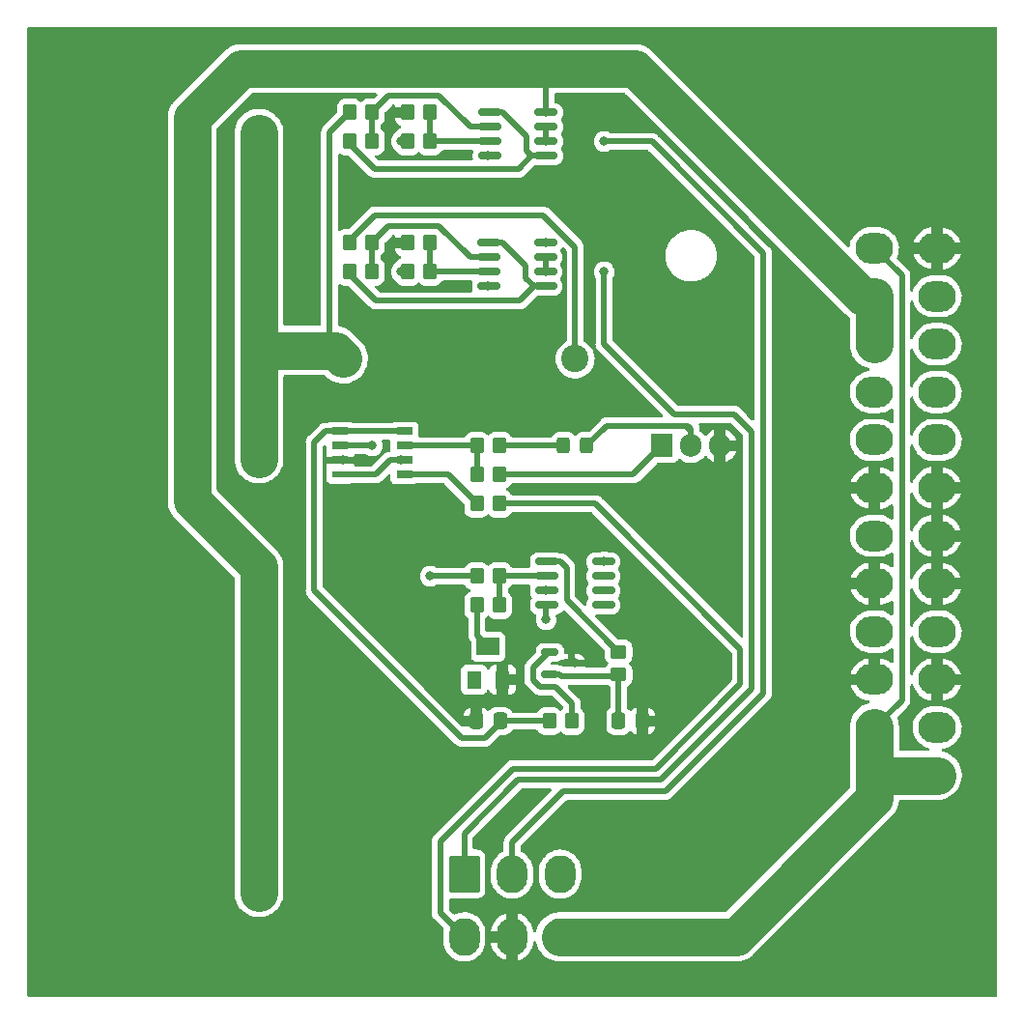
<source format=gbr>
%TF.GenerationSoftware,KiCad,Pcbnew,7.0.1*%
%TF.CreationDate,2024-01-01T19:45:23+00:00*%
%TF.ProjectId,PowerDelivery,506f7765-7244-4656-9c69-766572792e6b,rev?*%
%TF.SameCoordinates,Original*%
%TF.FileFunction,Copper,L1,Top*%
%TF.FilePolarity,Positive*%
%FSLAX46Y46*%
G04 Gerber Fmt 4.6, Leading zero omitted, Abs format (unit mm)*
G04 Created by KiCad (PCBNEW 7.0.1) date 2024-01-01 19:45:23*
%MOMM*%
%LPD*%
G01*
G04 APERTURE LIST*
G04 Aperture macros list*
%AMRoundRect*
0 Rectangle with rounded corners*
0 $1 Rounding radius*
0 $2 $3 $4 $5 $6 $7 $8 $9 X,Y pos of 4 corners*
0 Add a 4 corners polygon primitive as box body*
4,1,4,$2,$3,$4,$5,$6,$7,$8,$9,$2,$3,0*
0 Add four circle primitives for the rounded corners*
1,1,$1+$1,$2,$3*
1,1,$1+$1,$4,$5*
1,1,$1+$1,$6,$7*
1,1,$1+$1,$8,$9*
0 Add four rect primitives between the rounded corners*
20,1,$1+$1,$2,$3,$4,$5,0*
20,1,$1+$1,$4,$5,$6,$7,0*
20,1,$1+$1,$6,$7,$8,$9,0*
20,1,$1+$1,$8,$9,$2,$3,0*%
G04 Aperture macros list end*
%TA.AperFunction,SMDPad,CuDef*%
%ADD10RoundRect,0.250000X0.350000X0.450000X-0.350000X0.450000X-0.350000X-0.450000X0.350000X-0.450000X0*%
%TD*%
%TA.AperFunction,ComponentPad*%
%ADD11RoundRect,0.250001X-1.099999X-1.399999X1.099999X-1.399999X1.099999X1.399999X-1.099999X1.399999X0*%
%TD*%
%TA.AperFunction,ComponentPad*%
%ADD12O,2.700000X3.300000*%
%TD*%
%TA.AperFunction,ComponentPad*%
%ADD13C,2.800000*%
%TD*%
%TA.AperFunction,SMDPad,CuDef*%
%ADD14RoundRect,0.150000X-0.825000X-0.150000X0.825000X-0.150000X0.825000X0.150000X-0.825000X0.150000X0*%
%TD*%
%TA.AperFunction,SMDPad,CuDef*%
%ADD15RoundRect,0.250000X0.325000X0.450000X-0.325000X0.450000X-0.325000X-0.450000X0.325000X-0.450000X0*%
%TD*%
%TA.AperFunction,ComponentPad*%
%ADD16C,2.400000*%
%TD*%
%TA.AperFunction,SMDPad,CuDef*%
%ADD17RoundRect,0.250000X-0.350000X-0.450000X0.350000X-0.450000X0.350000X0.450000X-0.350000X0.450000X0*%
%TD*%
%TA.AperFunction,SMDPad,CuDef*%
%ADD18R,1.450000X0.650000*%
%TD*%
%TA.AperFunction,SMDPad,CuDef*%
%ADD19R,1.450000X0.600000*%
%TD*%
%TA.AperFunction,SMDPad,CuDef*%
%ADD20R,1.300000X1.600000*%
%TD*%
%TA.AperFunction,SMDPad,CuDef*%
%ADD21R,2.000000X1.600000*%
%TD*%
%TA.AperFunction,SMDPad,CuDef*%
%ADD22RoundRect,0.150000X-0.587500X-0.150000X0.587500X-0.150000X0.587500X0.150000X-0.587500X0.150000X0*%
%TD*%
%TA.AperFunction,SMDPad,CuDef*%
%ADD23RoundRect,0.250000X0.337500X0.475000X-0.337500X0.475000X-0.337500X-0.475000X0.337500X-0.475000X0*%
%TD*%
%TA.AperFunction,SMDPad,CuDef*%
%ADD24RoundRect,0.250000X-0.337500X-0.475000X0.337500X-0.475000X0.337500X0.475000X-0.337500X0.475000X0*%
%TD*%
%TA.AperFunction,ComponentPad*%
%ADD25RoundRect,0.250001X1.399999X-1.099999X1.399999X1.099999X-1.399999X1.099999X-1.399999X-1.099999X0*%
%TD*%
%TA.AperFunction,ComponentPad*%
%ADD26O,3.300000X2.700000*%
%TD*%
%TA.AperFunction,ComponentPad*%
%ADD27R,1.905000X2.000000*%
%TD*%
%TA.AperFunction,ComponentPad*%
%ADD28O,1.905000X2.000000*%
%TD*%
%TA.AperFunction,SMDPad,CuDef*%
%ADD29RoundRect,0.250000X-0.450000X0.350000X-0.450000X-0.350000X0.450000X-0.350000X0.450000X0.350000X0*%
%TD*%
%TA.AperFunction,ViaPad*%
%ADD30C,4.000000*%
%TD*%
%TA.AperFunction,ViaPad*%
%ADD31C,0.800000*%
%TD*%
%TA.AperFunction,Conductor*%
%ADD32C,0.500000*%
%TD*%
%TA.AperFunction,Conductor*%
%ADD33C,3.300000*%
%TD*%
G04 APERTURE END LIST*
D10*
%TO.P,R10,1*%
%TO.N,Net-(D1-A)*%
X153400000Y-92710000D03*
%TO.P,R10,2*%
%TO.N,Net-(U3-OUTA)*%
X151400000Y-92710000D03*
%TD*%
D11*
%TO.P,J1,1,Pin_1*%
%TO.N,current_sense_out*%
X150300000Y-130250000D03*
D12*
%TO.P,J1,2,Pin_2*%
%TO.N,voltage_sense_out*%
X154500000Y-130250000D03*
%TO.P,J1,3,Pin_3*%
%TO.N,mc_trigger*%
X158700000Y-130250000D03*
%TO.P,J1,4,Pin_4*%
%TO.N,fault_signal*%
X150300000Y-135750000D03*
%TO.P,J1,5,Pin_5*%
%TO.N,GND*%
X154500000Y-135750000D03*
%TO.P,J1,6,Pin_6*%
%TO.N,+3.3V*%
X158700000Y-135750000D03*
%TD*%
D13*
%TO.P,J3,1,Pin_1*%
%TO.N,load*%
X132305000Y-65345000D03*
%TO.P,J3,2,Pin_2*%
X132305000Y-74845000D03*
%TO.P,J3,3,Pin_3*%
X132305000Y-84345000D03*
%TO.P,J3,4,Pin_4*%
X132305000Y-93845000D03*
%TO.P,J3,5,Pin_5*%
%TO.N,+12V*%
X132305000Y-103345000D03*
%TO.P,J3,6,Pin_6*%
X132305000Y-112845000D03*
%TO.P,J3,7,Pin_7*%
X132305000Y-122345000D03*
%TO.P,J3,8,Pin_8*%
X132305000Y-131845000D03*
%TD*%
D14*
%TO.P,U1,1*%
%TO.N,Net-(U1B-+)*%
X152530000Y-63500000D03*
%TO.P,U1,2,-*%
%TO.N,Net-(U1A--)*%
X152530000Y-64770000D03*
%TO.P,U1,3,+*%
%TO.N,Net-(U1A-+)*%
X152530000Y-66040000D03*
%TO.P,U1,4,V-*%
%TO.N,-12V*%
X152530000Y-67310000D03*
%TO.P,U1,5,+*%
%TO.N,Net-(U1B-+)*%
X157480000Y-67310000D03*
%TO.P,U1,6,-*%
%TO.N,voltage_sense_out*%
X157480000Y-66040000D03*
%TO.P,U1,7*%
X157480000Y-64770000D03*
%TO.P,U1,8,V+*%
%TO.N,+12V*%
X157480000Y-63500000D03*
%TD*%
D15*
%TO.P,D1,1,K*%
%TO.N,Net-(D1-K)*%
X161045000Y-92710000D03*
%TO.P,D1,2,A*%
%TO.N,Net-(D1-A)*%
X158995000Y-92710000D03*
%TD*%
D16*
%TO.P,R6,1*%
%TO.N,load*%
X139700000Y-85090000D03*
%TO.P,R6,2*%
%TO.N,Net-(D1-K)*%
X160020000Y-85090000D03*
%TD*%
D17*
%TO.P,R4,1*%
%TO.N,load*%
X145320000Y-77470000D03*
%TO.P,R4,2*%
%TO.N,Net-(U2A-+)*%
X147320000Y-77470000D03*
%TD*%
D18*
%TO.P,U3,1,ENA*%
%TO.N,Net-(U3-ENA)*%
X139415000Y-91440000D03*
%TO.P,U3,2,INA*%
%TO.N,mc_trigger*%
X139415000Y-92710000D03*
%TO.P,U3,3,GND*%
%TO.N,GND*%
X139415000Y-93980000D03*
D19*
%TO.P,U3,4,INB*%
%TO.N,+12V*%
X139415000Y-95250000D03*
D18*
%TO.P,U3,5,OUTB*%
%TO.N,Net-(U3-OUTB)*%
X145065000Y-95250000D03*
%TO.P,U3,6,VDD*%
%TO.N,+12V*%
X145065000Y-93980000D03*
%TO.P,U3,7,OUTA*%
%TO.N,Net-(U3-OUTA)*%
X145065000Y-92710000D03*
%TO.P,U3,8,ENB*%
%TO.N,Net-(U3-ENA)*%
X145065000Y-91440000D03*
%TD*%
D20*
%TO.P,RV1,1,1*%
%TO.N,unconnected-(RV1-Pad1)*%
X151150000Y-113210000D03*
D21*
%TO.P,RV1,2,2*%
%TO.N,Net-(R14-Pad2)*%
X152400000Y-110310000D03*
D20*
%TO.P,RV1,3,3*%
%TO.N,GND*%
X153650000Y-113210000D03*
%TD*%
D22*
%TO.P,Q1,1,C*%
%TO.N,Net-(Q1-C)*%
X157812500Y-110810000D03*
%TO.P,Q1,2,B*%
%TO.N,Net-(Q1-B)*%
X157812500Y-112710000D03*
%TO.P,Q1,3,E*%
%TO.N,GND*%
X159687500Y-111760000D03*
%TD*%
D10*
%TO.P,R16,1*%
%TO.N,Net-(Q1-C)*%
X159750000Y-116840000D03*
%TO.P,R16,2*%
%TO.N,Net-(U3-ENA)*%
X157750000Y-116840000D03*
%TD*%
D23*
%TO.P,C1,1*%
%TO.N,Net-(U3-ENA)*%
X153437500Y-116840000D03*
%TO.P,C1,2*%
%TO.N,GND*%
X151362500Y-116840000D03*
%TD*%
D10*
%TO.P,R8,1*%
%TO.N,Net-(U1A--)*%
X142240000Y-66040000D03*
%TO.P,R8,2*%
%TO.N,Net-(U1B-+)*%
X140240000Y-66040000D03*
%TD*%
D24*
%TO.P,C2,1*%
%TO.N,Net-(Q1-B)*%
X163830000Y-116840000D03*
%TO.P,C2,2*%
%TO.N,GND*%
X165905000Y-116840000D03*
%TD*%
D14*
%TO.P,U5,1*%
%TO.N,Net-(R15-Pad1)*%
X157545000Y-102870000D03*
%TO.P,U5,2,-*%
%TO.N,Net-(U5A--)*%
X157545000Y-104140000D03*
%TO.P,U5,3,+*%
%TO.N,Net-(D1-A)*%
X157545000Y-105410000D03*
%TO.P,U5,4,V-*%
%TO.N,-12V*%
X157545000Y-106680000D03*
%TO.P,U5,5,+*%
%TO.N,unconnected-(U5B-+-Pad5)*%
X162495000Y-106680000D03*
%TO.P,U5,6,-*%
%TO.N,unconnected-(U5B---Pad6)*%
X162495000Y-105410000D03*
%TO.P,U5,7*%
%TO.N,unconnected-(U5-Pad7)*%
X162495000Y-104140000D03*
%TO.P,U5,8,V+*%
%TO.N,+12V*%
X162495000Y-102870000D03*
%TD*%
D10*
%TO.P,R14,1*%
%TO.N,Net-(U5A--)*%
X153400000Y-106680000D03*
%TO.P,R14,2*%
%TO.N,Net-(R14-Pad2)*%
X151400000Y-106680000D03*
%TD*%
D25*
%TO.P,J2,1,Pin_1*%
%TO.N,+3.3V*%
X186250000Y-121600000D03*
D26*
%TO.P,J2,2,Pin_2*%
X186250000Y-117400000D03*
%TO.P,J2,3,Pin_3*%
%TO.N,GND*%
X186250000Y-113200000D03*
%TO.P,J2,4,Pin_4*%
%TO.N,unconnected-(J2-Pin_4-Pad4)*%
X186250000Y-109000000D03*
%TO.P,J2,5,Pin_5*%
%TO.N,GND*%
X186250000Y-104800000D03*
%TO.P,J2,6,Pin_6*%
%TO.N,unconnected-(J2-Pin_6-Pad6)*%
X186250000Y-100600000D03*
%TO.P,J2,7,Pin_7*%
%TO.N,GND*%
X186250000Y-96400000D03*
%TO.P,J2,8,Pin_8*%
%TO.N,unconnected-(J2-Pin_8-Pad8)*%
X186250000Y-92200000D03*
%TO.P,J2,9,Pin_9*%
%TO.N,unconnected-(J2-Pin_9-Pad9)*%
X186250000Y-88000000D03*
%TO.P,J2,10,Pin_10*%
%TO.N,+12V*%
X186250000Y-83800000D03*
%TO.P,J2,11,Pin_11*%
X186250000Y-79600000D03*
%TO.P,J2,12,Pin_12*%
%TO.N,+3.3V*%
X186250000Y-75400000D03*
%TO.P,J2,13,Pin_13*%
X191750000Y-121600000D03*
%TO.P,J2,14,Pin_14*%
%TO.N,-12V*%
X191750000Y-117400000D03*
%TO.P,J2,15,Pin_15*%
%TO.N,GND*%
X191750000Y-113200000D03*
%TO.P,J2,16,Pin_16*%
%TO.N,unconnected-(J2-Pin_16-Pad16)*%
X191750000Y-109000000D03*
%TO.P,J2,17,Pin_17*%
%TO.N,GND*%
X191750000Y-104800000D03*
%TO.P,J2,18,Pin_18*%
X191750000Y-100600000D03*
%TO.P,J2,19,Pin_19*%
X191750000Y-96400000D03*
%TO.P,J2,20,Pin_20*%
%TO.N,unconnected-(J2-Pin_20-Pad20)*%
X191750000Y-92200000D03*
%TO.P,J2,21,Pin_21*%
%TO.N,unconnected-(J2-Pin_21-Pad21)*%
X191750000Y-88000000D03*
%TO.P,J2,22,Pin_22*%
%TO.N,unconnected-(J2-Pin_22-Pad22)*%
X191750000Y-83800000D03*
%TO.P,J2,23,Pin_23*%
%TO.N,unconnected-(J2-Pin_23-Pad23)*%
X191750000Y-79600000D03*
%TO.P,J2,24,Pin_24*%
%TO.N,GND*%
X191750000Y-75400000D03*
%TD*%
D10*
%TO.P,R9,1*%
%TO.N,Net-(U2A--)*%
X142240000Y-77470000D03*
%TO.P,R9,2*%
%TO.N,Net-(U2B-+)*%
X140240000Y-77470000D03*
%TD*%
D17*
%TO.P,R3,1*%
%TO.N,+12V*%
X145320000Y-66040000D03*
%TO.P,R3,2*%
%TO.N,Net-(U1A-+)*%
X147320000Y-66040000D03*
%TD*%
D27*
%TO.P,U4,1,GATE*%
%TO.N,Net-(U4-GATE)*%
X167640000Y-92710000D03*
D28*
%TO.P,U4,2,DRAIN*%
%TO.N,Net-(D1-K)*%
X170180000Y-92710000D03*
%TO.P,U4,3,SOURCE*%
%TO.N,GND*%
X172720000Y-92710000D03*
%TD*%
D14*
%TO.P,U2,1*%
%TO.N,Net-(U2B-+)*%
X152465000Y-74930000D03*
%TO.P,U2,2,-*%
%TO.N,Net-(U2A--)*%
X152465000Y-76200000D03*
%TO.P,U2,3,+*%
%TO.N,Net-(U2A-+)*%
X152465000Y-77470000D03*
%TO.P,U2,4,V-*%
%TO.N,-12V*%
X152465000Y-78740000D03*
%TO.P,U2,5,+*%
%TO.N,Net-(U2B-+)*%
X157415000Y-78740000D03*
%TO.P,U2,6,-*%
%TO.N,current_sense_out*%
X157415000Y-77470000D03*
%TO.P,U2,7*%
X157415000Y-76200000D03*
%TO.P,U2,8,V+*%
%TO.N,+12V*%
X157415000Y-74930000D03*
%TD*%
D17*
%TO.P,R12,1*%
%TO.N,Net-(U3-OUTB)*%
X151400000Y-97790000D03*
%TO.P,R12,2*%
%TO.N,fault_signal*%
X153400000Y-97790000D03*
%TD*%
%TO.P,R2,1*%
%TO.N,GND*%
X145320000Y-74930000D03*
%TO.P,R2,2*%
%TO.N,Net-(U2A-+)*%
X147320000Y-74930000D03*
%TD*%
D10*
%TO.P,R11,1*%
%TO.N,Net-(U4-GATE)*%
X153400000Y-95250000D03*
%TO.P,R11,2*%
%TO.N,Net-(U3-OUTA)*%
X151400000Y-95250000D03*
%TD*%
D17*
%TO.P,R13,1*%
%TO.N,+12V*%
X151400000Y-104140000D03*
%TO.P,R13,2*%
%TO.N,Net-(U5A--)*%
X153400000Y-104140000D03*
%TD*%
D29*
%TO.P,R15,1*%
%TO.N,Net-(R15-Pad1)*%
X163830000Y-110760000D03*
%TO.P,R15,2*%
%TO.N,Net-(Q1-B)*%
X163830000Y-112760000D03*
%TD*%
D17*
%TO.P,R1,1*%
%TO.N,GND*%
X145320000Y-63500000D03*
%TO.P,R1,2*%
%TO.N,Net-(U1A-+)*%
X147320000Y-63500000D03*
%TD*%
%TO.P,R5,1*%
%TO.N,load*%
X140240000Y-63500000D03*
%TO.P,R5,2*%
%TO.N,Net-(U1A--)*%
X142240000Y-63500000D03*
%TD*%
%TO.P,R7,1*%
%TO.N,Net-(D1-K)*%
X140240000Y-74930000D03*
%TO.P,R7,2*%
%TO.N,Net-(U2A--)*%
X142240000Y-74930000D03*
%TD*%
D30*
%TO.N,GND*%
X194000000Y-59000000D03*
X115000000Y-59000000D03*
X115000000Y-138000000D03*
X194000000Y-138000000D03*
D31*
X168910000Y-82550000D03*
X166370000Y-85090000D03*
X171450000Y-85090000D03*
X139700000Y-93980000D03*
X171450000Y-82550000D03*
X173990000Y-74930000D03*
X173990000Y-82550000D03*
X173990000Y-80010000D03*
X153650000Y-113210000D03*
X173990000Y-85090000D03*
X168910000Y-80010000D03*
X173990000Y-77470000D03*
X168910000Y-85090000D03*
X166370000Y-116840000D03*
X151130000Y-116840000D03*
X171450000Y-80010000D03*
X166370000Y-80010000D03*
X166370000Y-82550000D03*
X144780000Y-63500000D03*
X160020000Y-111760000D03*
X166370000Y-74930000D03*
X166370000Y-77470000D03*
X144780000Y-74930000D03*
%TO.N,Net-(D1-A)*%
X158750000Y-92710000D03*
X157480000Y-105410000D03*
%TO.N,current_sense_out*%
X157480000Y-77470000D03*
X162560000Y-77470000D03*
%TO.N,voltage_sense_out*%
X157480000Y-66040000D03*
X162560000Y-66040000D03*
%TO.N,mc_trigger*%
X142240000Y-92710000D03*
%TO.N,+12V*%
X157480000Y-63500000D03*
X147320000Y-104140000D03*
X144780000Y-93980000D03*
X162560000Y-102870000D03*
X144780000Y-66040000D03*
X157480000Y-74930000D03*
%TO.N,-12V*%
X152400000Y-78740000D03*
X157480000Y-107950000D03*
X152400000Y-67310000D03*
%TO.N,load*%
X144780000Y-77470000D03*
%TD*%
D32*
%TO.N,fault_signal*%
X148200000Y-133650000D02*
X150300000Y-135750000D01*
X167085786Y-121000000D02*
X154585786Y-121000000D01*
X154585786Y-121000000D02*
X148200000Y-127385786D01*
X174500000Y-113585786D02*
X167085786Y-121000000D01*
X174500000Y-110500000D02*
X174500000Y-113585786D01*
X161790000Y-97790000D02*
X174500000Y-110500000D01*
X148200000Y-127385786D02*
X148200000Y-133650000D01*
X153400000Y-97790000D02*
X161790000Y-97790000D01*
%TO.N,current_sense_out*%
X150300000Y-126700000D02*
X150300000Y-130250000D01*
X155000000Y-122000000D02*
X150300000Y-126700000D01*
X167500000Y-122000000D02*
X155000000Y-122000000D01*
X175500000Y-114000000D02*
X167500000Y-122000000D01*
X175500000Y-91500000D02*
X175500000Y-114000000D01*
X168700000Y-89960000D02*
X173960000Y-89960000D01*
X162560000Y-83820000D02*
X168700000Y-89960000D01*
X173960000Y-89960000D02*
X175500000Y-91500000D01*
X162560000Y-77470000D02*
X162560000Y-83820000D01*
%TO.N,voltage_sense_out*%
X166726346Y-66040000D02*
X162560000Y-66040000D01*
X176500000Y-75813654D02*
X166726346Y-66040000D01*
X158964214Y-123000000D02*
X167914214Y-123000000D01*
X154500000Y-127464214D02*
X158964214Y-123000000D01*
X167914214Y-123000000D02*
X176500000Y-114414214D01*
X176500000Y-114414214D02*
X176500000Y-75813654D01*
X154500000Y-130250000D02*
X154500000Y-127464214D01*
%TO.N,+3.3V*%
X188650000Y-115000000D02*
X186250000Y-117400000D01*
X188650000Y-77800000D02*
X188650000Y-115000000D01*
X186250000Y-75400000D02*
X188650000Y-77800000D01*
D33*
X186250000Y-123600000D02*
X174100000Y-135750000D01*
X186250000Y-121600000D02*
X186250000Y-123600000D01*
X186250000Y-117400000D02*
X186250000Y-121600000D01*
X186250000Y-121600000D02*
X191750000Y-121600000D01*
%TO.N,+12V*%
X165250253Y-59650000D02*
X185200253Y-79600000D01*
X126460000Y-63965988D02*
X130775988Y-59650000D01*
X130775988Y-59650000D02*
X165250253Y-59650000D01*
X185200253Y-79600000D02*
X186250000Y-79600000D01*
X132305000Y-103345000D02*
X126460000Y-97500000D01*
X126460000Y-97500000D02*
X126460000Y-63965988D01*
X186250000Y-79600000D02*
X186250000Y-83800000D01*
%TO.N,+3.3V*%
X158700000Y-135750000D02*
X174100000Y-135750000D01*
D32*
%TO.N,load*%
X139700000Y-85090000D02*
X138500000Y-83890000D01*
X138500000Y-83890000D02*
X138500000Y-65240000D01*
D33*
X132305000Y-84345000D02*
X138955000Y-84345000D01*
X138955000Y-84345000D02*
X139700000Y-85090000D01*
X132305000Y-84345000D02*
X132305000Y-93845000D01*
X132305000Y-74845000D02*
X132305000Y-84345000D01*
X132305000Y-65345000D02*
X132305000Y-74845000D01*
%TO.N,+12V*%
X132305000Y-122345000D02*
X132305000Y-131845000D01*
X132305000Y-112845000D02*
X132305000Y-122345000D01*
X132305000Y-103345000D02*
X132305000Y-112845000D01*
D32*
%TO.N,Net-(Q1-B)*%
X163830000Y-112760000D02*
X163680000Y-112910000D01*
X158627208Y-112710000D02*
X157812500Y-112710000D01*
X163830000Y-112760000D02*
X163830000Y-116840000D01*
X163680000Y-112910000D02*
X158827208Y-112910000D01*
X158827208Y-112910000D02*
X158627208Y-112710000D01*
%TO.N,Net-(D1-K)*%
X161045000Y-92710000D02*
X162795000Y-90960000D01*
X140240000Y-74715786D02*
X142475786Y-72480000D01*
X169700000Y-90960000D02*
X170180000Y-91440000D01*
X142475786Y-72480000D02*
X157212792Y-72480000D01*
X170180000Y-91440000D02*
X170180000Y-92710000D01*
X169930000Y-90960000D02*
X170180000Y-91210000D01*
X162795000Y-90960000D02*
X169700000Y-90960000D01*
X170180000Y-91210000D02*
X170180000Y-92710000D01*
X160020000Y-75287208D02*
X160020000Y-85090000D01*
X157212792Y-72480000D02*
X160020000Y-75287208D01*
X140240000Y-74930000D02*
X140240000Y-74715786D01*
%TO.N,Net-(D1-A)*%
X153400000Y-92710000D02*
X158750000Y-92710000D01*
X158750000Y-92710000D02*
X158995000Y-92710000D01*
%TO.N,current_sense_out*%
X157415000Y-76200000D02*
X157480000Y-77470000D01*
X157480000Y-77470000D02*
X157415000Y-77470000D01*
%TO.N,voltage_sense_out*%
X157480000Y-66040000D02*
X157480000Y-64770000D01*
%TO.N,mc_trigger*%
X139415000Y-92710000D02*
X142240000Y-92710000D01*
%TO.N,+12V*%
X143785000Y-93980000D02*
X144780000Y-93980000D01*
X144780000Y-93980000D02*
X145065000Y-93980000D01*
X139415000Y-95250000D02*
X142515000Y-95250000D01*
X157480000Y-63500000D02*
X157480000Y-59690000D01*
X142515000Y-95250000D02*
X143785000Y-93980000D01*
X147320000Y-104140000D02*
X151400000Y-104140000D01*
%TO.N,-12V*%
X157480000Y-107950000D02*
X157480000Y-106745000D01*
X157480000Y-106745000D02*
X157545000Y-106680000D01*
%TO.N,load*%
X140240000Y-63500000D02*
X138500000Y-65240000D01*
%TO.N,Net-(Q1-C)*%
X156325000Y-113232792D02*
X156325000Y-112187208D01*
X159750000Y-115300000D02*
X159750000Y-116840000D01*
X156902209Y-113810001D02*
X156325000Y-113232792D01*
X158260001Y-113810001D02*
X156902209Y-113810001D01*
X158260001Y-113810001D02*
X159750000Y-115300000D01*
X156325000Y-112187208D02*
X157702208Y-110810000D01*
X157702208Y-110810000D02*
X157812500Y-110810000D01*
%TO.N,Net-(U5A--)*%
X153400000Y-104140000D02*
X157545000Y-104140000D01*
X153400000Y-106680000D02*
X153400000Y-104140000D01*
%TO.N,Net-(U3-ENA)*%
X153437500Y-116991714D02*
X152114214Y-118315000D01*
X150065000Y-118315000D02*
X137160000Y-105410000D01*
X157750000Y-116840000D02*
X153437500Y-116840000D01*
X152114214Y-118315000D02*
X150065000Y-118315000D01*
X137160000Y-92415000D02*
X138135000Y-91440000D01*
X137160000Y-105410000D02*
X137160000Y-92415000D01*
X145065000Y-91440000D02*
X139415000Y-91440000D01*
X153437500Y-116840000D02*
X153437500Y-116991714D01*
X138135000Y-91440000D02*
X139415000Y-91440000D01*
%TO.N,Net-(U1A-+)*%
X147320000Y-63500000D02*
X147320000Y-66040000D01*
X147320000Y-66040000D02*
X152530000Y-66040000D01*
%TO.N,Net-(U2A-+)*%
X147320000Y-74930000D02*
X147320000Y-77470000D01*
X147320000Y-77470000D02*
X152465000Y-77470000D01*
%TO.N,Net-(U1A--)*%
X150804214Y-64770000D02*
X148084214Y-62050000D01*
X142240000Y-66040000D02*
X142240000Y-63500000D01*
X152530000Y-64770000D02*
X150804214Y-64770000D01*
X148084214Y-62050000D02*
X143690000Y-62050000D01*
X143690000Y-62050000D02*
X142240000Y-63500000D01*
%TO.N,Net-(U2A--)*%
X150804214Y-76200000D02*
X148084214Y-73480000D01*
X152465000Y-76200000D02*
X150804214Y-76200000D01*
X142240000Y-77470000D02*
X142240000Y-74930000D01*
X143690000Y-73480000D02*
X142240000Y-74930000D01*
X148084214Y-73480000D02*
X143690000Y-73480000D01*
%TO.N,Net-(U1B-+)*%
X140240000Y-66254214D02*
X140240000Y-66040000D01*
X152530000Y-63500000D02*
X153670000Y-63500000D01*
X155060000Y-68460000D02*
X142445786Y-68460000D01*
X156210000Y-67310000D02*
X157480000Y-67310000D01*
X142445786Y-68460000D02*
X140240000Y-66254214D01*
X153670000Y-63500000D02*
X155755000Y-65585000D01*
X155755000Y-66855000D02*
X156210000Y-67310000D01*
X156210000Y-67310000D02*
X155060000Y-68460000D01*
X155755000Y-65585000D02*
X155755000Y-66855000D01*
%TO.N,Net-(U2B-+)*%
X140240000Y-77684214D02*
X142565786Y-80010000D01*
X140240000Y-77470000D02*
X140240000Y-77684214D01*
X152465000Y-74930000D02*
X153670000Y-74930000D01*
X142565786Y-80010000D02*
X155167208Y-80010000D01*
X155690000Y-77992792D02*
X156437208Y-78740000D01*
X155690000Y-76950000D02*
X155690000Y-77992792D01*
X153670000Y-74930000D02*
X155690000Y-76950000D01*
X155167208Y-80010000D02*
X156437208Y-78740000D01*
X156437208Y-78740000D02*
X157415000Y-78740000D01*
%TO.N,Net-(U3-OUTA)*%
X151400000Y-92710000D02*
X145065000Y-92710000D01*
X151400000Y-95250000D02*
X151400000Y-92710000D01*
%TO.N,Net-(U4-GATE)*%
X165100000Y-95250000D02*
X167640000Y-92710000D01*
X153400000Y-95250000D02*
X165100000Y-95250000D01*
%TO.N,Net-(U3-OUTB)*%
X145065000Y-95250000D02*
X148860000Y-95250000D01*
X148860000Y-95250000D02*
X151400000Y-97790000D01*
%TO.N,Net-(R14-Pad2)*%
X151400000Y-106680000D02*
X151400000Y-109310000D01*
X151400000Y-109310000D02*
X152400000Y-110310000D01*
%TO.N,Net-(R15-Pad1)*%
X159270000Y-103390000D02*
X158750000Y-102870000D01*
X159270000Y-106200000D02*
X159270000Y-103390000D01*
X163830000Y-110760000D02*
X159270000Y-106200000D01*
X158750000Y-102870000D02*
X157545000Y-102870000D01*
%TD*%
%TA.AperFunction,Conductor*%
%TO.N,GND*%
G36*
X175260000Y-75635022D02*
G01*
X175260000Y-88900000D01*
X168701368Y-88900000D01*
X165100000Y-85298632D01*
X165100000Y-76049999D01*
X167924671Y-76049999D01*
X167926635Y-76079969D01*
X167926831Y-76092218D01*
X167925723Y-76125372D01*
X167936664Y-76234136D01*
X167937021Y-76238436D01*
X167943965Y-76344381D01*
X167950469Y-76377083D01*
X167952228Y-76388852D01*
X167955882Y-76425164D01*
X167980457Y-76528287D01*
X167981452Y-76532841D01*
X168001518Y-76633719D01*
X168013301Y-76668433D01*
X168016502Y-76679539D01*
X168025731Y-76718261D01*
X168036712Y-76746772D01*
X168062644Y-76814106D01*
X168064346Y-76818806D01*
X168096347Y-76913075D01*
X168096349Y-76913079D01*
X168114022Y-76948917D01*
X168118522Y-76959190D01*
X168134022Y-76999432D01*
X168181787Y-77086594D01*
X168184249Y-77091325D01*
X168226828Y-77177665D01*
X168226829Y-77177667D01*
X168226830Y-77177668D01*
X168250870Y-77213648D01*
X168256506Y-77222941D01*
X168278823Y-77263662D01*
X168335826Y-77341028D01*
X168339099Y-77345691D01*
X168390726Y-77422956D01*
X168421445Y-77457985D01*
X168428044Y-77466188D01*
X168457552Y-77506237D01*
X168522064Y-77572942D01*
X168526156Y-77577385D01*
X168585242Y-77644758D01*
X168622756Y-77677657D01*
X168630128Y-77684679D01*
X168667018Y-77722822D01*
X168667020Y-77722824D01*
X168737241Y-77778276D01*
X168742148Y-77782360D01*
X168807043Y-77839273D01*
X168851290Y-77868838D01*
X168859247Y-77874624D01*
X168903485Y-77909558D01*
X168977610Y-77953462D01*
X168983308Y-77957050D01*
X169038092Y-77993655D01*
X169052335Y-78003172D01*
X169103051Y-78028182D01*
X169111381Y-78032695D01*
X169162730Y-78063109D01*
X169188750Y-78074142D01*
X169239009Y-78095455D01*
X169245437Y-78098399D01*
X169316923Y-78133652D01*
X169373611Y-78152895D01*
X169382134Y-78156144D01*
X169440128Y-78180736D01*
X169513156Y-78200740D01*
X169516832Y-78201747D01*
X169523916Y-78203916D01*
X169596278Y-78228481D01*
X169658232Y-78240804D01*
X169666786Y-78242824D01*
X169730729Y-78260340D01*
X169806297Y-78270502D01*
X169813939Y-78271775D01*
X169885620Y-78286034D01*
X169951972Y-78290382D01*
X169960342Y-78291219D01*
X170020823Y-78299353D01*
X170029346Y-78300500D01*
X170029347Y-78300500D01*
X170102273Y-78300500D01*
X170110382Y-78300765D01*
X170180000Y-78305329D01*
X170249617Y-78300765D01*
X170252858Y-78300659D01*
X170255233Y-78300500D01*
X170255244Y-78300500D01*
X170328670Y-78295584D01*
X170328843Y-78295609D01*
X170328841Y-78295574D01*
X170449742Y-78287648D01*
X170474380Y-78286034D01*
X170474381Y-78286033D01*
X170479091Y-78285725D01*
X170480629Y-78285412D01*
X170480634Y-78285412D01*
X170623658Y-78256341D01*
X170763722Y-78228481D01*
X170763727Y-78228479D01*
X170766644Y-78227899D01*
X170775879Y-78225403D01*
X170775893Y-78225397D01*
X170775903Y-78225396D01*
X170910580Y-78178630D01*
X170911251Y-78178401D01*
X170982076Y-78154359D01*
X171043077Y-78133652D01*
X171043219Y-78133581D01*
X171057412Y-78127644D01*
X171060537Y-78126560D01*
X171184815Y-78063758D01*
X171185645Y-78063344D01*
X171307665Y-78003172D01*
X171310567Y-78001232D01*
X171323530Y-77993663D01*
X171329459Y-77990668D01*
X171441531Y-77913734D01*
X171442650Y-77912977D01*
X171552957Y-77839273D01*
X171558069Y-77834788D01*
X171569660Y-77825778D01*
X171577869Y-77820144D01*
X171676204Y-77731203D01*
X171677489Y-77730059D01*
X171774758Y-77644758D01*
X171781434Y-77637144D01*
X171791493Y-77626931D01*
X171801333Y-77618032D01*
X171884806Y-77519298D01*
X171886039Y-77517864D01*
X171969273Y-77422957D01*
X171976748Y-77411768D01*
X171985144Y-77400618D01*
X171995865Y-77387939D01*
X172063612Y-77281814D01*
X172064944Y-77279774D01*
X172133172Y-77177665D01*
X172140589Y-77162622D01*
X172147284Y-77150744D01*
X172157991Y-77133973D01*
X172157990Y-77133973D01*
X172157993Y-77133970D01*
X172209611Y-77022733D01*
X172210806Y-77020236D01*
X172263652Y-76913077D01*
X172270108Y-76894056D01*
X172275047Y-76881724D01*
X172284823Y-76860658D01*
X172320155Y-76746754D01*
X172321164Y-76743651D01*
X172329783Y-76718261D01*
X172358481Y-76633722D01*
X172363046Y-76610768D01*
X172366228Y-76598229D01*
X172374093Y-76572879D01*
X172393383Y-76458516D01*
X172394023Y-76455033D01*
X172416034Y-76344380D01*
X172417781Y-76317708D01*
X172419240Y-76305222D01*
X172424209Y-76275770D01*
X172427973Y-76163173D01*
X172428169Y-76159227D01*
X172430389Y-76125369D01*
X172435329Y-76050000D01*
X172433363Y-76020022D01*
X172433167Y-76007803D01*
X172434277Y-75974631D01*
X172423336Y-75865880D01*
X172422980Y-75861584D01*
X172416034Y-75755624D01*
X172416034Y-75755623D01*
X172416034Y-75755620D01*
X172409528Y-75722912D01*
X172407770Y-75711143D01*
X172404118Y-75674842D01*
X172404118Y-75674838D01*
X172379532Y-75571675D01*
X172378556Y-75567210D01*
X172358481Y-75466278D01*
X172346695Y-75431559D01*
X172343496Y-75420456D01*
X172334269Y-75381739D01*
X172323283Y-75353215D01*
X172297351Y-75285884D01*
X172295655Y-75281200D01*
X172270109Y-75205944D01*
X172263652Y-75186923D01*
X172245969Y-75151065D01*
X172241476Y-75140808D01*
X172225977Y-75100566D01*
X172178196Y-75013378D01*
X172175747Y-75008671D01*
X172133172Y-74922336D01*
X172109120Y-74886341D01*
X172103503Y-74877081D01*
X172081175Y-74836335D01*
X172024169Y-74758966D01*
X172020897Y-74754304D01*
X171969273Y-74677043D01*
X171938553Y-74642013D01*
X171931953Y-74633809D01*
X171902445Y-74593761D01*
X171837934Y-74527056D01*
X171833842Y-74522613D01*
X171790378Y-74473053D01*
X171774758Y-74455242D01*
X171750403Y-74433883D01*
X171737236Y-74422335D01*
X171729865Y-74415314D01*
X171692980Y-74377176D01*
X171622768Y-74321731D01*
X171617857Y-74317643D01*
X171563600Y-74270061D01*
X171552957Y-74260727D01*
X171552953Y-74260724D01*
X171508701Y-74231154D01*
X171500746Y-74225370D01*
X171456517Y-74190443D01*
X171382387Y-74146536D01*
X171376690Y-74142948D01*
X171307668Y-74096829D01*
X171256949Y-74071816D01*
X171248604Y-74067295D01*
X171197272Y-74036891D01*
X171136754Y-74011229D01*
X171120997Y-74004548D01*
X171114570Y-74001603D01*
X171043082Y-73966349D01*
X170986409Y-73947111D01*
X170977862Y-73943853D01*
X170919874Y-73919265D01*
X170919875Y-73919265D01*
X170919872Y-73919264D01*
X170882862Y-73909126D01*
X170843154Y-73898248D01*
X170836057Y-73896073D01*
X170763720Y-73871518D01*
X170701777Y-73859197D01*
X170693212Y-73857175D01*
X170675475Y-73852316D01*
X170629269Y-73839659D01*
X170553717Y-73829497D01*
X170546058Y-73828222D01*
X170474375Y-73813965D01*
X170408070Y-73809619D01*
X170399654Y-73808779D01*
X170330653Y-73799500D01*
X170257727Y-73799500D01*
X170249617Y-73799234D01*
X170246578Y-73799034D01*
X170180000Y-73794670D01*
X170113421Y-73799034D01*
X170110382Y-73799234D01*
X170107136Y-73799340D01*
X170031157Y-73804426D01*
X170030987Y-73804437D01*
X169880913Y-73814274D01*
X169879369Y-73814587D01*
X169879366Y-73814588D01*
X169736594Y-73843606D01*
X169736146Y-73843696D01*
X169593402Y-73872090D01*
X169584107Y-73874602D01*
X169584096Y-73874604D01*
X169449651Y-73921287D01*
X169448837Y-73921567D01*
X169316916Y-73966350D01*
X169316755Y-73966430D01*
X169302619Y-73972343D01*
X169299465Y-73973438D01*
X169175241Y-74036210D01*
X169174162Y-74036749D01*
X169052326Y-74096833D01*
X169049419Y-74098775D01*
X169036483Y-74106328D01*
X169030543Y-74109330D01*
X168918584Y-74186185D01*
X168917298Y-74187056D01*
X168807044Y-74260725D01*
X168801923Y-74265217D01*
X168790348Y-74274215D01*
X168782129Y-74279857D01*
X168683881Y-74368716D01*
X168682465Y-74369977D01*
X168585240Y-74455243D01*
X168578557Y-74462863D01*
X168568522Y-74473053D01*
X168558665Y-74481969D01*
X168475299Y-74580574D01*
X168473836Y-74582274D01*
X168390726Y-74677043D01*
X168383250Y-74688231D01*
X168374850Y-74699386D01*
X168364136Y-74712058D01*
X168296420Y-74818132D01*
X168295005Y-74820297D01*
X168226828Y-74922334D01*
X168219414Y-74937368D01*
X168212725Y-74949238D01*
X168202008Y-74966026D01*
X168150412Y-75077212D01*
X168149146Y-75079858D01*
X168096347Y-75186925D01*
X168089890Y-75205944D01*
X168084954Y-75218270D01*
X168075178Y-75239337D01*
X168060732Y-75285908D01*
X168039841Y-75353250D01*
X168038839Y-75356334D01*
X168001519Y-75466273D01*
X167996952Y-75489234D01*
X167993768Y-75501776D01*
X167985906Y-75527120D01*
X167966622Y-75641434D01*
X167965968Y-75644996D01*
X167943965Y-75755623D01*
X167942218Y-75782273D01*
X167940758Y-75794780D01*
X167935791Y-75824230D01*
X167932027Y-75936779D01*
X167931831Y-75940742D01*
X167924671Y-76049999D01*
X165100000Y-76049999D01*
X165100000Y-72390000D01*
X172014978Y-72390000D01*
X175260000Y-75635022D01*
G37*
%TD.AperFunction*%
%TA.AperFunction,Conductor*%
G36*
X166578633Y-88900000D02*
G01*
X165100000Y-88900000D01*
X165100000Y-87421368D01*
X166578633Y-88900000D01*
G37*
%TD.AperFunction*%
%TA.AperFunction,Conductor*%
G36*
X175260000Y-72701013D02*
G01*
X175260000Y-73512286D01*
X174137714Y-72390000D01*
X174948987Y-72390000D01*
X175260000Y-72701013D01*
G37*
%TD.AperFunction*%
%TD*%
%TA.AperFunction,Conductor*%
%TO.N,GND*%
G36*
X173644908Y-90720700D02*
G01*
X173688380Y-90749748D01*
X174710252Y-91771620D01*
X174739300Y-91815092D01*
X174749500Y-91866372D01*
X174749500Y-109364629D01*
X174734895Y-109425464D01*
X174694263Y-109473037D01*
X174636462Y-109496979D01*
X174574092Y-109492071D01*
X174520748Y-109459381D01*
X168528480Y-103467113D01*
X162366245Y-97304877D01*
X162353512Y-97290144D01*
X162339608Y-97271467D01*
X162301996Y-97239907D01*
X162293378Y-97232010D01*
X162289780Y-97228412D01*
X162289777Y-97228409D01*
X162265573Y-97209271D01*
X162262559Y-97206816D01*
X162248274Y-97194830D01*
X162205214Y-97158698D01*
X162205211Y-97158696D01*
X162203641Y-97157379D01*
X162188534Y-97147754D01*
X162118818Y-97115244D01*
X162115313Y-97113547D01*
X162046598Y-97079037D01*
X162029683Y-97073158D01*
X161954318Y-97057595D01*
X161950516Y-97056752D01*
X161875717Y-97039025D01*
X161857909Y-97037205D01*
X161781042Y-97039443D01*
X161777144Y-97039500D01*
X154521219Y-97039500D01*
X154455913Y-97022509D01*
X154407169Y-96975846D01*
X154342711Y-96871342D01*
X154218657Y-96747288D01*
X154069331Y-96655184D01*
X154045226Y-96647196D01*
X153989374Y-96611384D01*
X153957548Y-96553169D01*
X153957550Y-96486823D01*
X153989379Y-96428609D01*
X154045229Y-96392801D01*
X154069334Y-96384814D01*
X154218656Y-96292712D01*
X154342712Y-96168656D01*
X154407168Y-96064154D01*
X154455913Y-96017491D01*
X154521219Y-96000500D01*
X165035568Y-96000500D01*
X165054989Y-96001915D01*
X165078023Y-96005289D01*
X165126935Y-96001009D01*
X165138612Y-96000500D01*
X165143707Y-96000500D01*
X165143709Y-96000500D01*
X165174364Y-95996916D01*
X165178225Y-95996522D01*
X165252797Y-95989999D01*
X165252798Y-95989998D01*
X165254849Y-95989819D01*
X165272317Y-95985946D01*
X165274253Y-95985241D01*
X165274255Y-95985241D01*
X165344604Y-95959635D01*
X165348229Y-95958375D01*
X165419334Y-95934814D01*
X165419339Y-95934810D01*
X165421288Y-95934165D01*
X165437399Y-95926366D01*
X165439113Y-95925238D01*
X165439117Y-95925237D01*
X165501700Y-95884074D01*
X165504892Y-95882041D01*
X165568656Y-95842712D01*
X165568659Y-95842708D01*
X165570413Y-95841627D01*
X165584278Y-95830332D01*
X165585693Y-95828831D01*
X165585696Y-95828830D01*
X165637068Y-95774377D01*
X165639751Y-95771615D01*
X167161619Y-94249746D01*
X167205091Y-94220699D01*
X167256371Y-94210499D01*
X168640375Y-94210499D01*
X168662726Y-94208095D01*
X168699983Y-94204091D01*
X168834831Y-94153796D01*
X168950046Y-94067546D01*
X169036296Y-93952331D01*
X169042964Y-93934451D01*
X169077665Y-93882779D01*
X169131971Y-93852358D01*
X169194162Y-93849756D01*
X169250819Y-93875534D01*
X169382562Y-93978073D01*
X169594335Y-94092679D01*
X169822086Y-94170866D01*
X170059598Y-94210500D01*
X170059601Y-94210500D01*
X170300399Y-94210500D01*
X170300402Y-94210500D01*
X170537913Y-94170866D01*
X170765664Y-94092679D01*
X170766512Y-94092220D01*
X170977439Y-93978072D01*
X171167463Y-93830171D01*
X171167806Y-93829799D01*
X171316216Y-93668582D01*
X171330551Y-93653010D01*
X171338120Y-93641423D01*
X171386519Y-93596869D01*
X171450297Y-93580717D01*
X171514075Y-93596868D01*
X171562479Y-93641427D01*
X171569845Y-93652702D01*
X171732875Y-93829799D01*
X171922835Y-93977651D01*
X172134540Y-94092220D01*
X172220000Y-94121558D01*
X172220000Y-93210000D01*
X173220000Y-93210000D01*
X173220000Y-94121558D01*
X173305459Y-94092220D01*
X173517164Y-93977651D01*
X173707124Y-93829799D01*
X173870156Y-93652700D01*
X174001811Y-93451185D01*
X174098507Y-93230740D01*
X174103761Y-93210000D01*
X173220000Y-93210000D01*
X172220000Y-93210000D01*
X172220000Y-91298441D01*
X173220000Y-91298441D01*
X173220000Y-92210000D01*
X174103760Y-92210000D01*
X174098507Y-92189259D01*
X174001811Y-91968814D01*
X173870156Y-91767299D01*
X173707124Y-91590200D01*
X173517164Y-91442348D01*
X173305459Y-91327779D01*
X173220000Y-91298441D01*
X172220000Y-91298441D01*
X172134540Y-91327779D01*
X171922835Y-91442348D01*
X171732875Y-91590200D01*
X171569844Y-91767299D01*
X171562476Y-91778576D01*
X171514072Y-91823132D01*
X171450297Y-91839281D01*
X171386521Y-91823131D01*
X171338119Y-91778573D01*
X171333576Y-91771620D01*
X171330551Y-91766990D01*
X171177666Y-91600912D01*
X171167464Y-91589829D01*
X170982196Y-91445630D01*
X170944116Y-91398737D01*
X170930500Y-91339885D01*
X170930500Y-91274432D01*
X170931915Y-91255011D01*
X170935077Y-91233421D01*
X170935289Y-91231977D01*
X170931010Y-91183068D01*
X170930500Y-91171389D01*
X170930500Y-91166287D01*
X170926916Y-91135632D01*
X170926523Y-91131796D01*
X170919998Y-91057202D01*
X170919997Y-91057201D01*
X170919818Y-91055147D01*
X170915946Y-91037684D01*
X170915241Y-91035747D01*
X170915241Y-91035745D01*
X170889639Y-90965405D01*
X170888366Y-90961740D01*
X170871943Y-90912180D01*
X170864814Y-90890665D01*
X170864812Y-90890663D01*
X170863483Y-90886650D01*
X170858240Y-90824117D01*
X170882044Y-90766053D01*
X170929672Y-90725194D01*
X170990681Y-90710500D01*
X173593628Y-90710500D01*
X173644908Y-90720700D01*
G37*
%TD.AperFunction*%
%TA.AperFunction,Conductor*%
G36*
X175710252Y-76085274D02*
G01*
X175739300Y-76128746D01*
X175749500Y-76180026D01*
X175749500Y-90364629D01*
X175734895Y-90425464D01*
X175694263Y-90473037D01*
X175636462Y-90496979D01*
X175574092Y-90492071D01*
X175520748Y-90459381D01*
X175095459Y-90034092D01*
X174536245Y-89474877D01*
X174523512Y-89460144D01*
X174509608Y-89441467D01*
X174471996Y-89409907D01*
X174463378Y-89402010D01*
X174459780Y-89398412D01*
X174459777Y-89398409D01*
X174435573Y-89379271D01*
X174432559Y-89376816D01*
X174418274Y-89364830D01*
X174375214Y-89328698D01*
X174375211Y-89328696D01*
X174373641Y-89327379D01*
X174358534Y-89317754D01*
X174288818Y-89285244D01*
X174285313Y-89283547D01*
X174216598Y-89249037D01*
X174199683Y-89243158D01*
X174124318Y-89227595D01*
X174120516Y-89226752D01*
X174045717Y-89209025D01*
X174027909Y-89207205D01*
X173951042Y-89209443D01*
X173947144Y-89209500D01*
X169066372Y-89209500D01*
X169015092Y-89199300D01*
X168971620Y-89170252D01*
X168701368Y-88900000D01*
X175260000Y-88900000D01*
X175260000Y-75635022D01*
X175710252Y-76085274D01*
G37*
%TD.AperFunction*%
%TA.AperFunction,Conductor*%
G36*
X144146410Y-74242045D02*
G01*
X144191447Y-74274692D01*
X144219347Y-74322814D01*
X144225302Y-74378119D01*
X144220001Y-74429999D01*
X144220002Y-74430000D01*
X145686000Y-74430000D01*
X145737280Y-74440200D01*
X145780752Y-74469248D01*
X145809800Y-74512720D01*
X145820000Y-74564000D01*
X145820000Y-75296000D01*
X145809800Y-75347280D01*
X145780752Y-75390752D01*
X145737280Y-75419800D01*
X145686000Y-75430000D01*
X144220003Y-75430000D01*
X144230493Y-75532697D01*
X144285640Y-75699118D01*
X144377685Y-75848346D01*
X144501653Y-75972314D01*
X144650878Y-76064357D01*
X144675563Y-76072537D01*
X144731415Y-76108347D01*
X144763243Y-76166560D01*
X144763245Y-76232907D01*
X144731419Y-76291121D01*
X144675568Y-76326933D01*
X144650667Y-76335184D01*
X144501342Y-76427288D01*
X144377288Y-76551342D01*
X144281461Y-76706704D01*
X144246176Y-76744765D01*
X144174130Y-76797111D01*
X144047466Y-76937785D01*
X143952820Y-77101715D01*
X143894325Y-77281742D01*
X143874540Y-77470000D01*
X143894325Y-77658257D01*
X143952820Y-77838284D01*
X144016039Y-77947781D01*
X144047467Y-78002216D01*
X144132662Y-78096834D01*
X144160219Y-78127440D01*
X144174129Y-78142888D01*
X144246174Y-78195231D01*
X144281459Y-78233292D01*
X144377288Y-78388657D01*
X144501342Y-78512711D01*
X144650666Y-78604814D01*
X144817202Y-78659999D01*
X144830399Y-78661347D01*
X144919991Y-78670500D01*
X145720008Y-78670499D01*
X145720010Y-78670499D01*
X145788533Y-78663499D01*
X145822797Y-78659999D01*
X145989334Y-78604814D01*
X146138656Y-78512712D01*
X146174294Y-78477074D01*
X146225248Y-78426121D01*
X146268720Y-78397073D01*
X146320000Y-78386873D01*
X146371280Y-78397073D01*
X146414752Y-78426121D01*
X146501342Y-78512711D01*
X146650666Y-78604814D01*
X146817202Y-78659999D01*
X146830399Y-78661347D01*
X146919991Y-78670500D01*
X147720008Y-78670499D01*
X147720010Y-78670499D01*
X147788533Y-78663499D01*
X147822797Y-78659999D01*
X147989334Y-78604814D01*
X148138656Y-78512712D01*
X148262712Y-78388656D01*
X148327168Y-78284154D01*
X148375913Y-78237491D01*
X148441219Y-78220500D01*
X150891481Y-78220500D01*
X150951376Y-78234631D01*
X150998639Y-78274044D01*
X151023301Y-78330425D01*
X151020160Y-78391885D01*
X150992402Y-78487428D01*
X150989500Y-78524306D01*
X150989500Y-78955694D01*
X150992402Y-78992571D01*
X151020160Y-79088115D01*
X151023301Y-79149575D01*
X150998639Y-79205956D01*
X150951376Y-79245369D01*
X150891481Y-79259500D01*
X142932158Y-79259500D01*
X142880878Y-79249300D01*
X142837406Y-79220252D01*
X142516405Y-78899251D01*
X142483715Y-78845907D01*
X142478807Y-78783537D01*
X142502749Y-78725736D01*
X142550322Y-78685104D01*
X142611157Y-78670499D01*
X142640011Y-78670499D01*
X142717099Y-78662624D01*
X142742797Y-78659999D01*
X142909334Y-78604814D01*
X143058656Y-78512712D01*
X143182712Y-78388656D01*
X143274814Y-78239334D01*
X143329999Y-78072797D01*
X143340500Y-77970009D01*
X143340499Y-76969992D01*
X143338305Y-76948517D01*
X143329999Y-76867203D01*
X143274814Y-76700666D01*
X143182713Y-76551345D01*
X143122116Y-76490748D01*
X143058656Y-76427288D01*
X143055211Y-76425163D01*
X143054151Y-76424509D01*
X143007490Y-76375765D01*
X142990500Y-76310461D01*
X142990500Y-76089539D01*
X143007490Y-76024235D01*
X143054151Y-75975491D01*
X143055720Y-75974523D01*
X143058656Y-75972712D01*
X143182712Y-75848656D01*
X143274814Y-75699334D01*
X143329999Y-75532797D01*
X143340500Y-75430009D01*
X143340499Y-74946370D01*
X143350699Y-74895091D01*
X143379744Y-74851622D01*
X143961618Y-74269748D01*
X144005091Y-74240700D01*
X144056371Y-74230500D01*
X144091996Y-74230500D01*
X144146410Y-74242045D01*
G37*
%TD.AperFunction*%
%TA.AperFunction,Conductor*%
G36*
X144146410Y-62812045D02*
G01*
X144191447Y-62844692D01*
X144219347Y-62892814D01*
X144225302Y-62948119D01*
X144220001Y-62999999D01*
X144220002Y-63000000D01*
X145686000Y-63000000D01*
X145737280Y-63010200D01*
X145780752Y-63039248D01*
X145809800Y-63082720D01*
X145820000Y-63134000D01*
X145820000Y-63866000D01*
X145809800Y-63917280D01*
X145780752Y-63960752D01*
X145737280Y-63989800D01*
X145686000Y-64000000D01*
X144220003Y-64000000D01*
X144230493Y-64102697D01*
X144285640Y-64269118D01*
X144377685Y-64418346D01*
X144501653Y-64542314D01*
X144650878Y-64634357D01*
X144675563Y-64642537D01*
X144731415Y-64678347D01*
X144763243Y-64736560D01*
X144763245Y-64802907D01*
X144731419Y-64861121D01*
X144675568Y-64896933D01*
X144650667Y-64905184D01*
X144501342Y-64997288D01*
X144377288Y-65121342D01*
X144281461Y-65276704D01*
X144246176Y-65314765D01*
X144174130Y-65367111D01*
X144047466Y-65507785D01*
X143952820Y-65671715D01*
X143894325Y-65851742D01*
X143874540Y-66039999D01*
X143894325Y-66228257D01*
X143952820Y-66408284D01*
X143977135Y-66450398D01*
X144047467Y-66572216D01*
X144174129Y-66712888D01*
X144246174Y-66765231D01*
X144281459Y-66803292D01*
X144377288Y-66958657D01*
X144501342Y-67082711D01*
X144650666Y-67174814D01*
X144817202Y-67229999D01*
X144830399Y-67231347D01*
X144919991Y-67240500D01*
X145720008Y-67240499D01*
X145720010Y-67240499D01*
X145788534Y-67233498D01*
X145822797Y-67229999D01*
X145989334Y-67174814D01*
X146138656Y-67082712D01*
X146163940Y-67057428D01*
X146225248Y-66996121D01*
X146268720Y-66967073D01*
X146320000Y-66956873D01*
X146371280Y-66967073D01*
X146414752Y-66996121D01*
X146501342Y-67082711D01*
X146650666Y-67174814D01*
X146817202Y-67229999D01*
X146830399Y-67231347D01*
X146919991Y-67240500D01*
X147720008Y-67240499D01*
X147720010Y-67240499D01*
X147788534Y-67233498D01*
X147822797Y-67229999D01*
X147989334Y-67174814D01*
X148138656Y-67082712D01*
X148262712Y-66958656D01*
X148327168Y-66854154D01*
X148375913Y-66807491D01*
X148441219Y-66790500D01*
X150956481Y-66790500D01*
X151016376Y-66804631D01*
X151063639Y-66844044D01*
X151088301Y-66900425D01*
X151085160Y-66961885D01*
X151057402Y-67057428D01*
X151054500Y-67094306D01*
X151054500Y-67525695D01*
X151057592Y-67564988D01*
X151050609Y-67619403D01*
X151022404Y-67666460D01*
X150977705Y-67698269D01*
X150924005Y-67709500D01*
X142812157Y-67709500D01*
X142760877Y-67699300D01*
X142717405Y-67670252D01*
X142516404Y-67469251D01*
X142483714Y-67415907D01*
X142478806Y-67353537D01*
X142502748Y-67295736D01*
X142550321Y-67255104D01*
X142611156Y-67240499D01*
X142640011Y-67240499D01*
X142717099Y-67232623D01*
X142742797Y-67229999D01*
X142909334Y-67174814D01*
X143058656Y-67082712D01*
X143182712Y-66958656D01*
X143274814Y-66809334D01*
X143329999Y-66642797D01*
X143340500Y-66540009D01*
X143340499Y-65539992D01*
X143333713Y-65473565D01*
X143329999Y-65437203D01*
X143274814Y-65270666D01*
X143182713Y-65121345D01*
X143122116Y-65060748D01*
X143058656Y-64997288D01*
X143054151Y-64994509D01*
X143007490Y-64945765D01*
X142990500Y-64880461D01*
X142990500Y-64659539D01*
X143007490Y-64594235D01*
X143054151Y-64545491D01*
X143055298Y-64544782D01*
X143058656Y-64542712D01*
X143182712Y-64418656D01*
X143274814Y-64269334D01*
X143329999Y-64102797D01*
X143340500Y-64000009D01*
X143340499Y-63516370D01*
X143350699Y-63465091D01*
X143379744Y-63421622D01*
X143961618Y-62839748D01*
X144005091Y-62810700D01*
X144056371Y-62800500D01*
X144091996Y-62800500D01*
X144146410Y-62812045D01*
G37*
%TD.AperFunction*%
%TA.AperFunction,Conductor*%
G36*
X196916780Y-56010700D02*
G01*
X196960252Y-56039748D01*
X196989300Y-56083220D01*
X196999500Y-56134500D01*
X196999500Y-140865500D01*
X196989300Y-140916780D01*
X196960252Y-140960252D01*
X196916780Y-140989300D01*
X196865500Y-140999500D01*
X112134500Y-140999500D01*
X112083220Y-140989300D01*
X112039748Y-140960252D01*
X112010700Y-140916780D01*
X112000500Y-140865500D01*
X112000500Y-97426405D01*
X124305731Y-97426405D01*
X124309422Y-97534428D01*
X124309500Y-97539003D01*
X124309500Y-97573460D01*
X124311851Y-97607845D01*
X124312085Y-97612410D01*
X124315776Y-97720436D01*
X124320869Y-97749979D01*
X124322504Y-97763594D01*
X124324551Y-97793509D01*
X124346542Y-97899336D01*
X124347396Y-97903830D01*
X124365762Y-98010348D01*
X124374832Y-98038926D01*
X124378307Y-98052196D01*
X124384408Y-98081556D01*
X124420603Y-98183401D01*
X124422061Y-98187737D01*
X124454759Y-98290760D01*
X124467638Y-98317841D01*
X124472887Y-98330513D01*
X124482929Y-98358766D01*
X124532650Y-98454723D01*
X124534686Y-98458821D01*
X124581114Y-98556444D01*
X124581801Y-98557491D01*
X124597558Y-98581515D01*
X124604486Y-98593359D01*
X124618278Y-98619977D01*
X124680610Y-98708280D01*
X124683186Y-98712064D01*
X124742469Y-98802450D01*
X124762163Y-98825036D01*
X124770636Y-98835821D01*
X124787934Y-98860325D01*
X124802453Y-98875871D01*
X124848162Y-98924814D01*
X124861700Y-98939309D01*
X124864755Y-98942694D01*
X124887421Y-98968688D01*
X124911818Y-98993085D01*
X124914971Y-98996348D01*
X124988738Y-99075334D01*
X125011991Y-99094251D01*
X125022178Y-99103445D01*
X130115252Y-104196518D01*
X130144300Y-104239990D01*
X130154500Y-104291270D01*
X130154500Y-112771538D01*
X130154500Y-122271538D01*
X130154500Y-131918462D01*
X130163531Y-132050491D01*
X130169552Y-132138515D01*
X130223994Y-132400500D01*
X130229408Y-132426554D01*
X130327928Y-132703764D01*
X130395603Y-132834370D01*
X130463279Y-132964979D01*
X130567261Y-133112287D01*
X130632935Y-133205326D01*
X130706064Y-133283628D01*
X130833739Y-133420335D01*
X131061951Y-133606000D01*
X131313319Y-133758860D01*
X131583153Y-133876065D01*
X131583156Y-133876066D01*
X131583159Y-133876067D01*
X131866445Y-133955440D01*
X132157902Y-133995500D01*
X132452098Y-133995500D01*
X132743555Y-133955440D01*
X133026841Y-133876067D01*
X133049558Y-133866200D01*
X133296680Y-133758860D01*
X133323840Y-133742344D01*
X133386059Y-133704506D01*
X133548048Y-133606000D01*
X133776260Y-133420335D01*
X133815443Y-133378380D01*
X133977065Y-133205326D01*
X134146722Y-132964976D01*
X134282072Y-132703764D01*
X134380592Y-132426554D01*
X134440448Y-132138511D01*
X134455500Y-131918462D01*
X134455500Y-122271538D01*
X134455500Y-112771538D01*
X134455500Y-103462111D01*
X134456203Y-103448406D01*
X134459268Y-103418594D01*
X134455578Y-103310572D01*
X134455500Y-103305997D01*
X134455500Y-103271545D01*
X134453151Y-103237203D01*
X134453144Y-103237110D01*
X134452914Y-103232612D01*
X134449224Y-103124567D01*
X134444129Y-103095022D01*
X134442493Y-103081399D01*
X134441759Y-103070666D01*
X134440448Y-103051489D01*
X134418451Y-102945641D01*
X134417609Y-102941210D01*
X134399237Y-102834648D01*
X134398341Y-102831825D01*
X134390166Y-102806067D01*
X134386689Y-102792790D01*
X134380592Y-102763446D01*
X134344398Y-102661607D01*
X134342940Y-102657271D01*
X134341999Y-102654306D01*
X134310239Y-102554237D01*
X134297357Y-102527149D01*
X134292115Y-102514496D01*
X134282072Y-102486236D01*
X134232337Y-102390252D01*
X134230316Y-102386184D01*
X134183886Y-102288555D01*
X134176968Y-102278008D01*
X134167443Y-102263485D01*
X134160516Y-102251644D01*
X134146721Y-102225022D01*
X134091662Y-102147022D01*
X134084379Y-102136704D01*
X134081837Y-102132970D01*
X134022533Y-102042554D01*
X134002828Y-102019956D01*
X133994355Y-102009169D01*
X133994134Y-102008856D01*
X133977065Y-101984674D01*
X133962893Y-101969500D01*
X133903277Y-101905666D01*
X133900210Y-101902268D01*
X133877579Y-101876313D01*
X133867687Y-101866421D01*
X133853193Y-101851927D01*
X133850041Y-101848665D01*
X133776260Y-101769664D01*
X133753001Y-101750742D01*
X133742815Y-101741549D01*
X128649748Y-96648481D01*
X128620700Y-96605009D01*
X128610500Y-96553729D01*
X128610500Y-64912259D01*
X128620700Y-64860979D01*
X128649748Y-64817507D01*
X131627506Y-61839748D01*
X131670978Y-61810700D01*
X131722258Y-61800500D01*
X142554629Y-61800500D01*
X142615464Y-61815105D01*
X142663037Y-61855737D01*
X142686979Y-61913538D01*
X142682070Y-61975909D01*
X142649383Y-62029249D01*
X142430199Y-62248432D01*
X142418379Y-62260253D01*
X142374906Y-62289300D01*
X142323627Y-62299500D01*
X141839989Y-62299500D01*
X141737203Y-62310000D01*
X141570666Y-62365185D01*
X141421342Y-62457288D01*
X141334752Y-62543879D01*
X141291280Y-62572927D01*
X141240000Y-62583127D01*
X141188720Y-62572927D01*
X141145248Y-62543879D01*
X141058657Y-62457288D01*
X140909333Y-62365185D01*
X140742797Y-62310000D01*
X140640011Y-62299500D01*
X139839989Y-62299500D01*
X139737203Y-62310000D01*
X139570666Y-62365185D01*
X139421342Y-62457288D01*
X139297288Y-62581342D01*
X139205185Y-62730666D01*
X139150000Y-62897202D01*
X139139500Y-62999989D01*
X139139500Y-63483628D01*
X139129300Y-63534908D01*
X139100252Y-63578380D01*
X138014877Y-64663753D01*
X138000149Y-64676482D01*
X137981470Y-64690389D01*
X137949905Y-64728005D01*
X137942020Y-64736611D01*
X137938411Y-64740220D01*
X137938409Y-64740223D01*
X137919266Y-64764432D01*
X137916826Y-64767427D01*
X137867386Y-64826348D01*
X137857751Y-64841472D01*
X137825252Y-64911166D01*
X137823556Y-64914671D01*
X137789037Y-64983405D01*
X137783157Y-65000321D01*
X137782742Y-65002327D01*
X137782743Y-65002327D01*
X137767593Y-65075694D01*
X137766760Y-65079449D01*
X137749025Y-65154280D01*
X137747205Y-65172090D01*
X137749443Y-65248958D01*
X137749500Y-65252856D01*
X137749500Y-82060500D01*
X137739300Y-82111780D01*
X137710252Y-82155252D01*
X137666780Y-82184300D01*
X137615500Y-82194500D01*
X134589500Y-82194500D01*
X134538220Y-82184300D01*
X134494748Y-82155252D01*
X134465700Y-82111780D01*
X134455500Y-82060500D01*
X134455500Y-65271544D01*
X134454849Y-65262027D01*
X134440448Y-65051489D01*
X134380592Y-64763446D01*
X134282072Y-64486236D01*
X134146722Y-64225024D01*
X134146720Y-64225020D01*
X134046979Y-64083720D01*
X133977065Y-63984674D01*
X133854628Y-63853576D01*
X133776260Y-63769664D01*
X133548048Y-63583999D01*
X133296680Y-63431139D01*
X133026846Y-63313934D01*
X132743554Y-63234559D01*
X132452098Y-63194500D01*
X132157902Y-63194500D01*
X131866445Y-63234559D01*
X131583153Y-63313934D01*
X131313319Y-63431139D01*
X131061951Y-63583999D01*
X130833739Y-63769664D01*
X130632935Y-63984674D01*
X130463279Y-64225020D01*
X130327927Y-64486238D01*
X130229407Y-64763448D01*
X130169552Y-65051484D01*
X130167768Y-65077565D01*
X130154500Y-65271538D01*
X130154500Y-74771538D01*
X130154500Y-84197902D01*
X130154500Y-84271538D01*
X130154500Y-93918462D01*
X130158578Y-93978073D01*
X130169552Y-94138515D01*
X130229407Y-94426551D01*
X130229408Y-94426554D01*
X130327928Y-94703764D01*
X130368670Y-94782392D01*
X130463279Y-94964979D01*
X130567261Y-95112287D01*
X130632935Y-95205326D01*
X130725678Y-95304629D01*
X130833739Y-95420335D01*
X131061951Y-95606000D01*
X131313319Y-95758860D01*
X131583153Y-95876065D01*
X131583156Y-95876066D01*
X131583159Y-95876067D01*
X131866445Y-95955440D01*
X132157902Y-95995500D01*
X132452098Y-95995500D01*
X132743555Y-95955440D01*
X133026841Y-95876067D01*
X133040579Y-95870100D01*
X133296680Y-95758860D01*
X133548048Y-95606000D01*
X133776260Y-95420335D01*
X133827506Y-95365464D01*
X133977065Y-95205326D01*
X134146722Y-94964976D01*
X134282072Y-94703764D01*
X134380592Y-94426554D01*
X134440448Y-94138511D01*
X134455500Y-93918462D01*
X134455500Y-86629500D01*
X134465700Y-86578220D01*
X134494748Y-86534748D01*
X134538220Y-86505700D01*
X134589500Y-86495500D01*
X138008729Y-86495500D01*
X138060009Y-86505700D01*
X138103481Y-86534747D01*
X138231312Y-86662579D01*
X138291022Y-86714643D01*
X138397553Y-86807533D01*
X138467348Y-86853311D01*
X138643556Y-86968886D01*
X138909237Y-87095239D01*
X139189648Y-87184237D01*
X139479567Y-87234224D01*
X139773592Y-87244268D01*
X139773592Y-87244267D01*
X139773596Y-87244268D01*
X139940822Y-87227076D01*
X140066246Y-87214183D01*
X140352078Y-87144528D01*
X140625763Y-87036600D01*
X140882201Y-86892412D01*
X141116619Y-86714647D01*
X141324647Y-86506619D01*
X141502412Y-86272201D01*
X141646600Y-86015763D01*
X141754528Y-85742078D01*
X141824183Y-85456246D01*
X141852120Y-85184487D01*
X141854268Y-85163596D01*
X141851679Y-85087820D01*
X141844224Y-84869567D01*
X141794237Y-84579648D01*
X141705239Y-84299237D01*
X141578886Y-84033556D01*
X141424400Y-83798023D01*
X141417533Y-83787553D01*
X141340474Y-83699178D01*
X141272579Y-83621312D01*
X140558444Y-82907177D01*
X140549251Y-82896991D01*
X140530334Y-82873738D01*
X140451348Y-82799971D01*
X140448085Y-82796818D01*
X140423688Y-82772421D01*
X140397694Y-82749755D01*
X140394309Y-82746700D01*
X140315325Y-82672934D01*
X140290821Y-82655636D01*
X140280036Y-82647163D01*
X140257450Y-82627469D01*
X140167064Y-82568186D01*
X140163280Y-82565610D01*
X140074977Y-82503278D01*
X140048359Y-82489486D01*
X140036515Y-82482558D01*
X140026989Y-82476310D01*
X140011444Y-82466114D01*
X139956377Y-82439925D01*
X139913821Y-82419686D01*
X139909723Y-82417650D01*
X139813766Y-82367929D01*
X139813765Y-82367928D01*
X139813764Y-82367928D01*
X139798086Y-82362356D01*
X139785513Y-82357887D01*
X139772841Y-82352638D01*
X139745760Y-82339759D01*
X139642737Y-82307061D01*
X139638401Y-82305603D01*
X139536556Y-82269408D01*
X139507196Y-82263307D01*
X139493926Y-82259832D01*
X139465348Y-82250762D01*
X139361731Y-82232896D01*
X139304752Y-82208531D01*
X139264829Y-82161135D01*
X139250500Y-82100845D01*
X139250500Y-78647427D01*
X139262404Y-78592213D01*
X139296001Y-78546809D01*
X139345321Y-78519282D01*
X139401603Y-78514523D01*
X139454846Y-78533377D01*
X139570666Y-78604814D01*
X139737202Y-78659999D01*
X139750399Y-78661347D01*
X139839991Y-78670500D01*
X140109413Y-78670499D01*
X140160692Y-78680699D01*
X140204165Y-78709747D01*
X141989537Y-80495118D01*
X142002269Y-80509850D01*
X142016176Y-80528530D01*
X142023145Y-80534378D01*
X142053794Y-80560095D01*
X142062406Y-80567987D01*
X142066009Y-80571590D01*
X142066013Y-80571593D01*
X142066015Y-80571595D01*
X142090211Y-80590726D01*
X142093182Y-80593145D01*
X142150572Y-80641302D01*
X142150575Y-80641303D01*
X142152149Y-80642624D01*
X142167245Y-80652241D01*
X142169106Y-80653109D01*
X142169109Y-80653111D01*
X142237000Y-80684769D01*
X142240460Y-80686445D01*
X142309198Y-80720967D01*
X142326097Y-80726840D01*
X142328110Y-80727255D01*
X142328113Y-80727257D01*
X142401447Y-80742398D01*
X142405185Y-80743226D01*
X142478065Y-80760500D01*
X142478067Y-80760500D01*
X142480067Y-80760974D01*
X142497874Y-80762793D01*
X142566494Y-80760796D01*
X142574725Y-80760556D01*
X142578622Y-80760500D01*
X155102776Y-80760500D01*
X155122197Y-80761915D01*
X155145231Y-80765289D01*
X155194143Y-80761009D01*
X155205820Y-80760500D01*
X155210915Y-80760500D01*
X155210917Y-80760500D01*
X155241572Y-80756916D01*
X155245433Y-80756522D01*
X155320005Y-80749999D01*
X155320006Y-80749998D01*
X155322057Y-80749819D01*
X155339525Y-80745946D01*
X155341461Y-80745241D01*
X155341463Y-80745241D01*
X155411812Y-80719635D01*
X155415437Y-80718375D01*
X155486542Y-80694814D01*
X155486547Y-80694810D01*
X155488496Y-80694165D01*
X155504607Y-80686366D01*
X155506321Y-80685238D01*
X155506325Y-80685237D01*
X155568908Y-80644074D01*
X155572100Y-80642041D01*
X155635864Y-80602712D01*
X155635867Y-80602708D01*
X155637621Y-80601627D01*
X155651486Y-80590332D01*
X155652901Y-80588831D01*
X155652904Y-80588830D01*
X155704276Y-80534377D01*
X155706959Y-80531615D01*
X156658827Y-79579748D01*
X156702299Y-79550700D01*
X156753579Y-79540500D01*
X158305694Y-79540500D01*
X158342569Y-79537598D01*
X158500398Y-79491744D01*
X158641865Y-79408081D01*
X158758081Y-79291865D01*
X158841744Y-79150398D01*
X158887598Y-78992569D01*
X158890500Y-78955694D01*
X158890500Y-78524306D01*
X158887598Y-78487431D01*
X158841744Y-78329602D01*
X158758081Y-78188135D01*
X158758080Y-78188134D01*
X158749464Y-78173565D01*
X158751424Y-78172405D01*
X158740650Y-78156280D01*
X158730450Y-78105000D01*
X158740650Y-78053720D01*
X158751424Y-78037594D01*
X158749464Y-78036435D01*
X158758081Y-78021865D01*
X158841744Y-77880398D01*
X158887598Y-77722569D01*
X158890500Y-77685694D01*
X158890500Y-77254306D01*
X158887598Y-77217431D01*
X158841744Y-77059602D01*
X158758081Y-76918135D01*
X158758080Y-76918134D01*
X158749464Y-76903565D01*
X158751424Y-76902405D01*
X158740650Y-76886280D01*
X158730450Y-76835000D01*
X158740650Y-76783720D01*
X158751424Y-76767594D01*
X158749464Y-76766435D01*
X158758081Y-76751865D01*
X158841744Y-76610398D01*
X158887598Y-76452569D01*
X158890500Y-76415694D01*
X158890500Y-75984306D01*
X158887598Y-75947431D01*
X158841744Y-75789602D01*
X158758081Y-75648135D01*
X158758080Y-75648134D01*
X158749464Y-75633565D01*
X158751424Y-75632405D01*
X158740650Y-75616280D01*
X158730450Y-75565000D01*
X158740650Y-75513720D01*
X158751424Y-75497595D01*
X158749463Y-75496436D01*
X158758078Y-75481867D01*
X158758081Y-75481865D01*
X158817013Y-75382215D01*
X158858780Y-75338432D01*
X158915555Y-75317487D01*
X158975755Y-75323654D01*
X159027100Y-75355675D01*
X159230254Y-75558829D01*
X159259300Y-75602299D01*
X159269500Y-75653579D01*
X159269500Y-83479812D01*
X159260237Y-83528768D01*
X159233729Y-83570955D01*
X159193640Y-83600542D01*
X159167366Y-83613194D01*
X158956782Y-83756768D01*
X158769949Y-83930123D01*
X158611041Y-84129387D01*
X158483607Y-84350112D01*
X158390490Y-84587365D01*
X158333777Y-84835842D01*
X158314731Y-85090000D01*
X158333777Y-85344157D01*
X158390490Y-85592634D01*
X158438069Y-85713860D01*
X158483607Y-85829888D01*
X158539879Y-85927355D01*
X158611041Y-86050612D01*
X158697612Y-86159169D01*
X158769950Y-86249877D01*
X158956783Y-86423232D01*
X159167366Y-86566805D01*
X159396996Y-86677389D01*
X159509779Y-86712178D01*
X159640544Y-86752514D01*
X159892563Y-86790500D01*
X159892565Y-86790500D01*
X160147435Y-86790500D01*
X160147437Y-86790500D01*
X160399455Y-86752514D01*
X160423176Y-86745196D01*
X160643004Y-86677389D01*
X160872634Y-86566805D01*
X161083217Y-86423232D01*
X161270050Y-86249877D01*
X161428959Y-86050612D01*
X161556393Y-85829888D01*
X161649508Y-85592637D01*
X161653128Y-85576780D01*
X161706222Y-85344157D01*
X161725268Y-85090000D01*
X161706222Y-84835842D01*
X161649509Y-84587365D01*
X161625297Y-84525675D01*
X161556393Y-84350112D01*
X161428959Y-84129388D01*
X161270050Y-83930123D01*
X161083217Y-83756768D01*
X161047228Y-83732231D01*
X160872633Y-83613194D01*
X160846360Y-83600542D01*
X160806271Y-83570955D01*
X160779763Y-83528768D01*
X160770500Y-83479812D01*
X160770500Y-75351640D01*
X160771915Y-75332219D01*
X160772539Y-75327958D01*
X160775289Y-75309185D01*
X160771009Y-75260272D01*
X160770500Y-75248596D01*
X160770500Y-75243495D01*
X160766918Y-75212857D01*
X160766525Y-75209022D01*
X160759999Y-75134411D01*
X160759998Y-75134408D01*
X160759819Y-75132361D01*
X160755947Y-75114892D01*
X160742194Y-75077107D01*
X160729620Y-75042560D01*
X160728376Y-75038980D01*
X160704814Y-74967874D01*
X160704812Y-74967872D01*
X160704164Y-74965914D01*
X160696369Y-74949812D01*
X160654094Y-74885536D01*
X160652015Y-74882274D01*
X160623676Y-74836329D01*
X160611630Y-74816798D01*
X160600327Y-74802925D01*
X160598831Y-74801513D01*
X160598830Y-74801512D01*
X160544361Y-74750123D01*
X160541566Y-74747407D01*
X157789037Y-71994877D01*
X157776304Y-71980144D01*
X157762400Y-71961467D01*
X157724788Y-71929907D01*
X157716170Y-71922010D01*
X157712572Y-71918412D01*
X157712572Y-71918411D01*
X157712569Y-71918409D01*
X157688365Y-71899271D01*
X157685351Y-71896816D01*
X157671066Y-71884830D01*
X157628006Y-71848698D01*
X157628003Y-71848696D01*
X157626433Y-71847379D01*
X157611326Y-71837754D01*
X157541610Y-71805244D01*
X157538105Y-71803547D01*
X157469390Y-71769037D01*
X157452475Y-71763158D01*
X157377110Y-71747595D01*
X157373308Y-71746752D01*
X157298509Y-71729025D01*
X157280701Y-71727205D01*
X157203834Y-71729443D01*
X157199936Y-71729500D01*
X142540218Y-71729500D01*
X142520797Y-71728085D01*
X142497763Y-71724711D01*
X142448850Y-71728990D01*
X142437174Y-71729500D01*
X142432074Y-71729500D01*
X142401448Y-71733079D01*
X142397575Y-71733475D01*
X142320952Y-71740179D01*
X142303453Y-71744058D01*
X142231176Y-71770363D01*
X142227502Y-71771640D01*
X142154511Y-71795828D01*
X142138380Y-71803637D01*
X142074095Y-71845917D01*
X142070811Y-71848009D01*
X142005388Y-71888363D01*
X141991495Y-71899680D01*
X141938718Y-71955620D01*
X141936003Y-71958414D01*
X140204164Y-73690252D01*
X140160692Y-73719300D01*
X140109412Y-73729500D01*
X139839988Y-73729500D01*
X139737203Y-73740000D01*
X139570666Y-73795185D01*
X139454846Y-73866623D01*
X139401603Y-73885477D01*
X139345321Y-73880718D01*
X139296001Y-73853191D01*
X139262404Y-73807787D01*
X139250500Y-73752573D01*
X139250500Y-67217427D01*
X139262404Y-67162213D01*
X139296001Y-67116809D01*
X139345321Y-67089282D01*
X139401603Y-67084523D01*
X139454846Y-67103377D01*
X139570666Y-67174814D01*
X139737202Y-67229999D01*
X139750399Y-67231347D01*
X139839991Y-67240500D01*
X140109413Y-67240499D01*
X140160692Y-67250699D01*
X140204165Y-67279747D01*
X141869537Y-68945118D01*
X141882269Y-68959850D01*
X141896176Y-68978530D01*
X141903145Y-68984378D01*
X141933794Y-69010095D01*
X141942406Y-69017987D01*
X141946009Y-69021590D01*
X141946013Y-69021593D01*
X141970187Y-69040707D01*
X141973211Y-69043170D01*
X142030572Y-69091302D01*
X142030573Y-69091302D01*
X142032154Y-69092629D01*
X142047231Y-69102234D01*
X142049108Y-69103109D01*
X142049109Y-69103110D01*
X142116943Y-69134742D01*
X142120385Y-69136407D01*
X142187353Y-69170040D01*
X142187355Y-69170040D01*
X142189200Y-69170967D01*
X142206090Y-69176837D01*
X142208108Y-69177253D01*
X142208113Y-69177256D01*
X142281413Y-69192390D01*
X142285207Y-69193232D01*
X142304959Y-69197913D01*
X142358065Y-69210500D01*
X142358068Y-69210500D01*
X142360064Y-69210973D01*
X142377874Y-69212793D01*
X142446494Y-69210796D01*
X142454725Y-69210556D01*
X142458622Y-69210500D01*
X154995568Y-69210500D01*
X155014989Y-69211915D01*
X155038023Y-69215289D01*
X155086935Y-69211009D01*
X155098612Y-69210500D01*
X155103707Y-69210500D01*
X155103709Y-69210500D01*
X155134364Y-69206916D01*
X155138225Y-69206522D01*
X155212797Y-69199999D01*
X155212798Y-69199998D01*
X155214849Y-69199819D01*
X155232317Y-69195946D01*
X155234253Y-69195241D01*
X155234255Y-69195241D01*
X155304604Y-69169635D01*
X155308229Y-69168375D01*
X155379334Y-69144814D01*
X155379339Y-69144810D01*
X155381288Y-69144165D01*
X155397399Y-69136366D01*
X155399113Y-69135238D01*
X155399117Y-69135237D01*
X155461700Y-69094074D01*
X155464892Y-69092041D01*
X155528656Y-69052712D01*
X155528659Y-69052708D01*
X155530413Y-69051627D01*
X155544278Y-69040332D01*
X155545693Y-69038831D01*
X155545696Y-69038830D01*
X155597068Y-68984377D01*
X155599751Y-68981615D01*
X156435827Y-68145538D01*
X156484198Y-68114574D01*
X156541091Y-68106705D01*
X156552428Y-68107597D01*
X156552431Y-68107598D01*
X156589306Y-68110500D01*
X158370694Y-68110500D01*
X158407569Y-68107598D01*
X158565398Y-68061744D01*
X158706865Y-67978081D01*
X158823081Y-67861865D01*
X158906744Y-67720398D01*
X158952598Y-67562569D01*
X158955500Y-67525694D01*
X158955500Y-67094306D01*
X158952598Y-67057431D01*
X158906744Y-66899602D01*
X158823081Y-66758135D01*
X158823080Y-66758134D01*
X158814464Y-66743565D01*
X158816424Y-66742405D01*
X158805650Y-66726280D01*
X158795450Y-66675000D01*
X158805650Y-66623720D01*
X158816424Y-66607594D01*
X158814464Y-66606435D01*
X158834701Y-66572216D01*
X158906744Y-66450398D01*
X158952598Y-66292569D01*
X158955500Y-66255694D01*
X158955500Y-65824306D01*
X158952598Y-65787431D01*
X158906744Y-65629602D01*
X158823081Y-65488135D01*
X158823080Y-65488134D01*
X158814464Y-65473565D01*
X158816424Y-65472405D01*
X158805650Y-65456280D01*
X158795450Y-65405000D01*
X158805650Y-65353720D01*
X158816424Y-65337594D01*
X158814464Y-65336435D01*
X158831520Y-65307595D01*
X158906744Y-65180398D01*
X158952598Y-65022569D01*
X158955500Y-64985694D01*
X158955500Y-64554306D01*
X158952598Y-64517431D01*
X158906744Y-64359602D01*
X158823081Y-64218135D01*
X158823080Y-64218134D01*
X158814464Y-64203565D01*
X158816424Y-64202405D01*
X158805650Y-64186280D01*
X158795450Y-64135000D01*
X158805650Y-64083720D01*
X158816424Y-64067594D01*
X158814464Y-64066435D01*
X158830346Y-64039580D01*
X158906744Y-63910398D01*
X158952598Y-63752569D01*
X158955500Y-63715694D01*
X158955500Y-63284306D01*
X158952598Y-63247431D01*
X158906744Y-63089602D01*
X158823081Y-62948135D01*
X158706865Y-62831919D01*
X158673260Y-62812045D01*
X158565397Y-62748255D01*
X158407571Y-62702402D01*
X158370694Y-62699500D01*
X158364500Y-62699500D01*
X158313220Y-62689300D01*
X158269748Y-62660252D01*
X158240700Y-62616780D01*
X158230500Y-62565500D01*
X158230500Y-61934500D01*
X158240700Y-61883220D01*
X158269748Y-61839748D01*
X158313220Y-61810700D01*
X158364500Y-61800500D01*
X164303982Y-61800500D01*
X164355262Y-61810700D01*
X164398734Y-61839748D01*
X174948987Y-72390000D01*
X174137714Y-72390000D01*
X167302591Y-65554877D01*
X167289858Y-65540144D01*
X167275954Y-65521467D01*
X167238342Y-65489907D01*
X167229724Y-65482010D01*
X167226126Y-65478412D01*
X167226123Y-65478409D01*
X167201919Y-65459271D01*
X167198905Y-65456816D01*
X167175531Y-65437203D01*
X167141560Y-65408698D01*
X167141557Y-65408696D01*
X167139987Y-65407379D01*
X167124880Y-65397754D01*
X167055164Y-65365244D01*
X167051659Y-65363547D01*
X166982944Y-65329037D01*
X166966029Y-65323158D01*
X166890664Y-65307595D01*
X166886862Y-65306752D01*
X166812063Y-65289025D01*
X166794255Y-65287205D01*
X166717388Y-65289443D01*
X166713490Y-65289500D01*
X163102587Y-65289500D01*
X163061180Y-65282942D01*
X163023825Y-65263909D01*
X163012731Y-65255849D01*
X162839804Y-65178855D01*
X162682261Y-65145369D01*
X162654646Y-65139500D01*
X162465354Y-65139500D01*
X162425999Y-65147865D01*
X162280198Y-65178855D01*
X162107270Y-65255849D01*
X161954127Y-65367113D01*
X161827466Y-65507785D01*
X161732820Y-65671715D01*
X161674325Y-65851742D01*
X161654540Y-66039999D01*
X161674325Y-66228257D01*
X161732820Y-66408284D01*
X161757135Y-66450398D01*
X161827467Y-66572216D01*
X161954129Y-66712888D01*
X162107270Y-66824151D01*
X162280197Y-66901144D01*
X162465354Y-66940500D01*
X162654645Y-66940500D01*
X162654646Y-66940500D01*
X162747224Y-66920821D01*
X162839804Y-66901144D01*
X162945343Y-66854154D01*
X163012730Y-66824151D01*
X163015263Y-66822310D01*
X163023825Y-66816091D01*
X163061180Y-66797058D01*
X163102587Y-66790500D01*
X166359974Y-66790500D01*
X166411254Y-66800700D01*
X166454726Y-66829748D01*
X172014978Y-72390000D01*
X165100000Y-72390000D01*
X165100000Y-85298632D01*
X163349748Y-83548380D01*
X163320700Y-83504908D01*
X163310500Y-83453628D01*
X163310500Y-78007000D01*
X163315066Y-77972318D01*
X163328453Y-77940000D01*
X163329538Y-77938121D01*
X163387179Y-77838284D01*
X163422154Y-77730643D01*
X163445674Y-77658257D01*
X163449387Y-77622928D01*
X163465460Y-77470000D01*
X163445674Y-77281744D01*
X163445674Y-77281742D01*
X163387179Y-77101715D01*
X163328127Y-76999435D01*
X163292533Y-76937784D01*
X163165871Y-76797112D01*
X163012730Y-76685849D01*
X162843271Y-76610400D01*
X162839801Y-76608855D01*
X162704624Y-76580123D01*
X162654646Y-76569500D01*
X162465354Y-76569500D01*
X162425998Y-76577865D01*
X162280198Y-76608855D01*
X162107270Y-76685849D01*
X161954127Y-76797113D01*
X161827466Y-76937785D01*
X161732820Y-77101715D01*
X161674325Y-77281742D01*
X161654540Y-77470000D01*
X161674325Y-77658257D01*
X161732820Y-77838283D01*
X161760064Y-77885471D01*
X161784826Y-77928360D01*
X161791547Y-77940000D01*
X161804934Y-77972318D01*
X161809500Y-78007000D01*
X161809500Y-83755568D01*
X161808085Y-83774989D01*
X161804711Y-83798022D01*
X161808990Y-83846933D01*
X161809500Y-83858612D01*
X161809500Y-83863713D01*
X161813079Y-83894341D01*
X161813475Y-83898213D01*
X161820179Y-83974834D01*
X161824057Y-83992326D01*
X161824758Y-83994254D01*
X161824759Y-83994255D01*
X161827917Y-84002933D01*
X161850356Y-84064584D01*
X161851635Y-84068263D01*
X161875830Y-84141279D01*
X161883638Y-84157406D01*
X161925900Y-84221664D01*
X161927969Y-84224912D01*
X161965130Y-84285157D01*
X161968371Y-84290411D01*
X161979670Y-84304281D01*
X161981170Y-84305696D01*
X162035638Y-84357084D01*
X162038399Y-84359767D01*
X164952957Y-87274325D01*
X165100000Y-87421368D01*
X165100000Y-88900000D01*
X166578633Y-88900000D01*
X167659381Y-89980748D01*
X167692071Y-90034092D01*
X167696979Y-90096462D01*
X167673037Y-90154263D01*
X167625464Y-90194895D01*
X167564629Y-90209500D01*
X162859432Y-90209500D01*
X162840011Y-90208085D01*
X162816977Y-90204711D01*
X162768064Y-90208990D01*
X162756388Y-90209500D01*
X162751288Y-90209500D01*
X162720662Y-90213079D01*
X162716789Y-90213475D01*
X162640166Y-90220179D01*
X162622667Y-90224058D01*
X162550390Y-90250363D01*
X162546716Y-90251640D01*
X162473725Y-90275828D01*
X162457594Y-90283637D01*
X162393309Y-90325917D01*
X162390025Y-90328009D01*
X162324602Y-90368363D01*
X162310709Y-90379680D01*
X162257933Y-90435619D01*
X162255218Y-90438413D01*
X161223379Y-91470252D01*
X161179907Y-91499300D01*
X161128627Y-91509500D01*
X160669989Y-91509500D01*
X160567203Y-91520000D01*
X160400666Y-91575185D01*
X160251342Y-91667288D01*
X160116212Y-91802419D01*
X160113676Y-91799883D01*
X160085305Y-91827044D01*
X160020000Y-91844034D01*
X159954695Y-91827044D01*
X159926323Y-91799883D01*
X159923788Y-91802419D01*
X159788657Y-91667288D01*
X159639333Y-91575185D01*
X159472797Y-91520000D01*
X159370011Y-91509500D01*
X158619989Y-91509500D01*
X158517203Y-91520000D01*
X158350666Y-91575185D01*
X158201342Y-91667288D01*
X158077288Y-91791342D01*
X158012831Y-91895846D01*
X157964087Y-91942509D01*
X157898781Y-91959500D01*
X154521219Y-91959500D01*
X154455913Y-91942509D01*
X154407169Y-91895846D01*
X154342711Y-91791342D01*
X154218657Y-91667288D01*
X154069333Y-91575185D01*
X153902797Y-91520000D01*
X153800011Y-91509500D01*
X152999989Y-91509500D01*
X152897203Y-91520000D01*
X152730666Y-91575185D01*
X152581342Y-91667288D01*
X152494752Y-91753879D01*
X152451280Y-91782927D01*
X152400000Y-91793127D01*
X152348720Y-91782927D01*
X152305248Y-91753879D01*
X152218657Y-91667288D01*
X152069333Y-91575185D01*
X151902797Y-91520000D01*
X151800011Y-91509500D01*
X150999989Y-91509500D01*
X150897203Y-91520000D01*
X150730666Y-91575185D01*
X150581342Y-91667288D01*
X150457288Y-91791342D01*
X150392831Y-91895846D01*
X150344087Y-91942509D01*
X150278781Y-91959500D01*
X146423915Y-91959500D01*
X146369341Y-91947883D01*
X146324229Y-91915048D01*
X146296401Y-91866686D01*
X146291596Y-91820056D01*
X146290500Y-91820056D01*
X146290499Y-91442348D01*
X146290499Y-91067128D01*
X146284091Y-91007517D01*
X146233796Y-90872669D01*
X146233793Y-90872665D01*
X146233793Y-90872664D01*
X146147546Y-90757453D01*
X146032332Y-90671204D01*
X145897483Y-90620908D01*
X145837874Y-90614500D01*
X144292125Y-90614500D01*
X144232521Y-90620908D01*
X144232518Y-90620908D01*
X144232517Y-90620909D01*
X144097669Y-90671204D01*
X144097667Y-90671205D01*
X144080742Y-90677518D01*
X144070945Y-90682643D01*
X144028629Y-90689500D01*
X140451371Y-90689500D01*
X140409055Y-90682643D01*
X140399251Y-90677514D01*
X140247483Y-90620908D01*
X140187874Y-90614500D01*
X138642125Y-90614500D01*
X138582521Y-90620908D01*
X138582518Y-90620908D01*
X138582517Y-90620909D01*
X138447669Y-90671204D01*
X138447667Y-90671205D01*
X138430742Y-90677518D01*
X138420945Y-90682643D01*
X138378629Y-90689500D01*
X138199432Y-90689500D01*
X138180011Y-90688085D01*
X138156977Y-90684711D01*
X138108068Y-90688990D01*
X138096389Y-90689500D01*
X138091288Y-90689500D01*
X138060652Y-90693080D01*
X138056781Y-90693476D01*
X137980160Y-90700180D01*
X137962674Y-90704056D01*
X137890374Y-90730370D01*
X137886696Y-90731648D01*
X137813723Y-90755828D01*
X137797593Y-90763637D01*
X137733355Y-90805887D01*
X137730071Y-90807979D01*
X137666344Y-90847288D01*
X137666342Y-90847289D01*
X137664599Y-90848365D01*
X137650708Y-90859679D01*
X137597948Y-90915602D01*
X137595233Y-90918397D01*
X136674877Y-91838753D01*
X136660149Y-91851482D01*
X136641470Y-91865389D01*
X136609905Y-91903005D01*
X136602020Y-91911611D01*
X136598411Y-91915220D01*
X136598409Y-91915223D01*
X136579266Y-91939432D01*
X136576826Y-91942427D01*
X136527386Y-92001348D01*
X136517751Y-92016472D01*
X136485252Y-92086166D01*
X136483556Y-92089671D01*
X136449037Y-92158405D01*
X136443157Y-92175321D01*
X136442742Y-92177327D01*
X136442743Y-92177327D01*
X136427593Y-92250694D01*
X136426760Y-92254449D01*
X136409025Y-92329280D01*
X136407205Y-92347090D01*
X136409443Y-92423958D01*
X136409500Y-92427856D01*
X136409500Y-105345568D01*
X136408085Y-105364989D01*
X136404711Y-105388022D01*
X136408990Y-105436933D01*
X136409500Y-105448612D01*
X136409500Y-105453713D01*
X136413079Y-105484341D01*
X136413475Y-105488213D01*
X136420179Y-105564834D01*
X136424057Y-105582326D01*
X136424758Y-105584254D01*
X136424759Y-105584255D01*
X136443049Y-105634509D01*
X136450356Y-105654584D01*
X136451629Y-105658246D01*
X136459766Y-105682802D01*
X136475830Y-105731279D01*
X136483638Y-105747406D01*
X136484762Y-105749115D01*
X136484763Y-105749117D01*
X136496075Y-105766316D01*
X136525900Y-105811664D01*
X136527969Y-105814912D01*
X136567288Y-105878656D01*
X136568371Y-105880411D01*
X136579670Y-105894281D01*
X136581170Y-105895696D01*
X136635637Y-105947083D01*
X136638398Y-105949766D01*
X149488754Y-118800122D01*
X149501486Y-118814854D01*
X149515389Y-118833529D01*
X149553003Y-118865091D01*
X149561621Y-118872989D01*
X149565222Y-118876590D01*
X149589418Y-118895722D01*
X149592439Y-118898183D01*
X149651358Y-118947621D01*
X149666459Y-118957241D01*
X149668320Y-118958109D01*
X149668323Y-118958111D01*
X149736214Y-118989769D01*
X149739674Y-118991445D01*
X149808408Y-119025965D01*
X149825311Y-119031840D01*
X149827324Y-119032255D01*
X149827327Y-119032257D01*
X149900696Y-119047406D01*
X149904407Y-119048228D01*
X149977279Y-119065500D01*
X149977282Y-119065500D01*
X149979286Y-119065975D01*
X149997090Y-119067794D01*
X150073958Y-119065557D01*
X150077856Y-119065500D01*
X152049782Y-119065500D01*
X152069203Y-119066915D01*
X152092237Y-119070289D01*
X152141149Y-119066009D01*
X152152826Y-119065500D01*
X152157921Y-119065500D01*
X152157923Y-119065500D01*
X152188578Y-119061916D01*
X152192439Y-119061522D01*
X152267011Y-119054999D01*
X152267012Y-119054998D01*
X152269063Y-119054819D01*
X152286531Y-119050946D01*
X152288467Y-119050241D01*
X152288469Y-119050241D01*
X152358818Y-119024635D01*
X152362443Y-119023375D01*
X152433548Y-118999814D01*
X152433553Y-118999810D01*
X152435502Y-118999165D01*
X152451613Y-118991366D01*
X152453327Y-118990238D01*
X152453331Y-118990237D01*
X152515914Y-118949074D01*
X152519106Y-118947041D01*
X152582870Y-118907712D01*
X152582873Y-118907708D01*
X152584627Y-118906627D01*
X152598492Y-118895332D01*
X152599907Y-118893831D01*
X152599910Y-118893830D01*
X152651281Y-118839378D01*
X152653964Y-118836616D01*
X153385834Y-118104746D01*
X153429306Y-118075699D01*
X153480586Y-118065499D01*
X153825011Y-118065499D01*
X153902099Y-118057623D01*
X153927797Y-118054999D01*
X154094334Y-117999814D01*
X154243656Y-117907712D01*
X154367712Y-117783656D01*
X154447588Y-117654154D01*
X154496333Y-117607491D01*
X154561639Y-117590500D01*
X156628781Y-117590500D01*
X156694087Y-117607491D01*
X156742831Y-117654154D01*
X156807288Y-117758657D01*
X156931342Y-117882711D01*
X157080666Y-117974814D01*
X157247202Y-118029999D01*
X157260399Y-118031347D01*
X157349991Y-118040500D01*
X158150008Y-118040499D01*
X158150010Y-118040499D01*
X158218533Y-118033499D01*
X158252797Y-118029999D01*
X158419334Y-117974814D01*
X158568656Y-117882712D01*
X158582066Y-117869302D01*
X158655248Y-117796121D01*
X158698720Y-117767073D01*
X158750000Y-117756873D01*
X158801280Y-117767073D01*
X158844752Y-117796121D01*
X158931342Y-117882711D01*
X159080666Y-117974814D01*
X159247202Y-118029999D01*
X159260399Y-118031347D01*
X159349991Y-118040500D01*
X160150008Y-118040499D01*
X160150010Y-118040499D01*
X160218533Y-118033499D01*
X160252797Y-118029999D01*
X160419334Y-117974814D01*
X160568656Y-117882712D01*
X160692712Y-117758656D01*
X160784814Y-117609334D01*
X160839999Y-117442797D01*
X160850500Y-117340009D01*
X160850499Y-116339992D01*
X160839999Y-116237203D01*
X160784814Y-116070666D01*
X160750000Y-116014223D01*
X160692713Y-115921345D01*
X160655247Y-115883879D01*
X160568656Y-115797288D01*
X160564151Y-115794509D01*
X160517490Y-115745765D01*
X160500500Y-115680461D01*
X160500500Y-115364432D01*
X160501915Y-115345011D01*
X160501942Y-115344822D01*
X160505289Y-115321977D01*
X160501009Y-115273064D01*
X160500500Y-115261388D01*
X160500500Y-115256287D01*
X160496918Y-115225649D01*
X160496525Y-115221814D01*
X160489999Y-115147203D01*
X160489998Y-115147200D01*
X160489819Y-115145153D01*
X160485947Y-115127684D01*
X160478349Y-115106810D01*
X160459620Y-115055352D01*
X160458376Y-115051772D01*
X160434814Y-114980666D01*
X160434812Y-114980664D01*
X160434164Y-114978706D01*
X160426369Y-114962604D01*
X160384094Y-114898328D01*
X160382015Y-114895066D01*
X160342712Y-114831345D01*
X160341630Y-114829590D01*
X160330328Y-114815718D01*
X160328831Y-114814305D01*
X160328830Y-114814304D01*
X160274345Y-114762900D01*
X160271583Y-114760216D01*
X159400620Y-113889252D01*
X159367930Y-113835908D01*
X159363022Y-113773538D01*
X159386964Y-113715737D01*
X159434537Y-113675105D01*
X159495372Y-113660500D01*
X162813627Y-113660500D01*
X162864907Y-113670700D01*
X162908379Y-113699748D01*
X162911342Y-113702711D01*
X163015846Y-113767169D01*
X163062509Y-113815913D01*
X163079500Y-113881219D01*
X163079500Y-115663171D01*
X163062512Y-115728472D01*
X163033004Y-115759299D01*
X163034919Y-115761214D01*
X163023846Y-115772286D01*
X163023844Y-115772288D01*
X162998846Y-115797286D01*
X162899786Y-115896345D01*
X162807685Y-116045666D01*
X162752500Y-116212202D01*
X162742000Y-116314988D01*
X162742000Y-117365010D01*
X162752500Y-117467796D01*
X162807685Y-117634333D01*
X162899788Y-117783657D01*
X163023842Y-117907711D01*
X163173166Y-117999814D01*
X163339702Y-118054999D01*
X163352899Y-118056347D01*
X163442491Y-118065500D01*
X164217508Y-118065499D01*
X164217510Y-118065499D01*
X164286034Y-118058498D01*
X164320297Y-118054999D01*
X164486834Y-117999814D01*
X164636156Y-117907712D01*
X164674566Y-117869302D01*
X164771288Y-117772581D01*
X164773724Y-117775017D01*
X164802474Y-117747487D01*
X164867787Y-117730488D01*
X164933102Y-117747480D01*
X164961606Y-117774770D01*
X164964108Y-117772269D01*
X165099153Y-117907314D01*
X165248381Y-117999359D01*
X165404999Y-118051257D01*
X165405000Y-118051257D01*
X165405000Y-117340000D01*
X166405000Y-117340000D01*
X166405000Y-118051257D01*
X166561618Y-117999359D01*
X166710846Y-117907314D01*
X166834814Y-117783346D01*
X166926859Y-117634119D01*
X166982006Y-117467696D01*
X166992500Y-117364980D01*
X166992500Y-117340000D01*
X166405000Y-117340000D01*
X165405000Y-117340000D01*
X165405000Y-115628743D01*
X165404999Y-115628742D01*
X166405000Y-115628742D01*
X166405000Y-116340000D01*
X166992499Y-116340000D01*
X166992499Y-116315019D01*
X166982006Y-116212302D01*
X166926859Y-116045881D01*
X166834814Y-115896653D01*
X166710846Y-115772685D01*
X166561618Y-115680640D01*
X166405000Y-115628742D01*
X165404999Y-115628742D01*
X165248381Y-115680640D01*
X165099153Y-115772685D01*
X164964108Y-115907731D01*
X164961607Y-115905230D01*
X164933092Y-115932525D01*
X164867786Y-115949511D01*
X164802482Y-115932517D01*
X164773724Y-115904983D01*
X164771288Y-115907420D01*
X164716427Y-115852559D01*
X164636156Y-115772288D01*
X164636153Y-115772286D01*
X164625081Y-115761214D01*
X164626995Y-115759299D01*
X164597488Y-115728472D01*
X164580500Y-115663171D01*
X164580500Y-113881219D01*
X164597491Y-113815913D01*
X164644154Y-113767169D01*
X164652474Y-113762036D01*
X164748656Y-113702712D01*
X164872712Y-113578656D01*
X164964814Y-113429334D01*
X165019999Y-113262797D01*
X165030500Y-113160009D01*
X165030499Y-112359992D01*
X165019999Y-112257203D01*
X164964814Y-112090666D01*
X164924171Y-112024773D01*
X164872713Y-111941345D01*
X164840868Y-111909500D01*
X164786117Y-111854749D01*
X164757072Y-111811280D01*
X164746872Y-111760000D01*
X164757072Y-111708720D01*
X164786117Y-111665250D01*
X164872712Y-111578656D01*
X164964814Y-111429334D01*
X165019999Y-111262797D01*
X165030500Y-111160009D01*
X165030499Y-110359992D01*
X165019999Y-110257203D01*
X164964814Y-110090666D01*
X164957993Y-110079607D01*
X164872711Y-109941342D01*
X164748657Y-109817288D01*
X164599333Y-109725185D01*
X164432797Y-109670000D01*
X164330011Y-109659500D01*
X164330009Y-109659500D01*
X163846371Y-109659500D01*
X163795091Y-109649300D01*
X163751619Y-109620252D01*
X161840620Y-107709252D01*
X161807930Y-107655908D01*
X161803022Y-107593538D01*
X161826964Y-107535737D01*
X161874537Y-107495105D01*
X161935372Y-107480500D01*
X163385694Y-107480500D01*
X163422569Y-107477598D01*
X163580398Y-107431744D01*
X163721865Y-107348081D01*
X163838081Y-107231865D01*
X163921744Y-107090398D01*
X163967598Y-106932569D01*
X163970500Y-106895694D01*
X163970500Y-106464306D01*
X163967598Y-106427431D01*
X163921744Y-106269602D01*
X163838081Y-106128135D01*
X163838080Y-106128134D01*
X163829464Y-106113565D01*
X163831424Y-106112405D01*
X163820650Y-106096280D01*
X163810450Y-106045000D01*
X163820650Y-105993720D01*
X163831424Y-105977594D01*
X163829464Y-105976435D01*
X163846843Y-105947049D01*
X163921744Y-105820398D01*
X163967598Y-105662569D01*
X163970500Y-105625694D01*
X163970500Y-105194306D01*
X163967598Y-105157431D01*
X163921744Y-104999602D01*
X163838081Y-104858135D01*
X163838080Y-104858134D01*
X163829464Y-104843565D01*
X163831424Y-104842405D01*
X163820650Y-104826280D01*
X163810450Y-104775000D01*
X163820650Y-104723720D01*
X163831424Y-104707594D01*
X163829464Y-104706435D01*
X163849701Y-104672216D01*
X163921744Y-104550398D01*
X163967598Y-104392569D01*
X163970500Y-104355694D01*
X163970500Y-103924306D01*
X163967598Y-103887431D01*
X163921744Y-103729602D01*
X163838081Y-103588135D01*
X163838080Y-103588134D01*
X163829464Y-103573565D01*
X163831424Y-103572405D01*
X163820650Y-103556280D01*
X163810450Y-103505000D01*
X163820650Y-103453720D01*
X163831424Y-103437594D01*
X163829464Y-103436435D01*
X163840015Y-103418594D01*
X163921744Y-103280398D01*
X163967598Y-103122569D01*
X163970500Y-103085694D01*
X163970500Y-102654306D01*
X163967598Y-102617431D01*
X163921744Y-102459602D01*
X163838081Y-102318135D01*
X163721865Y-102201919D01*
X163650916Y-102159960D01*
X163580397Y-102118255D01*
X163422571Y-102072402D01*
X163385694Y-102069500D01*
X163004493Y-102069500D01*
X162949990Y-102057915D01*
X162901480Y-102036316D01*
X162839802Y-102008855D01*
X162694000Y-101977865D01*
X162654646Y-101969500D01*
X162465354Y-101969500D01*
X162432897Y-101976398D01*
X162280197Y-102008855D01*
X162204513Y-102042553D01*
X162170009Y-102057915D01*
X162115507Y-102069500D01*
X161604306Y-102069500D01*
X161567428Y-102072402D01*
X161409602Y-102118255D01*
X161268134Y-102201919D01*
X161151919Y-102318134D01*
X161068255Y-102459602D01*
X161022402Y-102617428D01*
X161019500Y-102654306D01*
X161019500Y-103085694D01*
X161022402Y-103122571D01*
X161068255Y-103280397D01*
X161107222Y-103346287D01*
X161149983Y-103418592D01*
X161160536Y-103436435D01*
X161158575Y-103437594D01*
X161169350Y-103453720D01*
X161179550Y-103505000D01*
X161169350Y-103556280D01*
X161158575Y-103572405D01*
X161160536Y-103573565D01*
X161068255Y-103729602D01*
X161022402Y-103887428D01*
X161019500Y-103924306D01*
X161019500Y-104355694D01*
X161022402Y-104392571D01*
X161068255Y-104550397D01*
X161068256Y-104550398D01*
X161140297Y-104672214D01*
X161160536Y-104706435D01*
X161158575Y-104707594D01*
X161169350Y-104723720D01*
X161179550Y-104775000D01*
X161169350Y-104826280D01*
X161158575Y-104842405D01*
X161160536Y-104843565D01*
X161068255Y-104999602D01*
X161022402Y-105157428D01*
X161019500Y-105194306D01*
X161019500Y-105625694D01*
X161022402Y-105662571D01*
X161068255Y-105820397D01*
X161160536Y-105976435D01*
X161158575Y-105977594D01*
X161169350Y-105993720D01*
X161179550Y-106045000D01*
X161169350Y-106096280D01*
X161158575Y-106112405D01*
X161160536Y-106113565D01*
X161068255Y-106269602D01*
X161022402Y-106427428D01*
X161019500Y-106464306D01*
X161019500Y-106564628D01*
X161004895Y-106625463D01*
X160964263Y-106673036D01*
X160906462Y-106696978D01*
X160844092Y-106692070D01*
X160790748Y-106659380D01*
X160059748Y-105928380D01*
X160030700Y-105884908D01*
X160020500Y-105833628D01*
X160020500Y-103454432D01*
X160021915Y-103435011D01*
X160021942Y-103434822D01*
X160025289Y-103411977D01*
X160021009Y-103363064D01*
X160020500Y-103351388D01*
X160020500Y-103346287D01*
X160016918Y-103315649D01*
X160016525Y-103311814D01*
X160009999Y-103237203D01*
X160009998Y-103237200D01*
X160009819Y-103235153D01*
X160005947Y-103217684D01*
X159993643Y-103183879D01*
X159979620Y-103145352D01*
X159978376Y-103141772D01*
X159954814Y-103070666D01*
X159954812Y-103070664D01*
X159954167Y-103068715D01*
X159946361Y-103052592D01*
X159904104Y-102988341D01*
X159902011Y-102985056D01*
X159873911Y-102939500D01*
X159862712Y-102921344D01*
X159862710Y-102921342D01*
X159861630Y-102919591D01*
X159850326Y-102905715D01*
X159794396Y-102852948D01*
X159791600Y-102850232D01*
X159326245Y-102384877D01*
X159313512Y-102370144D01*
X159299608Y-102351467D01*
X159261996Y-102319907D01*
X159253378Y-102312010D01*
X159249780Y-102308412D01*
X159249777Y-102308409D01*
X159225573Y-102289271D01*
X159222559Y-102286816D01*
X159194754Y-102263485D01*
X159165214Y-102238698D01*
X159165211Y-102238696D01*
X159163641Y-102237379D01*
X159148534Y-102227754D01*
X159078818Y-102195244D01*
X159075313Y-102193547D01*
X159006598Y-102159037D01*
X158989683Y-102153158D01*
X158914318Y-102137595D01*
X158910516Y-102136752D01*
X158835717Y-102119025D01*
X158817909Y-102117205D01*
X158741042Y-102119443D01*
X158737144Y-102119500D01*
X158653753Y-102119500D01*
X158616368Y-102114179D01*
X158472571Y-102072402D01*
X158435694Y-102069500D01*
X156654306Y-102069500D01*
X156617428Y-102072402D01*
X156459602Y-102118255D01*
X156318134Y-102201919D01*
X156201919Y-102318134D01*
X156118255Y-102459602D01*
X156072402Y-102617428D01*
X156069500Y-102654306D01*
X156069500Y-103085694D01*
X156072402Y-103122571D01*
X156100160Y-103218115D01*
X156103301Y-103279575D01*
X156078639Y-103335956D01*
X156031376Y-103375369D01*
X155971481Y-103389500D01*
X154521219Y-103389500D01*
X154455913Y-103372509D01*
X154407169Y-103325846D01*
X154342711Y-103221342D01*
X154218657Y-103097288D01*
X154069333Y-103005185D01*
X153902797Y-102950000D01*
X153800011Y-102939500D01*
X152999989Y-102939500D01*
X152897203Y-102950000D01*
X152730666Y-103005185D01*
X152581342Y-103097288D01*
X152494752Y-103183879D01*
X152451280Y-103212927D01*
X152400000Y-103223127D01*
X152348720Y-103212927D01*
X152305248Y-103183879D01*
X152218657Y-103097288D01*
X152069333Y-103005185D01*
X151902797Y-102950000D01*
X151800011Y-102939500D01*
X150999989Y-102939500D01*
X150897203Y-102950000D01*
X150730666Y-103005185D01*
X150581342Y-103097288D01*
X150457288Y-103221342D01*
X150392831Y-103325846D01*
X150344087Y-103372509D01*
X150278781Y-103389500D01*
X147862587Y-103389500D01*
X147821180Y-103382942D01*
X147783825Y-103363909D01*
X147772731Y-103355849D01*
X147599804Y-103278855D01*
X147442261Y-103245369D01*
X147414646Y-103239500D01*
X147225354Y-103239500D01*
X147185999Y-103247865D01*
X147040198Y-103278855D01*
X146867270Y-103355849D01*
X146714127Y-103467113D01*
X146587466Y-103607785D01*
X146492820Y-103771715D01*
X146434325Y-103951742D01*
X146414540Y-104140000D01*
X146434325Y-104328257D01*
X146492820Y-104508284D01*
X146517135Y-104550398D01*
X146587467Y-104672216D01*
X146714129Y-104812888D01*
X146867270Y-104924151D01*
X147040197Y-105001144D01*
X147225354Y-105040500D01*
X147414645Y-105040500D01*
X147414646Y-105040500D01*
X147507224Y-105020822D01*
X147599804Y-105001144D01*
X147705343Y-104954154D01*
X147772730Y-104924151D01*
X147775263Y-104922310D01*
X147783825Y-104916091D01*
X147821180Y-104897058D01*
X147862587Y-104890500D01*
X150278781Y-104890500D01*
X150344087Y-104907491D01*
X150392831Y-104954154D01*
X150457288Y-105058657D01*
X150581342Y-105182711D01*
X150730666Y-105274814D01*
X150754771Y-105282802D01*
X150810623Y-105318613D01*
X150842450Y-105376827D01*
X150842450Y-105443173D01*
X150810623Y-105501387D01*
X150754771Y-105537198D01*
X150730666Y-105545185D01*
X150581342Y-105637288D01*
X150457288Y-105761342D01*
X150365185Y-105910666D01*
X150310000Y-106077202D01*
X150299500Y-106179988D01*
X150299500Y-107180010D01*
X150310000Y-107282796D01*
X150365185Y-107449333D01*
X150457286Y-107598654D01*
X150457287Y-107598655D01*
X150457288Y-107598656D01*
X150581344Y-107722712D01*
X150583351Y-107723950D01*
X150585849Y-107725491D01*
X150632510Y-107774235D01*
X150649500Y-107839539D01*
X150649500Y-109245568D01*
X150648085Y-109264989D01*
X150644711Y-109288022D01*
X150648990Y-109336933D01*
X150649500Y-109348612D01*
X150649500Y-109353713D01*
X150653079Y-109384341D01*
X150653475Y-109388213D01*
X150660179Y-109464834D01*
X150664057Y-109482326D01*
X150690356Y-109554584D01*
X150691635Y-109558263D01*
X150715830Y-109631279D01*
X150723638Y-109647406D01*
X150724762Y-109649115D01*
X150724763Y-109649117D01*
X150750424Y-109688133D01*
X150765900Y-109711664D01*
X150767969Y-109714912D01*
X150807288Y-109778656D01*
X150807289Y-109778657D01*
X150808370Y-109780409D01*
X150819674Y-109794284D01*
X150821169Y-109795694D01*
X150821170Y-109795696D01*
X150841474Y-109814852D01*
X150857456Y-109829930D01*
X150888541Y-109874323D01*
X150899500Y-109927398D01*
X150899500Y-111157874D01*
X150904937Y-111208443D01*
X150905909Y-111217483D01*
X150956204Y-111352331D01*
X150956205Y-111352332D01*
X150956206Y-111352335D01*
X151042453Y-111467546D01*
X151157667Y-111553795D01*
X151157668Y-111553795D01*
X151157669Y-111553796D01*
X151178979Y-111561744D01*
X151292516Y-111604091D01*
X151299696Y-111604862D01*
X151352127Y-111610500D01*
X153447872Y-111610499D01*
X153447874Y-111610499D01*
X153464903Y-111608668D01*
X153507483Y-111604091D01*
X153642331Y-111553796D01*
X153757546Y-111467546D01*
X153843796Y-111352331D01*
X153894091Y-111217483D01*
X153900500Y-111157873D01*
X153900499Y-109462128D01*
X153894091Y-109402517D01*
X153843796Y-109267669D01*
X153843793Y-109267665D01*
X153843793Y-109267664D01*
X153757546Y-109152453D01*
X153642332Y-109066204D01*
X153507483Y-109015908D01*
X153447874Y-109009500D01*
X153447873Y-109009500D01*
X152284500Y-109009500D01*
X152233220Y-108999300D01*
X152189748Y-108970252D01*
X152160700Y-108926780D01*
X152150500Y-108875500D01*
X152150500Y-107839539D01*
X152167490Y-107774235D01*
X152214151Y-107725491D01*
X152215878Y-107724425D01*
X152218656Y-107722712D01*
X152305252Y-107636115D01*
X152348719Y-107607072D01*
X152399999Y-107596872D01*
X152451278Y-107607072D01*
X152494751Y-107636120D01*
X152581342Y-107722711D01*
X152730666Y-107814814D01*
X152897202Y-107869999D01*
X152910399Y-107871347D01*
X152999991Y-107880500D01*
X153800008Y-107880499D01*
X153800010Y-107880499D01*
X153868533Y-107873499D01*
X153902797Y-107869999D01*
X154069334Y-107814814D01*
X154218656Y-107722712D01*
X154342712Y-107598656D01*
X154434814Y-107449334D01*
X154489999Y-107282797D01*
X154500500Y-107180009D01*
X154500499Y-106179992D01*
X154493713Y-106113565D01*
X154489999Y-106077203D01*
X154434814Y-105910666D01*
X154342713Y-105761345D01*
X154305247Y-105723879D01*
X154218656Y-105637288D01*
X154214151Y-105634509D01*
X154167490Y-105585765D01*
X154150500Y-105520461D01*
X154150500Y-105299539D01*
X154167490Y-105234235D01*
X154214151Y-105185491D01*
X154215298Y-105184782D01*
X154218656Y-105182712D01*
X154342712Y-105058656D01*
X154407168Y-104954154D01*
X154455913Y-104907491D01*
X154521219Y-104890500D01*
X155971481Y-104890500D01*
X156031376Y-104904631D01*
X156078639Y-104944044D01*
X156103301Y-105000425D01*
X156100160Y-105061885D01*
X156072402Y-105157428D01*
X156069500Y-105194306D01*
X156069500Y-105625694D01*
X156072402Y-105662571D01*
X156118255Y-105820397D01*
X156210536Y-105976435D01*
X156208575Y-105977594D01*
X156219350Y-105993720D01*
X156229550Y-106045000D01*
X156219350Y-106096280D01*
X156208575Y-106112405D01*
X156210536Y-106113565D01*
X156118255Y-106269602D01*
X156072402Y-106427428D01*
X156069500Y-106464306D01*
X156069500Y-106895694D01*
X156072402Y-106932571D01*
X156118255Y-107090397D01*
X156171252Y-107180010D01*
X156201919Y-107231865D01*
X156318135Y-107348081D01*
X156359170Y-107372349D01*
X156459602Y-107431745D01*
X156547893Y-107457396D01*
X156595109Y-107482159D01*
X156628933Y-107523373D01*
X156644008Y-107574513D01*
X156637950Y-107627483D01*
X156594325Y-107761744D01*
X156574540Y-107950000D01*
X156594325Y-108138257D01*
X156652820Y-108318284D01*
X156700526Y-108400912D01*
X156747467Y-108482216D01*
X156874129Y-108622888D01*
X157027270Y-108734151D01*
X157200197Y-108811144D01*
X157385354Y-108850500D01*
X157574645Y-108850500D01*
X157574646Y-108850500D01*
X157759803Y-108811144D01*
X157932730Y-108734151D01*
X158085871Y-108622888D01*
X158212533Y-108482216D01*
X158307179Y-108318284D01*
X158365674Y-108138256D01*
X158385460Y-107950000D01*
X158365674Y-107761744D01*
X158365674Y-107761742D01*
X158330843Y-107654545D01*
X158325548Y-107594776D01*
X158346868Y-107538689D01*
X158390528Y-107497528D01*
X158447772Y-107479549D01*
X158472569Y-107477598D01*
X158630398Y-107431744D01*
X158771865Y-107348081D01*
X158888081Y-107231865D01*
X158931109Y-107159107D01*
X158972879Y-107115322D01*
X159029653Y-107094377D01*
X159089853Y-107100545D01*
X159141200Y-107132568D01*
X162590252Y-110581620D01*
X162619300Y-110625092D01*
X162629500Y-110676372D01*
X162629500Y-111160010D01*
X162640000Y-111262796D01*
X162695185Y-111429333D01*
X162787288Y-111578657D01*
X162873879Y-111665248D01*
X162902927Y-111708720D01*
X162913127Y-111760000D01*
X162902927Y-111811280D01*
X162873879Y-111854752D01*
X162787288Y-111941342D01*
X162691991Y-112095846D01*
X162643247Y-112142509D01*
X162577941Y-112159500D01*
X161049960Y-112159500D01*
X160990065Y-112145369D01*
X160942802Y-112105957D01*
X160908296Y-112060000D01*
X159038820Y-112060000D01*
X158982186Y-112047444D01*
X158956025Y-112035244D01*
X158952521Y-112033547D01*
X158883806Y-111999037D01*
X158866891Y-111993158D01*
X158791526Y-111977595D01*
X158787724Y-111976752D01*
X158712925Y-111959025D01*
X158695116Y-111957205D01*
X158681328Y-111957607D01*
X158640045Y-111952343D01*
X158502569Y-111912401D01*
X158465694Y-111909500D01*
X157987579Y-111909500D01*
X157926744Y-111894895D01*
X157879171Y-111854263D01*
X157855229Y-111796462D01*
X157860137Y-111734092D01*
X157892827Y-111680748D01*
X157923827Y-111649748D01*
X157967299Y-111620700D01*
X158018579Y-111610500D01*
X158465694Y-111610500D01*
X158502569Y-111607598D01*
X158660398Y-111561744D01*
X158800884Y-111478660D01*
X158833737Y-111464749D01*
X158869096Y-111460000D01*
X159387500Y-111460000D01*
X159387500Y-110960000D01*
X159987500Y-110960000D01*
X159987500Y-111460000D01*
X160908296Y-111460000D01*
X160876281Y-111349799D01*
X160792682Y-111208443D01*
X160676556Y-111092317D01*
X160535196Y-111008716D01*
X160377493Y-110962900D01*
X160340642Y-110960000D01*
X159987500Y-110960000D01*
X159387500Y-110960000D01*
X159184500Y-110960000D01*
X159133220Y-110949800D01*
X159089748Y-110920752D01*
X159060700Y-110877280D01*
X159050500Y-110826000D01*
X159050500Y-110594306D01*
X159050499Y-110594305D01*
X159047598Y-110557431D01*
X159001744Y-110399602D01*
X158918081Y-110258135D01*
X158801865Y-110141919D01*
X158696501Y-110079607D01*
X158660397Y-110058255D01*
X158502571Y-110012402D01*
X158465694Y-110009500D01*
X157159306Y-110009500D01*
X157122428Y-110012402D01*
X156964602Y-110058255D01*
X156823134Y-110141919D01*
X156706919Y-110258134D01*
X156623255Y-110399602D01*
X156577402Y-110557428D01*
X156574500Y-110594306D01*
X156574500Y-110820836D01*
X156564300Y-110872116D01*
X156535252Y-110915588D01*
X155839877Y-111610961D01*
X155825149Y-111623690D01*
X155806470Y-111637597D01*
X155774905Y-111675213D01*
X155767020Y-111683819D01*
X155763411Y-111687428D01*
X155763409Y-111687431D01*
X155744266Y-111711640D01*
X155741826Y-111714635D01*
X155692386Y-111773556D01*
X155682751Y-111788680D01*
X155650252Y-111858374D01*
X155648564Y-111861861D01*
X155621174Y-111916401D01*
X155614037Y-111930613D01*
X155608157Y-111947529D01*
X155607742Y-111949535D01*
X155607743Y-111949535D01*
X155592593Y-112022902D01*
X155591760Y-112026657D01*
X155574025Y-112101488D01*
X155572205Y-112119298D01*
X155574443Y-112196166D01*
X155574500Y-112200064D01*
X155574500Y-113168360D01*
X155573085Y-113187781D01*
X155569711Y-113210814D01*
X155573990Y-113259725D01*
X155574500Y-113271404D01*
X155574500Y-113276505D01*
X155578079Y-113307133D01*
X155578475Y-113311005D01*
X155585179Y-113387626D01*
X155589057Y-113405118D01*
X155589758Y-113407046D01*
X155589759Y-113407047D01*
X155597870Y-113429334D01*
X155615356Y-113477376D01*
X155616635Y-113481055D01*
X155640830Y-113554071D01*
X155648638Y-113570198D01*
X155649762Y-113571907D01*
X155649763Y-113571909D01*
X155662543Y-113591340D01*
X155690900Y-113634456D01*
X155692969Y-113637704D01*
X155731395Y-113700000D01*
X155733371Y-113703203D01*
X155744670Y-113717073D01*
X155746170Y-113718488D01*
X155800637Y-113769875D01*
X155803398Y-113772558D01*
X156325963Y-114295123D01*
X156338695Y-114309855D01*
X156352598Y-114328530D01*
X156390212Y-114360092D01*
X156398830Y-114367990D01*
X156402431Y-114371591D01*
X156426627Y-114390723D01*
X156429648Y-114393184D01*
X156488567Y-114442622D01*
X156503668Y-114452242D01*
X156505529Y-114453110D01*
X156505532Y-114453112D01*
X156573423Y-114484770D01*
X156576883Y-114486446D01*
X156645617Y-114520966D01*
X156662520Y-114526841D01*
X156664533Y-114527256D01*
X156664536Y-114527258D01*
X156737905Y-114542407D01*
X156741616Y-114543229D01*
X156814488Y-114560501D01*
X156814491Y-114560501D01*
X156816495Y-114560976D01*
X156834299Y-114562795D01*
X156911167Y-114560558D01*
X156915065Y-114560501D01*
X157893629Y-114560501D01*
X157944909Y-114570701D01*
X157988381Y-114599749D01*
X158960252Y-115571620D01*
X158989300Y-115615092D01*
X158999500Y-115666372D01*
X158999500Y-115680461D01*
X158982510Y-115745765D01*
X158935849Y-115794509D01*
X158931346Y-115797286D01*
X158844752Y-115883880D01*
X158784681Y-115918561D01*
X158715318Y-115918561D01*
X158655248Y-115883879D01*
X158568657Y-115797288D01*
X158419333Y-115705185D01*
X158252797Y-115650000D01*
X158150011Y-115639500D01*
X157349989Y-115639500D01*
X157247203Y-115650000D01*
X157080666Y-115705185D01*
X156931342Y-115797288D01*
X156807288Y-115921342D01*
X156742831Y-116025846D01*
X156694087Y-116072509D01*
X156628781Y-116089500D01*
X154561639Y-116089500D01*
X154496333Y-116072509D01*
X154447589Y-116025846D01*
X154367711Y-115896342D01*
X154243657Y-115772288D01*
X154094333Y-115680185D01*
X153927797Y-115625000D01*
X153825011Y-115614500D01*
X153049989Y-115614500D01*
X152947203Y-115625000D01*
X152780666Y-115680185D01*
X152631342Y-115772288D01*
X152496212Y-115907419D01*
X152493776Y-115904983D01*
X152464986Y-115932534D01*
X152399677Y-115949511D01*
X152334375Y-115932507D01*
X152305893Y-115905229D01*
X152303392Y-115907731D01*
X152168346Y-115772685D01*
X152019118Y-115680640D01*
X151862500Y-115628742D01*
X151862500Y-117206000D01*
X151852300Y-117257280D01*
X151823252Y-117300752D01*
X151779780Y-117329800D01*
X151728500Y-117340000D01*
X150244917Y-117340000D01*
X150213184Y-117346312D01*
X150161904Y-117336112D01*
X150118432Y-117307064D01*
X149151368Y-116340000D01*
X150275000Y-116340000D01*
X150862500Y-116340000D01*
X150862500Y-115628743D01*
X150862499Y-115628742D01*
X150705881Y-115680640D01*
X150556653Y-115772685D01*
X150432685Y-115896653D01*
X150340640Y-116045880D01*
X150285493Y-116212303D01*
X150275000Y-116315020D01*
X150275000Y-116340000D01*
X149151368Y-116340000D01*
X146869242Y-114057874D01*
X149999500Y-114057874D01*
X150005897Y-114117376D01*
X150005909Y-114117483D01*
X150056204Y-114252331D01*
X150056205Y-114252332D01*
X150056206Y-114252335D01*
X150142453Y-114367546D01*
X150257667Y-114453795D01*
X150257668Y-114453795D01*
X150257669Y-114453796D01*
X150312303Y-114474173D01*
X150392516Y-114504091D01*
X150399696Y-114504862D01*
X150452127Y-114510500D01*
X151847872Y-114510499D01*
X151847874Y-114510499D01*
X151864903Y-114508668D01*
X151907483Y-114504091D01*
X152042331Y-114453796D01*
X152157546Y-114367546D01*
X152243796Y-114252331D01*
X152274716Y-114169427D01*
X152311077Y-114116253D01*
X152368054Y-114086188D01*
X152432477Y-114086188D01*
X152489454Y-114116252D01*
X152525817Y-114169431D01*
X152556647Y-114252089D01*
X152642810Y-114367189D01*
X152757909Y-114453352D01*
X152892623Y-114503598D01*
X152952171Y-114510000D01*
X153150000Y-114510000D01*
X153150000Y-113710000D01*
X154150000Y-113710000D01*
X154150000Y-114510000D01*
X154347829Y-114510000D01*
X154407376Y-114503598D01*
X154542090Y-114453352D01*
X154657189Y-114367189D01*
X154743352Y-114252090D01*
X154793598Y-114117376D01*
X154800000Y-114057829D01*
X154800000Y-113710000D01*
X154150000Y-113710000D01*
X153150000Y-113710000D01*
X153150000Y-111910000D01*
X154150000Y-111910000D01*
X154150000Y-112710000D01*
X154800000Y-112710000D01*
X154800000Y-112362171D01*
X154793598Y-112302623D01*
X154743352Y-112167909D01*
X154657189Y-112052810D01*
X154542090Y-111966647D01*
X154407376Y-111916401D01*
X154347829Y-111910000D01*
X154150000Y-111910000D01*
X153150000Y-111910000D01*
X152952171Y-111910000D01*
X152892623Y-111916401D01*
X152757909Y-111966647D01*
X152642810Y-112052810D01*
X152556647Y-112167909D01*
X152525817Y-112250569D01*
X152489454Y-112303747D01*
X152432477Y-112333811D01*
X152368054Y-112333811D01*
X152311077Y-112303747D01*
X152274716Y-112250569D01*
X152243796Y-112167669D01*
X152243794Y-112167667D01*
X152243794Y-112167665D01*
X152157546Y-112052453D01*
X152042332Y-111966204D01*
X151907483Y-111915908D01*
X151847874Y-111909500D01*
X150452125Y-111909500D01*
X150392521Y-111915908D01*
X150392518Y-111915908D01*
X150392517Y-111915909D01*
X150257669Y-111966204D01*
X150257664Y-111966206D01*
X150142453Y-112052453D01*
X150056204Y-112167667D01*
X150005908Y-112302516D01*
X149999500Y-112362125D01*
X149999500Y-114057874D01*
X146869242Y-114057874D01*
X137949748Y-105138380D01*
X137920700Y-105094908D01*
X137910500Y-105043628D01*
X137910500Y-92781372D01*
X137920699Y-92730095D01*
X137949741Y-92686626D01*
X137960747Y-92675620D01*
X138014087Y-92642931D01*
X138076458Y-92638020D01*
X138134261Y-92661961D01*
X138174894Y-92709535D01*
X138189500Y-92770371D01*
X138189500Y-93082874D01*
X138195908Y-93142478D01*
X138195909Y-93142483D01*
X138246204Y-93277331D01*
X138246206Y-93277333D01*
X138252938Y-93295383D01*
X138251181Y-93296038D01*
X138260722Y-93316930D01*
X138260725Y-93373890D01*
X138251476Y-93394147D01*
X138253380Y-93394858D01*
X138196401Y-93547625D01*
X138190000Y-93607171D01*
X138190000Y-93655000D01*
X140640000Y-93655000D01*
X140640000Y-93599990D01*
X140641087Y-93599990D01*
X140645896Y-93553315D01*
X140673724Y-93504953D01*
X140718836Y-93472117D01*
X140773410Y-93460500D01*
X141697413Y-93460500D01*
X141738820Y-93467058D01*
X141776175Y-93486091D01*
X141787268Y-93494150D01*
X141960195Y-93571144D01*
X142081220Y-93596868D01*
X142145354Y-93610500D01*
X142334645Y-93610500D01*
X142334646Y-93610500D01*
X142519803Y-93571144D01*
X142692730Y-93494151D01*
X142845871Y-93382888D01*
X142972533Y-93242216D01*
X143067179Y-93078284D01*
X143093435Y-92997476D01*
X143125674Y-92898257D01*
X143136096Y-92799091D01*
X143145460Y-92710000D01*
X143125674Y-92521744D01*
X143125674Y-92521742D01*
X143075040Y-92365909D01*
X143070131Y-92303538D01*
X143094073Y-92245737D01*
X143141646Y-92205105D01*
X143202481Y-92190500D01*
X143706085Y-92190500D01*
X143760659Y-92202117D01*
X143805771Y-92234952D01*
X143833599Y-92283314D01*
X143838404Y-92329944D01*
X143839500Y-92329944D01*
X143839500Y-93082874D01*
X143839659Y-93084345D01*
X143839500Y-93085368D01*
X143839501Y-93090054D01*
X143838777Y-93090054D01*
X143829135Y-93152499D01*
X143786112Y-93206394D01*
X143721983Y-93231756D01*
X143710656Y-93233080D01*
X143706781Y-93233476D01*
X143630160Y-93240180D01*
X143612674Y-93244056D01*
X143540374Y-93270370D01*
X143536696Y-93271648D01*
X143463723Y-93295828D01*
X143447593Y-93303637D01*
X143383355Y-93345887D01*
X143380071Y-93347979D01*
X143316344Y-93387288D01*
X143316342Y-93387289D01*
X143314599Y-93388365D01*
X143300708Y-93399679D01*
X143247948Y-93455602D01*
X143245233Y-93458397D01*
X142243380Y-94460252D01*
X142199908Y-94489300D01*
X142148628Y-94499500D01*
X140773410Y-94499500D01*
X140718836Y-94487883D01*
X140673724Y-94455047D01*
X140645896Y-94406685D01*
X140641087Y-94360010D01*
X140640000Y-94360010D01*
X140640000Y-94305000D01*
X138190000Y-94305000D01*
X138190000Y-94352829D01*
X138196401Y-94412376D01*
X138247049Y-94548168D01*
X138270080Y-94598598D01*
X138270080Y-94655563D01*
X138246418Y-94707380D01*
X138246205Y-94707663D01*
X138195908Y-94842518D01*
X138189500Y-94902125D01*
X138189500Y-95597874D01*
X138195908Y-95657478D01*
X138195909Y-95657483D01*
X138246204Y-95792331D01*
X138246205Y-95792332D01*
X138246206Y-95792335D01*
X138332453Y-95907546D01*
X138447667Y-95993795D01*
X138447668Y-95993795D01*
X138447669Y-95993796D01*
X138484028Y-96007357D01*
X138582516Y-96044091D01*
X138589696Y-96044862D01*
X138642127Y-96050500D01*
X140187872Y-96050499D01*
X140187874Y-96050499D01*
X140211716Y-96047935D01*
X140247483Y-96044091D01*
X140341707Y-96008947D01*
X140388533Y-96000500D01*
X142450568Y-96000500D01*
X142469989Y-96001915D01*
X142493023Y-96005289D01*
X142541935Y-96001009D01*
X142553612Y-96000500D01*
X142558707Y-96000500D01*
X142558709Y-96000500D01*
X142589364Y-95996916D01*
X142593225Y-95996522D01*
X142667797Y-95989999D01*
X142667798Y-95989998D01*
X142669849Y-95989819D01*
X142687317Y-95985946D01*
X142689253Y-95985241D01*
X142689255Y-95985241D01*
X142759604Y-95959635D01*
X142763229Y-95958375D01*
X142834334Y-95934814D01*
X142834339Y-95934810D01*
X142836288Y-95934165D01*
X142852399Y-95926366D01*
X142854113Y-95925238D01*
X142854117Y-95925237D01*
X142916700Y-95884074D01*
X142919892Y-95882041D01*
X142983656Y-95842712D01*
X142983659Y-95842708D01*
X142985413Y-95841627D01*
X142999278Y-95830332D01*
X143000693Y-95828831D01*
X143000696Y-95828830D01*
X143052068Y-95774377D01*
X143054751Y-95771615D01*
X143610750Y-95215616D01*
X143664092Y-95182928D01*
X143726462Y-95178020D01*
X143784263Y-95201962D01*
X143824895Y-95249535D01*
X143839500Y-95310370D01*
X143839500Y-95622874D01*
X143845908Y-95682478D01*
X143845909Y-95682483D01*
X143896204Y-95817331D01*
X143896205Y-95817332D01*
X143896206Y-95817335D01*
X143982453Y-95932546D01*
X144097667Y-96018795D01*
X144097668Y-96018795D01*
X144097669Y-96018796D01*
X144152303Y-96039173D01*
X144232516Y-96069091D01*
X144239696Y-96069862D01*
X144292127Y-96075500D01*
X145837872Y-96075499D01*
X145837874Y-96075499D01*
X145854903Y-96073668D01*
X145897483Y-96069091D01*
X146032331Y-96018796D01*
X146032336Y-96018792D01*
X146049257Y-96012481D01*
X146059055Y-96007357D01*
X146101371Y-96000500D01*
X148493628Y-96000500D01*
X148544908Y-96010700D01*
X148588380Y-96039748D01*
X150260252Y-97711619D01*
X150289300Y-97755091D01*
X150299500Y-97806371D01*
X150299500Y-98290010D01*
X150310000Y-98392796D01*
X150365185Y-98559333D01*
X150457288Y-98708657D01*
X150581342Y-98832711D01*
X150730666Y-98924814D01*
X150897202Y-98979999D01*
X150910399Y-98981347D01*
X150999991Y-98990500D01*
X151800008Y-98990499D01*
X151800010Y-98990499D01*
X151883639Y-98981956D01*
X151902797Y-98979999D01*
X152069334Y-98924814D01*
X152218656Y-98832712D01*
X152261938Y-98789430D01*
X152305248Y-98746121D01*
X152348720Y-98717073D01*
X152400000Y-98706873D01*
X152451280Y-98717073D01*
X152494752Y-98746121D01*
X152581342Y-98832711D01*
X152730666Y-98924814D01*
X152897202Y-98979999D01*
X152910399Y-98981347D01*
X152999991Y-98990500D01*
X153800008Y-98990499D01*
X153800010Y-98990499D01*
X153883639Y-98981956D01*
X153902797Y-98979999D01*
X154069334Y-98924814D01*
X154218656Y-98832712D01*
X154342712Y-98708656D01*
X154407168Y-98604154D01*
X154455913Y-98557491D01*
X154521219Y-98540500D01*
X161423628Y-98540500D01*
X161474908Y-98550700D01*
X161518380Y-98579748D01*
X173710252Y-110771619D01*
X173739300Y-110815091D01*
X173749500Y-110866371D01*
X173749500Y-113219414D01*
X173739300Y-113270694D01*
X173710252Y-113314166D01*
X166814166Y-120210252D01*
X166770694Y-120239300D01*
X166719414Y-120249500D01*
X154650218Y-120249500D01*
X154630797Y-120248085D01*
X154607763Y-120244711D01*
X154558854Y-120248990D01*
X154547175Y-120249500D01*
X154542074Y-120249500D01*
X154511438Y-120253080D01*
X154507567Y-120253476D01*
X154430946Y-120260180D01*
X154413457Y-120264057D01*
X154341186Y-120290361D01*
X154337508Y-120291640D01*
X154264505Y-120315831D01*
X154248377Y-120323639D01*
X154184133Y-120365892D01*
X154180850Y-120367983D01*
X154115390Y-120408360D01*
X154101494Y-120419679D01*
X154048734Y-120475602D01*
X154046019Y-120478397D01*
X147714877Y-126809539D01*
X147700149Y-126822268D01*
X147681470Y-126836175D01*
X147649905Y-126873791D01*
X147642020Y-126882397D01*
X147638411Y-126886006D01*
X147631400Y-126894873D01*
X147619266Y-126910218D01*
X147616826Y-126913213D01*
X147567386Y-126972134D01*
X147557751Y-126987258D01*
X147525252Y-127056952D01*
X147523556Y-127060457D01*
X147489037Y-127129191D01*
X147483157Y-127146107D01*
X147482742Y-127148113D01*
X147482743Y-127148113D01*
X147467593Y-127221480D01*
X147466760Y-127225235D01*
X147449025Y-127300066D01*
X147447205Y-127317876D01*
X147449443Y-127394744D01*
X147449500Y-127398642D01*
X147449500Y-133585568D01*
X147448085Y-133604989D01*
X147444711Y-133628022D01*
X147448990Y-133676933D01*
X147449500Y-133688612D01*
X147449500Y-133693713D01*
X147453079Y-133724341D01*
X147453475Y-133728213D01*
X147460179Y-133804834D01*
X147464057Y-133822326D01*
X147464758Y-133824254D01*
X147464759Y-133824255D01*
X147483616Y-133876067D01*
X147490356Y-133894584D01*
X147491629Y-133898246D01*
X147494954Y-133908279D01*
X147515830Y-133971279D01*
X147523638Y-133987406D01*
X147565900Y-134051664D01*
X147567969Y-134054912D01*
X147582171Y-134077935D01*
X147608371Y-134120411D01*
X147619670Y-134134281D01*
X147621170Y-134135696D01*
X147675638Y-134187084D01*
X147678399Y-134189767D01*
X148447248Y-134958615D01*
X148479709Y-135011261D01*
X148485068Y-135072877D01*
X148459001Y-135249999D01*
X148449500Y-135314561D01*
X148449500Y-136117631D01*
X148451543Y-136145543D01*
X148464323Y-136320159D01*
X148523219Y-136584553D01*
X148619903Y-136837341D01*
X148619986Y-136837558D01*
X148752559Y-137073777D01*
X148918112Y-137288177D01*
X149113119Y-137476186D01*
X149333421Y-137633799D01*
X149574325Y-137757656D01*
X149767765Y-137823649D01*
X149830697Y-137845119D01*
X149990233Y-137874586D01*
X150097067Y-137894319D01*
X150367765Y-137904212D01*
X150637018Y-137874586D01*
X150899088Y-137806072D01*
X151148390Y-137700130D01*
X151379610Y-137559018D01*
X151587820Y-137385745D01*
X151768582Y-137184002D01*
X151918044Y-136958090D01*
X152033020Y-136712824D01*
X152111060Y-136453431D01*
X152140999Y-136250000D01*
X152659690Y-136250000D01*
X152664819Y-136320086D01*
X152723700Y-136584409D01*
X152820439Y-136837341D01*
X152952977Y-137073500D01*
X153118487Y-137287842D01*
X153313439Y-137475799D01*
X153533683Y-137633371D01*
X153774520Y-137757193D01*
X153999999Y-137834117D01*
X154000000Y-137834117D01*
X154000000Y-136250000D01*
X152659690Y-136250000D01*
X152140999Y-136250000D01*
X152150500Y-136185439D01*
X152150500Y-135382369D01*
X152140812Y-135249999D01*
X152659506Y-135249999D01*
X152659507Y-135250000D01*
X154000000Y-135250000D01*
X154000000Y-133668541D01*
X153901071Y-133694404D01*
X153651839Y-133800316D01*
X153420685Y-133941388D01*
X153212526Y-134114617D01*
X153031817Y-134316302D01*
X152882392Y-134542158D01*
X152767447Y-134787357D01*
X152689430Y-135046673D01*
X152659506Y-135249999D01*
X152140812Y-135249999D01*
X152135677Y-135179844D01*
X152101886Y-135028153D01*
X152076780Y-134915446D01*
X152006933Y-134732825D01*
X151980014Y-134662442D01*
X151847441Y-134426223D01*
X151681888Y-134211823D01*
X151486881Y-134023814D01*
X151325392Y-133908278D01*
X151266578Y-133866200D01*
X151025677Y-133742345D01*
X151025676Y-133742344D01*
X151025675Y-133742344D01*
X150962745Y-133720875D01*
X150769302Y-133654880D01*
X150502936Y-133605681D01*
X150386919Y-133601441D01*
X150232234Y-133595788D01*
X150232231Y-133595788D01*
X150061709Y-133614551D01*
X149962982Y-133625414D01*
X149825955Y-133661237D01*
X149700914Y-133693927D01*
X149506498Y-133776545D01*
X149454906Y-133787216D01*
X149403187Y-133777173D01*
X149359338Y-133747970D01*
X148989748Y-133378380D01*
X148960700Y-133334908D01*
X148950500Y-133283628D01*
X148950500Y-132528507D01*
X148962045Y-132474094D01*
X148994691Y-132429056D01*
X149042813Y-132401156D01*
X149098118Y-132395201D01*
X149149989Y-132400500D01*
X149149992Y-132400500D01*
X151450008Y-132400500D01*
X151450010Y-132400500D01*
X151552797Y-132389999D01*
X151719335Y-132334814D01*
X151793994Y-132288762D01*
X151868655Y-132242711D01*
X151992711Y-132118655D01*
X152080588Y-131976186D01*
X152084814Y-131969335D01*
X152139999Y-131802797D01*
X152150500Y-131700010D01*
X152150500Y-128799990D01*
X152139999Y-128697202D01*
X152084814Y-128530664D01*
X151992711Y-128381345D01*
X151868654Y-128257288D01*
X151719335Y-128165185D01*
X151552797Y-128110000D01*
X151450010Y-128099500D01*
X151450008Y-128099500D01*
X151184500Y-128099500D01*
X151133220Y-128089300D01*
X151089748Y-128060252D01*
X151060700Y-128016780D01*
X151050500Y-127965500D01*
X151050500Y-127066372D01*
X151060700Y-127015092D01*
X151089748Y-126971620D01*
X155271620Y-122789748D01*
X155315092Y-122760700D01*
X155366372Y-122750500D01*
X157828842Y-122750500D01*
X157889677Y-122765105D01*
X157937250Y-122805737D01*
X157961192Y-122863538D01*
X157956284Y-122925908D01*
X157923594Y-122979252D01*
X154014877Y-126887967D01*
X154000149Y-126900696D01*
X153981470Y-126914603D01*
X153949905Y-126952219D01*
X153942020Y-126960825D01*
X153938411Y-126964434D01*
X153938409Y-126964437D01*
X153919266Y-126988646D01*
X153916826Y-126991641D01*
X153867386Y-127050562D01*
X153857751Y-127065686D01*
X153825252Y-127135380D01*
X153823564Y-127138867D01*
X153789960Y-127205781D01*
X153789037Y-127207619D01*
X153783157Y-127224535D01*
X153782742Y-127226541D01*
X153782743Y-127226541D01*
X153767593Y-127299908D01*
X153766760Y-127303663D01*
X153749025Y-127378494D01*
X153747205Y-127396304D01*
X153749443Y-127473172D01*
X153749500Y-127477070D01*
X153749500Y-128169618D01*
X153739455Y-128220520D01*
X153710828Y-128263792D01*
X153667908Y-128292944D01*
X153651609Y-128299870D01*
X153420392Y-128440980D01*
X153212178Y-128614255D01*
X153048447Y-128796991D01*
X153031418Y-128815998D01*
X152958494Y-128926223D01*
X152881954Y-129041913D01*
X152766978Y-129287178D01*
X152688940Y-129546565D01*
X152649500Y-129814561D01*
X152649500Y-130617625D01*
X152664323Y-130820159D01*
X152723219Y-131084553D01*
X152772278Y-131212821D01*
X152819986Y-131337558D01*
X152952559Y-131573777D01*
X153118112Y-131788177D01*
X153313119Y-131976186D01*
X153533421Y-132133799D01*
X153774325Y-132257656D01*
X153967765Y-132323649D01*
X154030697Y-132345119D01*
X154190233Y-132374586D01*
X154297067Y-132394319D01*
X154567765Y-132404212D01*
X154837018Y-132374586D01*
X155099088Y-132306072D01*
X155348390Y-132200130D01*
X155579610Y-132059018D01*
X155787820Y-131885745D01*
X155968582Y-131684002D01*
X156118044Y-131458090D01*
X156233020Y-131212824D01*
X156311060Y-130953431D01*
X156350500Y-130685439D01*
X156350500Y-130617625D01*
X156849500Y-130617625D01*
X156864323Y-130820159D01*
X156923219Y-131084553D01*
X156972278Y-131212821D01*
X157019986Y-131337558D01*
X157152559Y-131573777D01*
X157318112Y-131788177D01*
X157513119Y-131976186D01*
X157733421Y-132133799D01*
X157974325Y-132257656D01*
X158167765Y-132323649D01*
X158230697Y-132345119D01*
X158390233Y-132374586D01*
X158497067Y-132394319D01*
X158767765Y-132404212D01*
X159037018Y-132374586D01*
X159299088Y-132306072D01*
X159548390Y-132200130D01*
X159779610Y-132059018D01*
X159987820Y-131885745D01*
X160168582Y-131684002D01*
X160318044Y-131458090D01*
X160433020Y-131212824D01*
X160511060Y-130953431D01*
X160550500Y-130685439D01*
X160550500Y-129882369D01*
X160535677Y-129679844D01*
X160476780Y-129415447D01*
X160380014Y-129162442D01*
X160247441Y-128926223D01*
X160081888Y-128711823D01*
X159886881Y-128523814D01*
X159666578Y-128366200D01*
X159425677Y-128242345D01*
X159425676Y-128242344D01*
X159425675Y-128242344D01*
X159361704Y-128220520D01*
X159169302Y-128154880D01*
X158902936Y-128105681D01*
X158786919Y-128101441D01*
X158632234Y-128095788D01*
X158632231Y-128095788D01*
X158452733Y-128115538D01*
X158362982Y-128125414D01*
X158121988Y-128188417D01*
X158100908Y-128193929D01*
X157851610Y-128299869D01*
X157620392Y-128440980D01*
X157412178Y-128614255D01*
X157248447Y-128796991D01*
X157231418Y-128815998D01*
X157158494Y-128926223D01*
X157081954Y-129041913D01*
X156966978Y-129287178D01*
X156888940Y-129546565D01*
X156849500Y-129814561D01*
X156849500Y-130617625D01*
X156350500Y-130617625D01*
X156350500Y-129882369D01*
X156335677Y-129679844D01*
X156276780Y-129415447D01*
X156180014Y-129162442D01*
X156047441Y-128926223D01*
X155881888Y-128711823D01*
X155686881Y-128523814D01*
X155466579Y-128366201D01*
X155323227Y-128292498D01*
X155284700Y-128262749D01*
X155259342Y-128221197D01*
X155250500Y-128173328D01*
X155250500Y-127830586D01*
X155260700Y-127779306D01*
X155289748Y-127735834D01*
X159235834Y-123789748D01*
X159279306Y-123760700D01*
X159330586Y-123750500D01*
X167849782Y-123750500D01*
X167869203Y-123751915D01*
X167892237Y-123755289D01*
X167941149Y-123751009D01*
X167952826Y-123750500D01*
X167957921Y-123750500D01*
X167957923Y-123750500D01*
X167988578Y-123746916D01*
X167992439Y-123746522D01*
X168067011Y-123739999D01*
X168067012Y-123739998D01*
X168069063Y-123739819D01*
X168086531Y-123735946D01*
X168088467Y-123735241D01*
X168088469Y-123735241D01*
X168158818Y-123709635D01*
X168162443Y-123708375D01*
X168233548Y-123684814D01*
X168233553Y-123684810D01*
X168235502Y-123684165D01*
X168251613Y-123676366D01*
X168253327Y-123675238D01*
X168253331Y-123675237D01*
X168315914Y-123634074D01*
X168319106Y-123632041D01*
X168382870Y-123592712D01*
X168382873Y-123592708D01*
X168384627Y-123591627D01*
X168398492Y-123580332D01*
X168399907Y-123578831D01*
X168399910Y-123578830D01*
X168451281Y-123524378D01*
X168453964Y-123521616D01*
X176985129Y-114990451D01*
X176999846Y-114977732D01*
X177018530Y-114963824D01*
X177050092Y-114926208D01*
X177057978Y-114917603D01*
X177061591Y-114913991D01*
X177080752Y-114889756D01*
X177083196Y-114886757D01*
X177091356Y-114877033D01*
X177131302Y-114829428D01*
X177131302Y-114829427D01*
X177132625Y-114827851D01*
X177142237Y-114812762D01*
X177143107Y-114810895D01*
X177143111Y-114810891D01*
X177174782Y-114742970D01*
X177176422Y-114739583D01*
X177210040Y-114672647D01*
X177210040Y-114672644D01*
X177210970Y-114670794D01*
X177216839Y-114653910D01*
X177232396Y-114578565D01*
X177233240Y-114574756D01*
X177250500Y-114501935D01*
X177250500Y-114501932D01*
X177250975Y-114499928D01*
X177252794Y-114482123D01*
X177250557Y-114405256D01*
X177250500Y-114401358D01*
X177250500Y-112699999D01*
X184165882Y-112699999D01*
X184165883Y-112700000D01*
X185750000Y-112700000D01*
X185750000Y-111359690D01*
X185679913Y-111364819D01*
X185415590Y-111423700D01*
X185162658Y-111520439D01*
X184926499Y-111652977D01*
X184712157Y-111818487D01*
X184524200Y-112013439D01*
X184366628Y-112233683D01*
X184242806Y-112474520D01*
X184165882Y-112699999D01*
X177250500Y-112699999D01*
X177250500Y-105300000D01*
X184168541Y-105300000D01*
X184194404Y-105398928D01*
X184300316Y-105648160D01*
X184441388Y-105879314D01*
X184614617Y-106087473D01*
X184816302Y-106268182D01*
X185042158Y-106417607D01*
X185287357Y-106532552D01*
X185546673Y-106610569D01*
X185749999Y-106640493D01*
X185750000Y-106640493D01*
X185750000Y-105300000D01*
X184168541Y-105300000D01*
X177250500Y-105300000D01*
X177250500Y-104299999D01*
X184165882Y-104299999D01*
X184165883Y-104300000D01*
X185750000Y-104300000D01*
X185750000Y-102959690D01*
X185679913Y-102964819D01*
X185415590Y-103023700D01*
X185162658Y-103120439D01*
X184926499Y-103252977D01*
X184712157Y-103418487D01*
X184524200Y-103613439D01*
X184366628Y-103833683D01*
X184242806Y-104074520D01*
X184165882Y-104299999D01*
X177250500Y-104299999D01*
X177250500Y-96900000D01*
X184168541Y-96900000D01*
X184194404Y-96998928D01*
X184300316Y-97248160D01*
X184441388Y-97479314D01*
X184614617Y-97687473D01*
X184816302Y-97868182D01*
X185042158Y-98017607D01*
X185287357Y-98132552D01*
X185546673Y-98210569D01*
X185749999Y-98240493D01*
X185750000Y-98240493D01*
X185750000Y-96900000D01*
X184168541Y-96900000D01*
X177250500Y-96900000D01*
X177250500Y-95899999D01*
X184165882Y-95899999D01*
X184165883Y-95900000D01*
X185750000Y-95900000D01*
X185750000Y-94559690D01*
X185679913Y-94564819D01*
X185415590Y-94623700D01*
X185162658Y-94720439D01*
X184926499Y-94852977D01*
X184712157Y-95018487D01*
X184524200Y-95213439D01*
X184366628Y-95433683D01*
X184242806Y-95674520D01*
X184165882Y-95899999D01*
X177250500Y-95899999D01*
X177250500Y-75878086D01*
X177251915Y-75858665D01*
X177253381Y-75848654D01*
X177255289Y-75835631D01*
X177251009Y-75786718D01*
X177250500Y-75775042D01*
X177250500Y-75769941D01*
X177246918Y-75739303D01*
X177246525Y-75735468D01*
X177239999Y-75660857D01*
X177239998Y-75660854D01*
X177239819Y-75658807D01*
X177235947Y-75641338D01*
X177221970Y-75602936D01*
X177209620Y-75569006D01*
X177208376Y-75565426D01*
X177184814Y-75494320D01*
X177184812Y-75494318D01*
X177184167Y-75492369D01*
X177176361Y-75476246D01*
X177134104Y-75411995D01*
X177132011Y-75408710D01*
X177099770Y-75356441D01*
X177092712Y-75344998D01*
X177092710Y-75344996D01*
X177091630Y-75343245D01*
X177080326Y-75329369D01*
X177024396Y-75276602D01*
X177021600Y-75273886D01*
X175260000Y-73512286D01*
X175260000Y-72701013D01*
X183596802Y-81037815D01*
X183605995Y-81048001D01*
X183624917Y-81071260D01*
X183703919Y-81145042D01*
X183707209Y-81148222D01*
X183731566Y-81172579D01*
X183757538Y-81195225D01*
X183760935Y-81198291D01*
X183839924Y-81272063D01*
X183839927Y-81272065D01*
X183864426Y-81289358D01*
X183875210Y-81297831D01*
X183897802Y-81317531D01*
X183921419Y-81333021D01*
X183988221Y-81376836D01*
X183991934Y-81379363D01*
X184042777Y-81415252D01*
X184084477Y-81463076D01*
X184099500Y-81524724D01*
X184099500Y-83763736D01*
X184099411Y-83768630D01*
X184095787Y-83867770D01*
X184104264Y-83944811D01*
X184104755Y-83950319D01*
X184114551Y-84093508D01*
X184169880Y-84359767D01*
X184174408Y-84381554D01*
X184272928Y-84658764D01*
X184328793Y-84766578D01*
X184408279Y-84919979D01*
X184512261Y-85067287D01*
X184577935Y-85160326D01*
X184674907Y-85264157D01*
X184778739Y-85375335D01*
X185006951Y-85561000D01*
X185258319Y-85713860D01*
X185528153Y-85831065D01*
X185528156Y-85831066D01*
X185528159Y-85831067D01*
X185764773Y-85897363D01*
X185818883Y-85927355D01*
X185853753Y-85978459D01*
X185861950Y-86039780D01*
X185841727Y-86098247D01*
X185797394Y-86141399D01*
X185738402Y-86160036D01*
X185679846Y-86164321D01*
X185415446Y-86223219D01*
X185162445Y-86319984D01*
X184926222Y-86452559D01*
X184711822Y-86618113D01*
X184523814Y-86813118D01*
X184366200Y-87033421D01*
X184242345Y-87274322D01*
X184154880Y-87530697D01*
X184105681Y-87797063D01*
X184105680Y-87797067D01*
X184105681Y-87797067D01*
X184095788Y-88067765D01*
X184125414Y-88337018D01*
X184193928Y-88599088D01*
X184193929Y-88599091D01*
X184299869Y-88848389D01*
X184440980Y-89079607D01*
X184614255Y-89287821D01*
X184705623Y-89369686D01*
X184815998Y-89468582D01*
X185041910Y-89618044D01*
X185174104Y-89680014D01*
X185287178Y-89733021D01*
X185546565Y-89811059D01*
X185546566Y-89811059D01*
X185546569Y-89811060D01*
X185814561Y-89850500D01*
X186617625Y-89850500D01*
X186617631Y-89850500D01*
X186820156Y-89835677D01*
X187084553Y-89776780D01*
X187337558Y-89680014D01*
X187573777Y-89547441D01*
X187676694Y-89467972D01*
X187683603Y-89462637D01*
X187737321Y-89437694D01*
X187796544Y-89438344D01*
X187849702Y-89464458D01*
X187886411Y-89510936D01*
X187899500Y-89568698D01*
X187899500Y-90624665D01*
X187887242Y-90680654D01*
X187852712Y-90726400D01*
X187802226Y-90753534D01*
X187745021Y-90757091D01*
X187691563Y-90736421D01*
X187684004Y-90731420D01*
X187684002Y-90731418D01*
X187458090Y-90581956D01*
X187458086Y-90581954D01*
X187212821Y-90466978D01*
X186953434Y-90388940D01*
X186685439Y-90349500D01*
X185882369Y-90349500D01*
X185760854Y-90358393D01*
X185679840Y-90364323D01*
X185415446Y-90423219D01*
X185162445Y-90519984D01*
X184926222Y-90652559D01*
X184790378Y-90757454D01*
X184724945Y-90807980D01*
X184711822Y-90818113D01*
X184523814Y-91013118D01*
X184366200Y-91233421D01*
X184242345Y-91474322D01*
X184154880Y-91730697D01*
X184105681Y-91997063D01*
X184105221Y-92009658D01*
X184099167Y-92175321D01*
X184095788Y-92267768D01*
X184103420Y-92337127D01*
X184125414Y-92537018D01*
X184193928Y-92799088D01*
X184193929Y-92799091D01*
X184299869Y-93048389D01*
X184435343Y-93270370D01*
X184440982Y-93279610D01*
X184472040Y-93316930D01*
X184614255Y-93487821D01*
X184687346Y-93553310D01*
X184815998Y-93668582D01*
X185041910Y-93818044D01*
X185254510Y-93917707D01*
X185287178Y-93933021D01*
X185546565Y-94011059D01*
X185546566Y-94011059D01*
X185546569Y-94011060D01*
X185814561Y-94050500D01*
X186617625Y-94050500D01*
X186617631Y-94050500D01*
X186820156Y-94035677D01*
X187084553Y-93976780D01*
X187337558Y-93880014D01*
X187573777Y-93747441D01*
X187679092Y-93666120D01*
X187683603Y-93662637D01*
X187737321Y-93637694D01*
X187796544Y-93638344D01*
X187849702Y-93664458D01*
X187886411Y-93710936D01*
X187899500Y-93768698D01*
X187899500Y-94825265D01*
X187887242Y-94881254D01*
X187852712Y-94927000D01*
X187802226Y-94954134D01*
X187745021Y-94957691D01*
X187691563Y-94937021D01*
X187457841Y-94782392D01*
X187212642Y-94667447D01*
X186953326Y-94589430D01*
X186750000Y-94559506D01*
X186750000Y-98240310D01*
X186820086Y-98235180D01*
X187084409Y-98176299D01*
X187337341Y-98079560D01*
X187573500Y-97947022D01*
X187683603Y-97862004D01*
X187737321Y-97837061D01*
X187796544Y-97837711D01*
X187849702Y-97863825D01*
X187886411Y-97910303D01*
X187899500Y-97968065D01*
X187899500Y-99024665D01*
X187887242Y-99080654D01*
X187852712Y-99126400D01*
X187802226Y-99153534D01*
X187745021Y-99157091D01*
X187691563Y-99136421D01*
X187684004Y-99131420D01*
X187684002Y-99131418D01*
X187458090Y-98981956D01*
X187458086Y-98981954D01*
X187212821Y-98866978D01*
X186953434Y-98788940D01*
X186685439Y-98749500D01*
X185882369Y-98749500D01*
X185760854Y-98758393D01*
X185679840Y-98764323D01*
X185415446Y-98823219D01*
X185162445Y-98919984D01*
X184926222Y-99052559D01*
X184711822Y-99218113D01*
X184523814Y-99413118D01*
X184366200Y-99633421D01*
X184242345Y-99874322D01*
X184154880Y-100130697D01*
X184105681Y-100397063D01*
X184105680Y-100397067D01*
X184105681Y-100397067D01*
X184095788Y-100667765D01*
X184125414Y-100937018D01*
X184193928Y-101199088D01*
X184193929Y-101199091D01*
X184299869Y-101448389D01*
X184440980Y-101679607D01*
X184614255Y-101887821D01*
X184634172Y-101905666D01*
X184815998Y-102068582D01*
X185041910Y-102218044D01*
X185173136Y-102279560D01*
X185287178Y-102333021D01*
X185546565Y-102411059D01*
X185546566Y-102411059D01*
X185546569Y-102411060D01*
X185814561Y-102450500D01*
X186617625Y-102450500D01*
X186617631Y-102450500D01*
X186820156Y-102435677D01*
X187084553Y-102376780D01*
X187337558Y-102280014D01*
X187573777Y-102147441D01*
X187676422Y-102068182D01*
X187683603Y-102062637D01*
X187737321Y-102037694D01*
X187796544Y-102038344D01*
X187849702Y-102064458D01*
X187886411Y-102110936D01*
X187899500Y-102168698D01*
X187899500Y-103225265D01*
X187887242Y-103281254D01*
X187852712Y-103327000D01*
X187802226Y-103354134D01*
X187745021Y-103357691D01*
X187691563Y-103337021D01*
X187457841Y-103182392D01*
X187212642Y-103067447D01*
X186953326Y-102989430D01*
X186750000Y-102959506D01*
X186750000Y-106640310D01*
X186820086Y-106635180D01*
X187084409Y-106576299D01*
X187337341Y-106479560D01*
X187573500Y-106347022D01*
X187683603Y-106262004D01*
X187737321Y-106237061D01*
X187796544Y-106237711D01*
X187849702Y-106263825D01*
X187886411Y-106310303D01*
X187899500Y-106368065D01*
X187899500Y-107424665D01*
X187887242Y-107480654D01*
X187852712Y-107526400D01*
X187802226Y-107553534D01*
X187745021Y-107557091D01*
X187691563Y-107536421D01*
X187684004Y-107531420D01*
X187684002Y-107531418D01*
X187458090Y-107381956D01*
X187458086Y-107381954D01*
X187212821Y-107266978D01*
X186953434Y-107188940D01*
X186685439Y-107149500D01*
X185882369Y-107149500D01*
X185760853Y-107158393D01*
X185679840Y-107164323D01*
X185415446Y-107223219D01*
X185162445Y-107319984D01*
X184926222Y-107452559D01*
X184818503Y-107535737D01*
X184726121Y-107607072D01*
X184711822Y-107618113D01*
X184523814Y-107813118D01*
X184366200Y-108033421D01*
X184242345Y-108274322D01*
X184154880Y-108530697D01*
X184105681Y-108797063D01*
X184100940Y-108926780D01*
X184095788Y-109067765D01*
X184125414Y-109337018D01*
X184182293Y-109554584D01*
X184193929Y-109599091D01*
X184299869Y-109848389D01*
X184440980Y-110079607D01*
X184614255Y-110287821D01*
X184694801Y-110359989D01*
X184815998Y-110468582D01*
X185041910Y-110618044D01*
X185166335Y-110676372D01*
X185287178Y-110733021D01*
X185546565Y-110811059D01*
X185546566Y-110811059D01*
X185546569Y-110811060D01*
X185814561Y-110850500D01*
X186617625Y-110850500D01*
X186617631Y-110850500D01*
X186820156Y-110835677D01*
X187084553Y-110776780D01*
X187337558Y-110680014D01*
X187573777Y-110547441D01*
X187675908Y-110468579D01*
X187683603Y-110462637D01*
X187737321Y-110437694D01*
X187796544Y-110438344D01*
X187849702Y-110464458D01*
X187886411Y-110510936D01*
X187899500Y-110568698D01*
X187899500Y-111625265D01*
X187887242Y-111681254D01*
X187852712Y-111727000D01*
X187802226Y-111754134D01*
X187745021Y-111757691D01*
X187691563Y-111737021D01*
X187457841Y-111582392D01*
X187212642Y-111467447D01*
X186953326Y-111389430D01*
X186750000Y-111359506D01*
X186750000Y-113566000D01*
X186739800Y-113617280D01*
X186710752Y-113660752D01*
X186667280Y-113689800D01*
X186616000Y-113700000D01*
X184168541Y-113700000D01*
X184194404Y-113798928D01*
X184300316Y-114048160D01*
X184441388Y-114279314D01*
X184614617Y-114487473D01*
X184816302Y-114668182D01*
X185042158Y-114817607D01*
X185287357Y-114932552D01*
X185546673Y-115010569D01*
X185750039Y-115040499D01*
X185806172Y-115062464D01*
X185846999Y-115106810D01*
X185864258Y-115164564D01*
X185854456Y-115224039D01*
X185819578Y-115273201D01*
X185766681Y-115302102D01*
X185528153Y-115368934D01*
X185258319Y-115486139D01*
X185006951Y-115638999D01*
X184778739Y-115824664D01*
X184577935Y-116039674D01*
X184408279Y-116280020D01*
X184272927Y-116541238D01*
X184174407Y-116818448D01*
X184114551Y-117106490D01*
X184110451Y-117166418D01*
X184108536Y-117181602D01*
X184105680Y-117197065D01*
X184102687Y-117278927D01*
X184102465Y-117283170D01*
X184099500Y-117326538D01*
X184099500Y-117363736D01*
X184099410Y-117368630D01*
X184096701Y-117442797D01*
X184095788Y-117467766D01*
X184098696Y-117494193D01*
X184099500Y-117508850D01*
X184099500Y-122653729D01*
X184089300Y-122705009D01*
X184060252Y-122748481D01*
X173248481Y-133560252D01*
X173205009Y-133589300D01*
X173153729Y-133599500D01*
X158736264Y-133599500D01*
X158731370Y-133599411D01*
X158632230Y-133595787D01*
X158555187Y-133604264D01*
X158549679Y-133604755D01*
X158406491Y-133614551D01*
X158118448Y-133674407D01*
X157841238Y-133772927D01*
X157580020Y-133908279D01*
X157339674Y-134077935D01*
X157124664Y-134278739D01*
X156938999Y-134506951D01*
X156786139Y-134758319D01*
X156668934Y-135028153D01*
X156602239Y-135266192D01*
X156572246Y-135320302D01*
X156521143Y-135355172D01*
X156459822Y-135363369D01*
X156401354Y-135343145D01*
X156358203Y-135298812D01*
X156339565Y-135239820D01*
X156335180Y-135179913D01*
X156276299Y-134915590D01*
X156179560Y-134662658D01*
X156047022Y-134426499D01*
X155881512Y-134212157D01*
X155686560Y-134024200D01*
X155466316Y-133866628D01*
X155225479Y-133742806D01*
X155000000Y-133665882D01*
X155000000Y-137831458D01*
X155098928Y-137805595D01*
X155348160Y-137699683D01*
X155579314Y-137558611D01*
X155787473Y-137385382D01*
X155968182Y-137183697D01*
X156117607Y-136957841D01*
X156232552Y-136712642D01*
X156310569Y-136453326D01*
X156340499Y-136249960D01*
X156362464Y-136193827D01*
X156406810Y-136153000D01*
X156464564Y-136135741D01*
X156524039Y-136145543D01*
X156573201Y-136180421D01*
X156602102Y-136233318D01*
X156668934Y-136471846D01*
X156786139Y-136741680D01*
X156938999Y-136993048D01*
X157124664Y-137221260D01*
X157196315Y-137288177D01*
X157339674Y-137422065D01*
X157471478Y-137515102D01*
X157580020Y-137591720D01*
X157580024Y-137591722D01*
X157841236Y-137727072D01*
X158118446Y-137825592D01*
X158406489Y-137885448D01*
X158466421Y-137889547D01*
X158481599Y-137891461D01*
X158497067Y-137894319D01*
X158578932Y-137897310D01*
X158583155Y-137897532D01*
X158626538Y-137900500D01*
X158663736Y-137900500D01*
X158668630Y-137900589D01*
X158767765Y-137904212D01*
X158794194Y-137901303D01*
X158808850Y-137900500D01*
X173982889Y-137900500D01*
X173996592Y-137901202D01*
X173997576Y-137901304D01*
X174026405Y-137904268D01*
X174026407Y-137904267D01*
X174026408Y-137904268D01*
X174134427Y-137900578D01*
X174139003Y-137900500D01*
X174173454Y-137900500D01*
X174173462Y-137900500D01*
X174207888Y-137898144D01*
X174212386Y-137897914D01*
X174320433Y-137894224D01*
X174349979Y-137889128D01*
X174363592Y-137887493D01*
X174393511Y-137885448D01*
X174499376Y-137863448D01*
X174503777Y-137862611D01*
X174610351Y-137844237D01*
X174638933Y-137835164D01*
X174652197Y-137831692D01*
X174668415Y-137828321D01*
X174681550Y-137825593D01*
X174681551Y-137825592D01*
X174681554Y-137825592D01*
X174783429Y-137789385D01*
X174787709Y-137787945D01*
X174890763Y-137755239D01*
X174917858Y-137742352D01*
X174930493Y-137737118D01*
X174958764Y-137727072D01*
X175054757Y-137677330D01*
X175058809Y-137675317D01*
X175156444Y-137628886D01*
X175181519Y-137612438D01*
X175193338Y-137605523D01*
X175219976Y-137591722D01*
X175308353Y-137529336D01*
X175312019Y-137526842D01*
X175402446Y-137467533D01*
X175425047Y-137447825D01*
X175435825Y-137439359D01*
X175460326Y-137422065D01*
X175539319Y-137348290D01*
X175542719Y-137345222D01*
X175568688Y-137322579D01*
X175593085Y-137298180D01*
X175596314Y-137295058D01*
X175675335Y-137221260D01*
X175694262Y-137197994D01*
X175703436Y-137187829D01*
X187687829Y-125203436D01*
X187697994Y-125194262D01*
X187721260Y-125175335D01*
X187795058Y-125096314D01*
X187798180Y-125093085D01*
X187822579Y-125068688D01*
X187845250Y-125042685D01*
X187848280Y-125039328D01*
X187922065Y-124960326D01*
X187939354Y-124935831D01*
X187947813Y-124925062D01*
X187967534Y-124902446D01*
X188026822Y-124812051D01*
X188029358Y-124808323D01*
X188091722Y-124719976D01*
X188105524Y-124693337D01*
X188112442Y-124681513D01*
X188128886Y-124656444D01*
X188175328Y-124558786D01*
X188177337Y-124554745D01*
X188227072Y-124458764D01*
X188237118Y-124430493D01*
X188242352Y-124417858D01*
X188255239Y-124390763D01*
X188287945Y-124287709D01*
X188289385Y-124283429D01*
X188325592Y-124181554D01*
X188331692Y-124152197D01*
X188335164Y-124138933D01*
X188344237Y-124110351D01*
X188362611Y-124003777D01*
X188363448Y-123999376D01*
X188385448Y-123893511D01*
X188386689Y-123875355D01*
X188407499Y-123812288D01*
X188456036Y-123766958D01*
X188520377Y-123750500D01*
X191823456Y-123750500D01*
X191823462Y-123750500D01*
X192043511Y-123735448D01*
X192331554Y-123675592D01*
X192608764Y-123577072D01*
X192869976Y-123441722D01*
X193110326Y-123272065D01*
X193325335Y-123071260D01*
X193510999Y-122843049D01*
X193567280Y-122750500D01*
X193663860Y-122591680D01*
X193781065Y-122321846D01*
X193781065Y-122321844D01*
X193781067Y-122321841D01*
X193860440Y-122038555D01*
X193888063Y-121837578D01*
X193889041Y-121831503D01*
X193894319Y-121802933D01*
X193894614Y-121794833D01*
X193895774Y-121781473D01*
X193900500Y-121747099D01*
X193900500Y-121636264D01*
X193900589Y-121631370D01*
X193900622Y-121630459D01*
X193904212Y-121532235D01*
X193901303Y-121505805D01*
X193900500Y-121491150D01*
X193900500Y-121452903D01*
X193875593Y-121271697D01*
X193875151Y-121268129D01*
X193874586Y-121262982D01*
X193874585Y-121262979D01*
X193874103Y-121258592D01*
X193873095Y-121253521D01*
X193860440Y-121161446D01*
X193781065Y-120878153D01*
X193663860Y-120608319D01*
X193511000Y-120356951D01*
X193325335Y-120128739D01*
X193214157Y-120024907D01*
X193110326Y-119927935D01*
X193017287Y-119862261D01*
X192869979Y-119758279D01*
X192739370Y-119690603D01*
X192608764Y-119622928D01*
X192557128Y-119604576D01*
X192331552Y-119524407D01*
X192239006Y-119505176D01*
X192181786Y-119477991D01*
X192143448Y-119427559D01*
X192132561Y-119365152D01*
X192151558Y-119304718D01*
X192196193Y-119259763D01*
X192256486Y-119240337D01*
X192320156Y-119235677D01*
X192584553Y-119176780D01*
X192837558Y-119080014D01*
X193073777Y-118947441D01*
X193288177Y-118781888D01*
X193476186Y-118586881D01*
X193633799Y-118366579D01*
X193757656Y-118125675D01*
X193845118Y-117869305D01*
X193894319Y-117602933D01*
X193904212Y-117332235D01*
X193874586Y-117062982D01*
X193806072Y-116800912D01*
X193700130Y-116551610D01*
X193559018Y-116320390D01*
X193468984Y-116212202D01*
X193385744Y-116112178D01*
X193276418Y-116014223D01*
X193184002Y-115931418D01*
X192958090Y-115781956D01*
X192958086Y-115781954D01*
X192712821Y-115666978D01*
X192453434Y-115588940D01*
X192185439Y-115549500D01*
X191382369Y-115549500D01*
X191260854Y-115558393D01*
X191179840Y-115564323D01*
X190915446Y-115623219D01*
X190662445Y-115719984D01*
X190426222Y-115852559D01*
X190322651Y-115932534D01*
X190216860Y-116014223D01*
X190211822Y-116018113D01*
X190023814Y-116213118D01*
X189866200Y-116433421D01*
X189742345Y-116674322D01*
X189654880Y-116930697D01*
X189605681Y-117197063D01*
X189603758Y-117249673D01*
X189596701Y-117442797D01*
X189595788Y-117467768D01*
X189606432Y-117564500D01*
X189625414Y-117737018D01*
X189687582Y-117974814D01*
X189693929Y-117999091D01*
X189799869Y-118248389D01*
X189940980Y-118479607D01*
X190114255Y-118687821D01*
X190205623Y-118769686D01*
X190315998Y-118868582D01*
X190541910Y-119018044D01*
X190653357Y-119070288D01*
X190787178Y-119133021D01*
X190967200Y-119187182D01*
X191021601Y-119219033D01*
X191055418Y-119272234D01*
X191061167Y-119335011D01*
X191037576Y-119393469D01*
X190989865Y-119434672D01*
X190928595Y-119449500D01*
X188534500Y-119449500D01*
X188483220Y-119439300D01*
X188439748Y-119410252D01*
X188410700Y-119366780D01*
X188400500Y-119315500D01*
X188400500Y-117436264D01*
X188400589Y-117431370D01*
X188400623Y-117430427D01*
X188404212Y-117332235D01*
X188395728Y-117255137D01*
X188395244Y-117249712D01*
X188385448Y-117106489D01*
X188325592Y-116818446D01*
X188240488Y-116578985D01*
X188232830Y-116529542D01*
X188243846Y-116480731D01*
X188271997Y-116439368D01*
X189135125Y-115576240D01*
X189149850Y-115563515D01*
X189168530Y-115549610D01*
X189200095Y-115511990D01*
X189207981Y-115503385D01*
X189211591Y-115499776D01*
X189230777Y-115475509D01*
X189233122Y-115472631D01*
X189281302Y-115415214D01*
X189281303Y-115415210D01*
X189282629Y-115413631D01*
X189292239Y-115398545D01*
X189293108Y-115396679D01*
X189293111Y-115396677D01*
X189324768Y-115328786D01*
X189326404Y-115325404D01*
X189360040Y-115258433D01*
X189360041Y-115258426D01*
X189360972Y-115256574D01*
X189366839Y-115239693D01*
X189367255Y-115237674D01*
X189367257Y-115237672D01*
X189382396Y-115164345D01*
X189383238Y-115160549D01*
X189400500Y-115087721D01*
X189400500Y-115087718D01*
X189400975Y-115085714D01*
X189402794Y-115067908D01*
X189400557Y-114991041D01*
X189400500Y-114987143D01*
X189400500Y-113717072D01*
X189415703Y-113655077D01*
X189457864Y-113607150D01*
X189517414Y-113584166D01*
X189580841Y-113591340D01*
X189633753Y-113627045D01*
X189664143Y-113683179D01*
X189694404Y-113798929D01*
X189800316Y-114048160D01*
X189941388Y-114279314D01*
X190114617Y-114487473D01*
X190316302Y-114668182D01*
X190542158Y-114817607D01*
X190787357Y-114932552D01*
X191046673Y-115010569D01*
X191249999Y-115040493D01*
X191250000Y-115040493D01*
X191250000Y-113700000D01*
X192250000Y-113700000D01*
X192250000Y-115040310D01*
X192320086Y-115035180D01*
X192584409Y-114976299D01*
X192837341Y-114879560D01*
X193073500Y-114747022D01*
X193287842Y-114581512D01*
X193475799Y-114386560D01*
X193633371Y-114166316D01*
X193757193Y-113925479D01*
X193834117Y-113700000D01*
X192250000Y-113700000D01*
X191250000Y-113700000D01*
X191250000Y-111359690D01*
X191179913Y-111364819D01*
X190915590Y-111423700D01*
X190662658Y-111520439D01*
X190426499Y-111652977D01*
X190212157Y-111818487D01*
X190024200Y-112013439D01*
X189866628Y-112233683D01*
X189742806Y-112474520D01*
X189661323Y-112713366D01*
X189628091Y-112765999D01*
X189574665Y-112797939D01*
X189512571Y-112802294D01*
X189455210Y-112778123D01*
X189414957Y-112730644D01*
X189400500Y-112670100D01*
X189400500Y-111359506D01*
X192250000Y-111359506D01*
X192250000Y-112700000D01*
X193831458Y-112700000D01*
X193805595Y-112601071D01*
X193699683Y-112351839D01*
X193558611Y-112120685D01*
X193385382Y-111912526D01*
X193183697Y-111731817D01*
X192957841Y-111582392D01*
X192712642Y-111467447D01*
X192453326Y-111389430D01*
X192250000Y-111359506D01*
X189400500Y-111359506D01*
X189400500Y-109519050D01*
X189415703Y-109457055D01*
X189457864Y-109409128D01*
X189517414Y-109386144D01*
X189580842Y-109393318D01*
X189633753Y-109429023D01*
X189664142Y-109485155D01*
X189682293Y-109554584D01*
X189693929Y-109599091D01*
X189799869Y-109848389D01*
X189940980Y-110079607D01*
X190114255Y-110287821D01*
X190194801Y-110359989D01*
X190315998Y-110468582D01*
X190541910Y-110618044D01*
X190666335Y-110676372D01*
X190787178Y-110733021D01*
X191046565Y-110811059D01*
X191046566Y-110811059D01*
X191046569Y-110811060D01*
X191314561Y-110850500D01*
X192117625Y-110850500D01*
X192117631Y-110850500D01*
X192320156Y-110835677D01*
X192584553Y-110776780D01*
X192837558Y-110680014D01*
X193073777Y-110547441D01*
X193288177Y-110381888D01*
X193476186Y-110186881D01*
X193633799Y-109966579D01*
X193757656Y-109725675D01*
X193845118Y-109469305D01*
X193846321Y-109462797D01*
X193882362Y-109267669D01*
X193894319Y-109202933D01*
X193904212Y-108932235D01*
X193874586Y-108662982D01*
X193806072Y-108400912D01*
X193700130Y-108151610D01*
X193559018Y-107920390D01*
X193469746Y-107813118D01*
X193385744Y-107712178D01*
X193240138Y-107581716D01*
X193184002Y-107531418D01*
X192958090Y-107381956D01*
X192958086Y-107381954D01*
X192712821Y-107266978D01*
X192453434Y-107188940D01*
X192185439Y-107149500D01*
X191382369Y-107149500D01*
X191260853Y-107158393D01*
X191179840Y-107164323D01*
X190915446Y-107223219D01*
X190662445Y-107319984D01*
X190426222Y-107452559D01*
X190318503Y-107535737D01*
X190226121Y-107607072D01*
X190211822Y-107618113D01*
X190023814Y-107813118D01*
X189866200Y-108033421D01*
X189742345Y-108274322D01*
X189661323Y-108511815D01*
X189628091Y-108564447D01*
X189574664Y-108596387D01*
X189512571Y-108600741D01*
X189455210Y-108576571D01*
X189414957Y-108529092D01*
X189400500Y-108468548D01*
X189400500Y-105317072D01*
X189415703Y-105255077D01*
X189457864Y-105207150D01*
X189517414Y-105184166D01*
X189580841Y-105191340D01*
X189633753Y-105227045D01*
X189664143Y-105283179D01*
X189694404Y-105398929D01*
X189800316Y-105648160D01*
X189941388Y-105879314D01*
X190114617Y-106087473D01*
X190316302Y-106268182D01*
X190542158Y-106417607D01*
X190787357Y-106532552D01*
X191046673Y-106610569D01*
X191249999Y-106640493D01*
X191250000Y-106640493D01*
X191250000Y-105300000D01*
X192250000Y-105300000D01*
X192250000Y-106640310D01*
X192320086Y-106635180D01*
X192584409Y-106576299D01*
X192837341Y-106479560D01*
X193073500Y-106347022D01*
X193287842Y-106181512D01*
X193475799Y-105986560D01*
X193633371Y-105766316D01*
X193757193Y-105525479D01*
X193834117Y-105300000D01*
X192250000Y-105300000D01*
X191250000Y-105300000D01*
X191250000Y-102959690D01*
X191179913Y-102964819D01*
X190915590Y-103023700D01*
X190662658Y-103120439D01*
X190426499Y-103252977D01*
X190212157Y-103418487D01*
X190024200Y-103613439D01*
X189866628Y-103833683D01*
X189742806Y-104074520D01*
X189661323Y-104313366D01*
X189628091Y-104365999D01*
X189574665Y-104397939D01*
X189512571Y-104402294D01*
X189455210Y-104378123D01*
X189414957Y-104330644D01*
X189400500Y-104270100D01*
X189400500Y-102959506D01*
X192250000Y-102959506D01*
X192250000Y-104300000D01*
X193831458Y-104300000D01*
X193805595Y-104201071D01*
X193699683Y-103951839D01*
X193558611Y-103720685D01*
X193385382Y-103512526D01*
X193183697Y-103331817D01*
X192957841Y-103182392D01*
X192712642Y-103067447D01*
X192453326Y-102989430D01*
X192250000Y-102959506D01*
X189400500Y-102959506D01*
X189400500Y-101117072D01*
X189415703Y-101055077D01*
X189457864Y-101007150D01*
X189517414Y-100984166D01*
X189580841Y-100991340D01*
X189633753Y-101027045D01*
X189664143Y-101083179D01*
X189694404Y-101198929D01*
X189800316Y-101448160D01*
X189941388Y-101679314D01*
X190114617Y-101887473D01*
X190316302Y-102068182D01*
X190542158Y-102217607D01*
X190787357Y-102332552D01*
X191046673Y-102410569D01*
X191249999Y-102440493D01*
X191250000Y-102440493D01*
X191250000Y-101100000D01*
X192250000Y-101100000D01*
X192250000Y-102440310D01*
X192320086Y-102435180D01*
X192584409Y-102376299D01*
X192837341Y-102279560D01*
X193073500Y-102147022D01*
X193287842Y-101981512D01*
X193475799Y-101786560D01*
X193633371Y-101566316D01*
X193757193Y-101325479D01*
X193834117Y-101100000D01*
X192250000Y-101100000D01*
X191250000Y-101100000D01*
X191250000Y-98759690D01*
X191179913Y-98764819D01*
X190915590Y-98823700D01*
X190662658Y-98920439D01*
X190426499Y-99052977D01*
X190212157Y-99218487D01*
X190024200Y-99413439D01*
X189866628Y-99633683D01*
X189742806Y-99874520D01*
X189661323Y-100113366D01*
X189628091Y-100165999D01*
X189574665Y-100197939D01*
X189512571Y-100202294D01*
X189455210Y-100178123D01*
X189414957Y-100130644D01*
X189400500Y-100070100D01*
X189400500Y-98759506D01*
X192250000Y-98759506D01*
X192250000Y-100100000D01*
X193831458Y-100100000D01*
X193805595Y-100001071D01*
X193699683Y-99751839D01*
X193558611Y-99520685D01*
X193385382Y-99312526D01*
X193183697Y-99131817D01*
X192957841Y-98982392D01*
X192712642Y-98867447D01*
X192453326Y-98789430D01*
X192250000Y-98759506D01*
X189400500Y-98759506D01*
X189400500Y-96917072D01*
X189415703Y-96855077D01*
X189457864Y-96807150D01*
X189517414Y-96784166D01*
X189580841Y-96791340D01*
X189633753Y-96827045D01*
X189664143Y-96883179D01*
X189694404Y-96998929D01*
X189800316Y-97248160D01*
X189941388Y-97479314D01*
X190114617Y-97687473D01*
X190316302Y-97868182D01*
X190542158Y-98017607D01*
X190787357Y-98132552D01*
X191046673Y-98210569D01*
X191249999Y-98240493D01*
X191250000Y-98240493D01*
X191250000Y-96900000D01*
X192250000Y-96900000D01*
X192250000Y-98240310D01*
X192320086Y-98235180D01*
X192584409Y-98176299D01*
X192837341Y-98079560D01*
X193073500Y-97947022D01*
X193287842Y-97781512D01*
X193475799Y-97586560D01*
X193633371Y-97366316D01*
X193757193Y-97125479D01*
X193834117Y-96900000D01*
X192250000Y-96900000D01*
X191250000Y-96900000D01*
X191250000Y-94559690D01*
X191179913Y-94564819D01*
X190915590Y-94623700D01*
X190662658Y-94720439D01*
X190426499Y-94852977D01*
X190212157Y-95018487D01*
X190024200Y-95213439D01*
X189866628Y-95433683D01*
X189742806Y-95674520D01*
X189661323Y-95913366D01*
X189628091Y-95965999D01*
X189574665Y-95997939D01*
X189512571Y-96002294D01*
X189455210Y-95978123D01*
X189414957Y-95930644D01*
X189400500Y-95870100D01*
X189400500Y-94559506D01*
X192250000Y-94559506D01*
X192250000Y-95900000D01*
X193831458Y-95900000D01*
X193805595Y-95801071D01*
X193699683Y-95551839D01*
X193558611Y-95320685D01*
X193385382Y-95112526D01*
X193183697Y-94931817D01*
X192957841Y-94782392D01*
X192712642Y-94667447D01*
X192453326Y-94589430D01*
X192250000Y-94559506D01*
X189400500Y-94559506D01*
X189400500Y-92719050D01*
X189415703Y-92657055D01*
X189457864Y-92609128D01*
X189517414Y-92586144D01*
X189580842Y-92593318D01*
X189633753Y-92629023D01*
X189664142Y-92685155D01*
X189693928Y-92799088D01*
X189693929Y-92799091D01*
X189799869Y-93048389D01*
X189935343Y-93270370D01*
X189940982Y-93279610D01*
X189972040Y-93316930D01*
X190114255Y-93487821D01*
X190187346Y-93553310D01*
X190315998Y-93668582D01*
X190541910Y-93818044D01*
X190754510Y-93917707D01*
X190787178Y-93933021D01*
X191046565Y-94011059D01*
X191046566Y-94011059D01*
X191046569Y-94011060D01*
X191314561Y-94050500D01*
X192117625Y-94050500D01*
X192117631Y-94050500D01*
X192320156Y-94035677D01*
X192584553Y-93976780D01*
X192837558Y-93880014D01*
X193073777Y-93747441D01*
X193288177Y-93581888D01*
X193476186Y-93386881D01*
X193633799Y-93166579D01*
X193757656Y-92925675D01*
X193845118Y-92669305D01*
X193846475Y-92661961D01*
X193886204Y-92446867D01*
X193894319Y-92402933D01*
X193904212Y-92132235D01*
X193874586Y-91862982D01*
X193806072Y-91600912D01*
X193700130Y-91351610D01*
X193559018Y-91120390D01*
X193465085Y-91007517D01*
X193385744Y-90912178D01*
X193280759Y-90818112D01*
X193184002Y-90731418D01*
X192958090Y-90581956D01*
X192958086Y-90581954D01*
X192712821Y-90466978D01*
X192453434Y-90388940D01*
X192185439Y-90349500D01*
X191382369Y-90349500D01*
X191260854Y-90358393D01*
X191179840Y-90364323D01*
X190915446Y-90423219D01*
X190662445Y-90519984D01*
X190426222Y-90652559D01*
X190290378Y-90757454D01*
X190224945Y-90807980D01*
X190211822Y-90818113D01*
X190023814Y-91013118D01*
X189866200Y-91233421D01*
X189742345Y-91474322D01*
X189661323Y-91711815D01*
X189628091Y-91764447D01*
X189574664Y-91796387D01*
X189512571Y-91800741D01*
X189455210Y-91776571D01*
X189414957Y-91729092D01*
X189400500Y-91668548D01*
X189400500Y-88519050D01*
X189415703Y-88457055D01*
X189457864Y-88409128D01*
X189517414Y-88386144D01*
X189580842Y-88393318D01*
X189633753Y-88429023D01*
X189664142Y-88485155D01*
X189693928Y-88599088D01*
X189693929Y-88599091D01*
X189799869Y-88848389D01*
X189940980Y-89079607D01*
X190114255Y-89287821D01*
X190205623Y-89369686D01*
X190315998Y-89468582D01*
X190541910Y-89618044D01*
X190674104Y-89680014D01*
X190787178Y-89733021D01*
X191046565Y-89811059D01*
X191046566Y-89811059D01*
X191046569Y-89811060D01*
X191314561Y-89850500D01*
X192117625Y-89850500D01*
X192117631Y-89850500D01*
X192320156Y-89835677D01*
X192584553Y-89776780D01*
X192837558Y-89680014D01*
X193073777Y-89547441D01*
X193288177Y-89381888D01*
X193476186Y-89186881D01*
X193633799Y-88966579D01*
X193757656Y-88725675D01*
X193845118Y-88469305D01*
X193852559Y-88429023D01*
X193894318Y-88202936D01*
X193894319Y-88202933D01*
X193904212Y-87932235D01*
X193874586Y-87662982D01*
X193806072Y-87400912D01*
X193700130Y-87151610D01*
X193559018Y-86920390D01*
X193419311Y-86752514D01*
X193385744Y-86712178D01*
X193223496Y-86566805D01*
X193184002Y-86531418D01*
X192958090Y-86381956D01*
X192958086Y-86381954D01*
X192712821Y-86266978D01*
X192453434Y-86188940D01*
X192185439Y-86149500D01*
X191382369Y-86149500D01*
X191260854Y-86158393D01*
X191179840Y-86164323D01*
X190915446Y-86223219D01*
X190662445Y-86319984D01*
X190426222Y-86452559D01*
X190211822Y-86618113D01*
X190023814Y-86813118D01*
X189866200Y-87033421D01*
X189742345Y-87274322D01*
X189661323Y-87511815D01*
X189628091Y-87564447D01*
X189574664Y-87596387D01*
X189512571Y-87600741D01*
X189455210Y-87576571D01*
X189414957Y-87529092D01*
X189400500Y-87468548D01*
X189400500Y-84319050D01*
X189415703Y-84257055D01*
X189457864Y-84209128D01*
X189517414Y-84186144D01*
X189580842Y-84193318D01*
X189633753Y-84229023D01*
X189664142Y-84285155D01*
X189681124Y-84350112D01*
X189693929Y-84399091D01*
X189799869Y-84648389D01*
X189940980Y-84879607D01*
X190114255Y-85087821D01*
X190195176Y-85160325D01*
X190315998Y-85268582D01*
X190541910Y-85418044D01*
X190674104Y-85480014D01*
X190787178Y-85533021D01*
X191046565Y-85611059D01*
X191046566Y-85611059D01*
X191046569Y-85611060D01*
X191314561Y-85650500D01*
X192117625Y-85650500D01*
X192117631Y-85650500D01*
X192320156Y-85635677D01*
X192584553Y-85576780D01*
X192837558Y-85480014D01*
X193073777Y-85347441D01*
X193288177Y-85181888D01*
X193476186Y-84986881D01*
X193633799Y-84766579D01*
X193757656Y-84525675D01*
X193845118Y-84269305D01*
X193852559Y-84229023D01*
X193870962Y-84129387D01*
X193894319Y-84002933D01*
X193904212Y-83732235D01*
X193874586Y-83462982D01*
X193806072Y-83200912D01*
X193700130Y-82951610D01*
X193559018Y-82720390D01*
X193469746Y-82613118D01*
X193385744Y-82512178D01*
X193280243Y-82417650D01*
X193184002Y-82331418D01*
X192958090Y-82181956D01*
X192913675Y-82161135D01*
X192712821Y-82066978D01*
X192453434Y-81988940D01*
X192185439Y-81949500D01*
X191382369Y-81949500D01*
X191260853Y-81958393D01*
X191179840Y-81964323D01*
X190915446Y-82023219D01*
X190662445Y-82119984D01*
X190426222Y-82252559D01*
X190276814Y-82367928D01*
X190212422Y-82417650D01*
X190211822Y-82418113D01*
X190023814Y-82613118D01*
X189866200Y-82833421D01*
X189742345Y-83074322D01*
X189661323Y-83311815D01*
X189628091Y-83364447D01*
X189574664Y-83396387D01*
X189512571Y-83400741D01*
X189455210Y-83376571D01*
X189414957Y-83329092D01*
X189400500Y-83268548D01*
X189400500Y-80119050D01*
X189415703Y-80057055D01*
X189457864Y-80009128D01*
X189517414Y-79986144D01*
X189580842Y-79993318D01*
X189633753Y-80029023D01*
X189664142Y-80085155D01*
X189693928Y-80199088D01*
X189693929Y-80199091D01*
X189799869Y-80448389D01*
X189918660Y-80643034D01*
X189940982Y-80679610D01*
X189976747Y-80722586D01*
X190114255Y-80887821D01*
X190205623Y-80969686D01*
X190315998Y-81068582D01*
X190541910Y-81218044D01*
X190674104Y-81280014D01*
X190787178Y-81333021D01*
X191046565Y-81411059D01*
X191046566Y-81411059D01*
X191046569Y-81411060D01*
X191314561Y-81450500D01*
X192117625Y-81450500D01*
X192117631Y-81450500D01*
X192320156Y-81435677D01*
X192584553Y-81376780D01*
X192837558Y-81280014D01*
X193073777Y-81147441D01*
X193288177Y-80981888D01*
X193476186Y-80786881D01*
X193633799Y-80566579D01*
X193757656Y-80325675D01*
X193845118Y-80069305D01*
X193852559Y-80029023D01*
X193894318Y-79802936D01*
X193894319Y-79802933D01*
X193904212Y-79532235D01*
X193874586Y-79262982D01*
X193806072Y-79000912D01*
X193700130Y-78751610D01*
X193559018Y-78520390D01*
X193452076Y-78391885D01*
X193385744Y-78312178D01*
X193262408Y-78201670D01*
X193184002Y-78131418D01*
X192958090Y-77981956D01*
X192950069Y-77978196D01*
X192712821Y-77866978D01*
X192453434Y-77788940D01*
X192185439Y-77749500D01*
X191382369Y-77749500D01*
X191262436Y-77758278D01*
X191179840Y-77764323D01*
X190915446Y-77823219D01*
X190662445Y-77919984D01*
X190426222Y-78052559D01*
X190211822Y-78218113D01*
X190023814Y-78413118D01*
X189866200Y-78633421D01*
X189742345Y-78874322D01*
X189661323Y-79111815D01*
X189628091Y-79164447D01*
X189574664Y-79196387D01*
X189512571Y-79200741D01*
X189455210Y-79176571D01*
X189414957Y-79129092D01*
X189400500Y-79068548D01*
X189400500Y-77864433D01*
X189401915Y-77845012D01*
X189402755Y-77839275D01*
X189405289Y-77821977D01*
X189401009Y-77773064D01*
X189400500Y-77761388D01*
X189400500Y-77756287D01*
X189396918Y-77725649D01*
X189396525Y-77721814D01*
X189389999Y-77647203D01*
X189389998Y-77647200D01*
X189389819Y-77645153D01*
X189385947Y-77627684D01*
X189370133Y-77584236D01*
X189359620Y-77555352D01*
X189358376Y-77551772D01*
X189334814Y-77480666D01*
X189334812Y-77480664D01*
X189334164Y-77478706D01*
X189326369Y-77462604D01*
X189284094Y-77398328D01*
X189282015Y-77395066D01*
X189242712Y-77331345D01*
X189241630Y-77329590D01*
X189230327Y-77315717D01*
X189228831Y-77314305D01*
X189228830Y-77314304D01*
X189174361Y-77262915D01*
X189171566Y-77260199D01*
X188251851Y-76340483D01*
X188221445Y-76293599D01*
X188212804Y-76238391D01*
X188227431Y-76184462D01*
X188257656Y-76125675D01*
X188334646Y-75900000D01*
X189668541Y-75900000D01*
X189694404Y-75998928D01*
X189800316Y-76248160D01*
X189941388Y-76479314D01*
X190114617Y-76687473D01*
X190316302Y-76868182D01*
X190542158Y-77017607D01*
X190787357Y-77132552D01*
X191046673Y-77210569D01*
X191249999Y-77240493D01*
X191250000Y-77240493D01*
X191250000Y-75900000D01*
X192250000Y-75900000D01*
X192250000Y-77240310D01*
X192320086Y-77235180D01*
X192584409Y-77176299D01*
X192837341Y-77079560D01*
X193073500Y-76947022D01*
X193287842Y-76781512D01*
X193475799Y-76586560D01*
X193633371Y-76366316D01*
X193757193Y-76125479D01*
X193834117Y-75900000D01*
X192250000Y-75900000D01*
X191250000Y-75900000D01*
X189668541Y-75900000D01*
X188334646Y-75900000D01*
X188345118Y-75869305D01*
X188394319Y-75602933D01*
X188404212Y-75332235D01*
X188374586Y-75062982D01*
X188331977Y-74899999D01*
X189665882Y-74899999D01*
X189665883Y-74900000D01*
X191250000Y-74900000D01*
X191250000Y-73559690D01*
X191179913Y-73564819D01*
X190915590Y-73623700D01*
X190662658Y-73720439D01*
X190426499Y-73852977D01*
X190212157Y-74018487D01*
X190024200Y-74213439D01*
X189866628Y-74433683D01*
X189742806Y-74674520D01*
X189665882Y-74899999D01*
X188331977Y-74899999D01*
X188306072Y-74800912D01*
X188200130Y-74551610D01*
X188059018Y-74320390D01*
X187950874Y-74190441D01*
X187885744Y-74112178D01*
X187765738Y-74004654D01*
X187684002Y-73931418D01*
X187458090Y-73781956D01*
X187458086Y-73781954D01*
X187212821Y-73666978D01*
X186953434Y-73588940D01*
X186753430Y-73559506D01*
X192250000Y-73559506D01*
X192250000Y-74900000D01*
X193831458Y-74900000D01*
X193805595Y-74801071D01*
X193699683Y-74551839D01*
X193558611Y-74320685D01*
X193385382Y-74112526D01*
X193183697Y-73931817D01*
X192957841Y-73782392D01*
X192712642Y-73667447D01*
X192453326Y-73589430D01*
X192250000Y-73559506D01*
X186753430Y-73559506D01*
X186685439Y-73549500D01*
X185882369Y-73549500D01*
X185760854Y-73558393D01*
X185679840Y-73564323D01*
X185415446Y-73623219D01*
X185162445Y-73719984D01*
X184926222Y-73852559D01*
X184711822Y-74018113D01*
X184523814Y-74213118D01*
X184366200Y-74433421D01*
X184242345Y-74674322D01*
X184154880Y-74930698D01*
X184110333Y-75171878D01*
X184087827Y-75225109D01*
X184044996Y-75263911D01*
X183989807Y-75281066D01*
X183932527Y-75273383D01*
X183883810Y-75242291D01*
X175471267Y-66829748D01*
X166853698Y-58212178D01*
X166844504Y-58201991D01*
X166825587Y-58178738D01*
X166746601Y-58104971D01*
X166743338Y-58101818D01*
X166718941Y-58077421D01*
X166692947Y-58054755D01*
X166689562Y-58051700D01*
X166610578Y-57977934D01*
X166586074Y-57960636D01*
X166575289Y-57952163D01*
X166552703Y-57932469D01*
X166462317Y-57873186D01*
X166458533Y-57870610D01*
X166370230Y-57808278D01*
X166343612Y-57794486D01*
X166331768Y-57787558D01*
X166322242Y-57781310D01*
X166306697Y-57771114D01*
X166251630Y-57744925D01*
X166209074Y-57724686D01*
X166204976Y-57722650D01*
X166109019Y-57672929D01*
X166109018Y-57672928D01*
X166109017Y-57672928D01*
X166093339Y-57667356D01*
X166080766Y-57662887D01*
X166068094Y-57657638D01*
X166041013Y-57644759D01*
X165937990Y-57612061D01*
X165933654Y-57610603D01*
X165831809Y-57574408D01*
X165802449Y-57568307D01*
X165789179Y-57564832D01*
X165760601Y-57555762D01*
X165654083Y-57537396D01*
X165649589Y-57536542D01*
X165543762Y-57514551D01*
X165513847Y-57512504D01*
X165500232Y-57510869D01*
X165470689Y-57505776D01*
X165362663Y-57502085D01*
X165358098Y-57501851D01*
X165339627Y-57500588D01*
X165323715Y-57499500D01*
X165323713Y-57499500D01*
X165289256Y-57499500D01*
X165284681Y-57499422D01*
X165176658Y-57495731D01*
X165148207Y-57498657D01*
X165146845Y-57498797D01*
X165133142Y-57499500D01*
X130893099Y-57499500D01*
X130879395Y-57498797D01*
X130877923Y-57498645D01*
X130849582Y-57495731D01*
X130741560Y-57499422D01*
X130736985Y-57499500D01*
X130702526Y-57499500D01*
X130696139Y-57499936D01*
X130668140Y-57501851D01*
X130663576Y-57502085D01*
X130555550Y-57505776D01*
X130526007Y-57510869D01*
X130512393Y-57512504D01*
X130482480Y-57514551D01*
X130376619Y-57536547D01*
X130372129Y-57537400D01*
X130265636Y-57555763D01*
X130237063Y-57564831D01*
X130223796Y-57568305D01*
X130194439Y-57574406D01*
X130092584Y-57610604D01*
X130088250Y-57612061D01*
X129985229Y-57644759D01*
X129985224Y-57644761D01*
X129985225Y-57644761D01*
X129958141Y-57657640D01*
X129945477Y-57662886D01*
X129917222Y-57672928D01*
X129821239Y-57722662D01*
X129817143Y-57724696D01*
X129719543Y-57771113D01*
X129694467Y-57787560D01*
X129682632Y-57794484D01*
X129656005Y-57808281D01*
X129567702Y-57870611D01*
X129563923Y-57873183D01*
X129473542Y-57932465D01*
X129450941Y-57952171D01*
X129440161Y-57960639D01*
X129415664Y-57977932D01*
X129336665Y-58051712D01*
X129333272Y-58054775D01*
X129307298Y-58077423D01*
X129282940Y-58101781D01*
X129279655Y-58104956D01*
X129200652Y-58178741D01*
X129181725Y-58202004D01*
X129172536Y-58212184D01*
X125022174Y-62362545D01*
X125011992Y-62371735D01*
X124988743Y-62390650D01*
X124914971Y-62469639D01*
X124911794Y-62472926D01*
X124887423Y-62497297D01*
X124864754Y-62523294D01*
X124861692Y-62526686D01*
X124787933Y-62605662D01*
X124770639Y-62630162D01*
X124762169Y-62640944D01*
X124742467Y-62663540D01*
X124683189Y-62753917D01*
X124680616Y-62757698D01*
X124650404Y-62800500D01*
X124633517Y-62824424D01*
X124618277Y-62846014D01*
X124604482Y-62872635D01*
X124597559Y-62884469D01*
X124581116Y-62909540D01*
X124534696Y-63007144D01*
X124532662Y-63011239D01*
X124482928Y-63107222D01*
X124472886Y-63135477D01*
X124467638Y-63148148D01*
X124454759Y-63175229D01*
X124422061Y-63278250D01*
X124420604Y-63282584D01*
X124384406Y-63384439D01*
X124378305Y-63413796D01*
X124374831Y-63427063D01*
X124365763Y-63455636D01*
X124347400Y-63562129D01*
X124346547Y-63566619D01*
X124324551Y-63672480D01*
X124322504Y-63702393D01*
X124320869Y-63716007D01*
X124315776Y-63745550D01*
X124312085Y-63853576D01*
X124311851Y-63858140D01*
X124309500Y-63892527D01*
X124309500Y-63926985D01*
X124309422Y-63931560D01*
X124305731Y-64039582D01*
X124308797Y-64069394D01*
X124309500Y-64083099D01*
X124309500Y-97382889D01*
X124308797Y-97396594D01*
X124305731Y-97426405D01*
X112000500Y-97426405D01*
X112000500Y-56134500D01*
X112010700Y-56083220D01*
X112039748Y-56039748D01*
X112083220Y-56010700D01*
X112134500Y-56000500D01*
X196865500Y-56000500D01*
X196916780Y-56010700D01*
G37*
%TD.AperFunction*%
%TD*%
M02*

</source>
